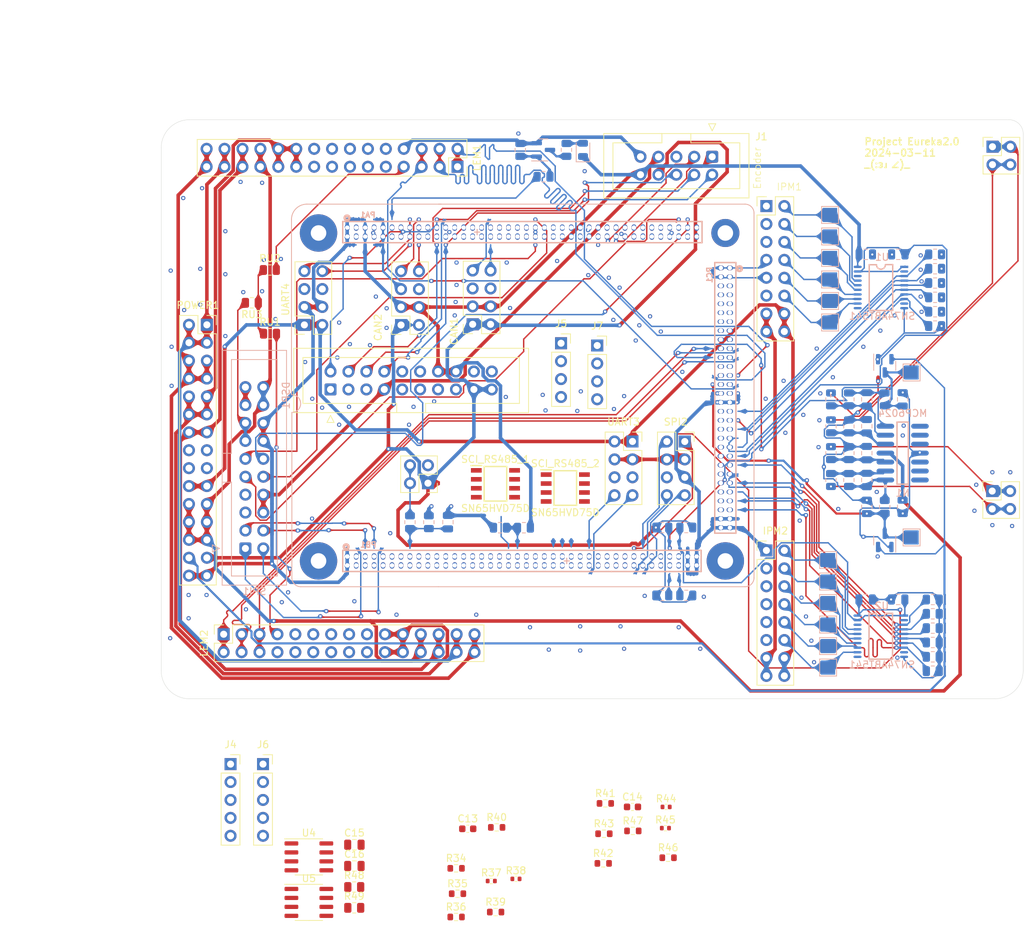
<source format=kicad_pcb>
(kicad_pcb (version 20221018) (generator pcbnew)
  (layers (0 "F.Cu" signal) (1 "In1.Cu" signal) (2 "In2.Cu" signal) (31 "B.Cu" signal) (34 "B.Paste" user) (35 "F.Paste" user) (36 "B.SilkS" user "B.Silkscreen") (37 "F.SilkS" user "F.Silkscreen") (38 "B.Mask" user) (39 "F.Mask" user) (44 "Edge.Cuts" user))
  (net 0 "")
  (net 1 "AGND")
  (net 2 "Net-(C5-Pad2)")
  (net 3 "Net-(C6-Pad2)")
  (net 4 "VDD")
  (net 5 "/DSP_PWM1~{_ENABL}E")
  (net 6 "/DSP_PWM2~{_ENABL}E")
  (net 7 "/DSP_PWM3~{_ENABL}E")
  (net 8 "/DSP_PWM4~{_ENABL}E")
  (net 9 "Net-(C7-Pad1)")
  (net 10 "Net-(C7-Pad2)")
  (net 11 "Net-(C8-Pad1)")
  (net 12 "Net-(C8-Pad2)")
  (net 13 "Net-(D3-K)")
  (net 15 "A+5V")
  (net 16 "/IPM_Temperature1")
  (net 17 "/IPM_Temperature2")
  (net 18 "D+5V")
  (net 25 "/IPM_VDC_BUS1")
  (net 26 "/IPM_VDC_BUS2")
  (net 27 "/DSP_B_CAN_TX")
  (net 28 "/DSP_B_CAN_RX")
  (net 29 "/DSP_A_CAN_TX")
  (net 30 "/DSP_A_CAN_RX")
  (net 32 "/IPM_IU1")
  (net 33 "/IPM_IV1")
  (net 34 "/IPM_IW1")
  (net 35 "/IPM_IU2")
  (net 36 "/IPM_IV2")
  (net 37 "/IPM_IW2")
  (net 38 "/IPM_IU3")
  (net 39 "/IPM_IW3")
  (net 40 "/IPM_IU4")
  (net 41 "/IPM_IW4")
  (net 42 "/QEP1_HALL_U")
  (net 43 "/MQEP1A")
  (net 44 "/QEP1_HALL_V")
  (net 45 "/MQEP1B")
  (net 46 "/QEP1_HALL_W")
  (net 47 "/MQEP1Z")
  (net 48 "PE_GND")
  (net 49 "/MQEP1S")
  (net 50 "/QEP2_HALL_U")
  (net 51 "/MQEP2A")
  (net 52 "/QEP2_HALL_V")
  (net 53 "/MQEP2B")
  (net 54 "/QEP2_HALL_W")
  (net 55 "/MQEP2Z")
  (net 56 "/MQEP2S")
  (net 57 "/QEP3_HALL_U")
  (net 58 "/MQEP3A")
  (net 59 "/QEP3_HALL_V")
  (net 60 "/MQEP3B")
  (net 61 "/QEP3_HALL_W")
  (net 62 "/MQEP3Z")
  (net 63 "/MQEP3S")
  (net 64 "/MUSB_EN")
  (net 65 "/MUSB_DM")
  (net 66 "/MUSB_FLT")
  (net 67 "/MUSB_ID")
  (net 68 "/MUSB_INT")
  (net 69 "/MUSB_VB")
  (net 70 "/MUSB_DP")
  (net 71 "/MUSB_BZ")
  (net 72 "Net-(LEM1-Pad7)")
  (net 73 "12VGND")
  (net 74 "A-5V")
  (net 75 "+12")
  (net 76 "-12")
  (net 78 "/LED1")
  (net 79 "/LED3")
  (net 80 "/UART_SCI_RXDD")
  (net 81 "/UART_SCI_TXDD")
  (net 92 "/~{SPI_A_STE_HS}")
  (net 93 "/SPI_A_CK_HS")
  (net 98 "AVDD")
  (net 99 "/LED2")
  (net 100 "/LED4")
  (net 103 "/ECAP1_IPM_TerminalDutyU1")
  (net 104 "/ECAP2_IPM_TerminalDutyV1")
  (net 105 "/ECAP3_IPM_TerminalDutyW1")
  (net 106 "/ECAP4_IPM_TerminalDutyU2")
  (net 107 "/SPI_A_MO_HS")
  (net 108 "/ECAP5_IPM_TerminalDutyV2")
  (net 109 "/SPI_A_MI_HS")
  (net 110 "/ECAP6_IPM_TerminalDutyW2")
  (net 113 "/SPI_C_MO_HS")
  (net 114 "/SPI_C_MI_HS")
  (net 115 "/SPI_C_CK_HS")
  (net 116 "/~{SPI_C_STE_HS}")
  (net 119 "/DI-1-DSP-3.3V")
  (net 121 "/DI-2-DSP-3.3V")
  (net 129 "/DSP_PWM4_~{FAULT}")
  (net 131 "/DSP_PWM3_~{FAULT}")
  (net 133 "/DSP_PWM2_~{FAULT}")
  (net 135 "/DSP_PWM1_~{FAULT}")
  (net 141 "/UART_SCI_TXDB")
  (net 143 "/BootFromFlash")
  (net 151 "/UART_SCI_RXDB")
  (net 153 "/UART_SCI_RXDA")
  (net 154 "/IPM_IV3")
  (net 155 "/UART_SCI_TXDA")
  (net 156 "/IPM_VDC_BUS3")
  (net 159 "/UART_SCI_RXDC")
  (net 160 "/UART_SCI_TXDC")
  (net 167 "/SPI B MO HS")
  (net 168 "/SPI_B_CK_HS")
  (net 169 "/SPI B MI HS")
  (net 170 "/~{SPI_B_STE_HS}")
  (net 175 "/AD_14")
  (net 176 "/AD_15")
  (net 177 "/ADD4")
  (net 178 "/ADD5")
  (net 179 "/DSP-PWM1A")
  (net 180 "/DSP-PWM1B")
  (net 181 "/DSP-PWM2A")
  (net 182 "/DSP-PWM2B")
  (net 183 "/DSP-PWM3A")
  (net 184 "/DSP-PWM3B")
  (net 185 "/DSP-PWM4A")
  (net 186 "/DSP-PWM4B")
  (net 187 "/DSP-PWM5A")
  (net 188 "/DSP-PWM5B")
  (net 189 "/DSP-PWM6A")
  (net 190 "/DSP-PWM6B")
  (net 191 "/PWM1A_5V")
  (net 192 "/PWM2A_5V")
  (net 193 "/PWM3A_5V")
  (net 194 "/PWM1B_5V")
  (net 195 "/PWM2B_5V")
  (net 196 "/PWM3B_5V")
  (net 197 "/PWM4A_5V")
  (net 198 "/PWM5A_5V")
  (net 199 "/PWM6A_5V")
  (net 200 "/PWM4B_5V")
  (net 201 "/PWM5B_5V")
  (net 202 "/PWM6B_5V")
  (net 203 "/GND_2M1")
  (net 204 "/DC_BUS_2M1")
  (net 205 "/GND_2M2")
  (net 206 "/DC_BUS_2M2")
  (net 207 "D12V1")
  (net 210 "REF_3V")
  (net 211 "Net-(LEM2-Pad7)")
  (net 225 "Net-(Q1-B)")
  (net 226 "Net-(Q1-C)")
  (net 231 "Net-(DI1-Pin_3)")
  (net 232 "/IPM_IV4")
  (net 233 "/IPM_VDC_BUS4")
  (net 234 "/IPM_Temperature4")
  (net 235 "/IPM_Temperature3")
  (net 236 "/DSP-PWM7A")
  (net 237 "/DSP-PWM7B")
  (net 238 "/DSP-PWM8A")
  (net 239 "/DSP-PWM8B")
  (net 240 "/DSP-PWM9A")
  (net 241 "/DSP-PWM9B")
  (net 242 "/DSP-PWM10A")
  (net 243 "/DSP-PWM10B")
  (net 244 "/DSP-PWM11A")
  (net 245 "/DSP-PWM11B")
  (net 246 "/DSP-PWM12A")
  (net 247 "/DSP-PWM12B")
  (net 248 "D12VGND")
  (net 249 "Net-(RU3-Pad2)")
  (net 250 "-5V_ADC")
  (net 251 "/UART_WRB")
  (net 252 "/UART_WRA")
  (net 253 "/RS485_1_A")
  (net 254 "/RS485_1_B")
  (net 255 "/RS485_2_A")
  (net 256 "/RS485_2_B")
  (net 257 "Net-(SCI_RS485_1-A)")
  (net 258 "Net-(SCI_RS485_1-B)")
  (net 259 "Net-(SCI_RS485_2-A)")
  (net 260 "Net-(SCI_RS485_2-B)")
  (net 261 "unconnected-(C1-Pad1)")
  (net 263 "/ZR_1")
  (net 264 "/CAN_1H")
  (net 265 "/CAN_1L")
  (net 266 "/ZR_2")
  (net 267 "/CAN_2H")
  (net 268 "/CAN_2L")
  (net 269 "Net-(U4-Rs)")
  (net 270 "Net-(U5-Rs)")
  (footprint "Package_SO:SOIC-8_3.9x4.9mm_P1.27mm" (layer "F.Cu") (at 212.7575 178.48)
    (fp_text reference "U4")
    (fp_text value "SN65HVD230")
  )
  (footprint "Package_SO:SOIC-8_3.9x4.9mm_P1.27mm" (layer "F.Cu") (at 212.7575 184.93)
    (fp_text reference "U5")
    (fp_text value "SN65HVD230")
  )
  (footprint "Connector_PinSocket_2.54mm:PinSocket_1x05_P2.54mm_Vertical" (layer "F.Cu") (at 201.6575 165.33)
    (fp_text reference "J4")
    (fp_text value "CAN_1_CONNECT")
  )
  (footprint "Resistor_SMD:R_0805_2012Metric" (layer "F.Cu") (at 207.2237 95.2998)
    (fp_text reference "RU2")
    (fp_text value "DNP" hide)
  )
  (footprint "Resistor_SMD:R_0603_1608Metric" (layer "F.Cu") (at 233.825 183.7)
    (fp_text reference "R35")
    (fp_text value "10K")
  )
  (footprint "Connector_IDC:IDC-Header_2x10_P2.54mm_Vertical" (layer "F.Cu") (at 215.8262 112.2248 90)
    (fp_text reference "INC1" hide)
    (fp_text value "HIF3FC-20PA-2.54DSA" hide)
  )
  (footprint "Resistor_SMD:R_0603_1608Metric" (layer "F.Cu") (at 254.775 170.9)
    (fp_text reference "R41")
    (fp_text value "10K")
  )
  (footprint "Resistor_SMD:R_0805_2012Metric" (layer "F.Cu") (at 204.6737 99.9498 180)
    (fp_text reference "RU3")
    (fp_text value "0R")
  )
  (footprint "Capacitor_SMD:C_0805_2012Metric" (layer "F.Cu") (at 219.2075 179.77)
    (fp_text reference "C16")
    (fp_text value "104")
  )
  (footprint "Capacitor_SMD:C_0603_1608Metric" (layer "F.Cu") (at 235.275 174.5)
    (fp_text reference "C13")
    (fp_text value "0.1uF")
  )
  (footprint "Resistor_SMD:R_0603_1608Metric" (layer "F.Cu") (at 254.575 175.2)
    (fp_text reference "R43")
    (fp_text value "120R")
  )
  (footprint "Connector_PinSocket_2.54mm:PinSocket_1x05_P2.54mm_Vertical" (layer "F.Cu") (at 206.2575 165.33)
    (fp_text reference "J6")
    (fp_text value "CAN_2_CONNECT")
  )
  (footprint "Oshinoko:SOIC127P600X175-8N" (layer "F.Cu") (at 239.2 125.6)
    (fp_text reference "SCI_RS485_1")
    (fp_text value "SN65HVD75D")
  )
  (footprint "Resistor_SMD:R_0603_1608Metric" (layer "F.Cu") (at 239.225 186.3)
    (fp_text reference "R39")
    (fp_text value "10K")
  )
  (footprint "Connector_PinSocket_2.54mm:PinSocket_2x02_P2.54mm_Vertical" (layer "F.Cu") (at 309.608715 126.63098 90)
    (fp_text reference "J2" hide)
    (fp_text value "Conn_01x02_Pin" hide)
  )
  (footprint "Resistor_SMD:R_0805_2012Metric" (layer "F.Cu") (at 219.1875 182.75)
    (fp_text reference "R48")
    (fp_text value "4.7k")
  )
  (footprint "Capacitor_SMD:C_0805_2012Metric" (layer "F.Cu") (at 219.2075 176.76)
    (fp_text reference "C15")
    (fp_text value "104")
  )
  (footprint "Resistor_SMD:R_0603_1608Metric" (layer "F.Cu") (at 263.675 178.6)
    (fp_text reference "R46")
    (fp_text value "10K")
  )
  (footprint "Resistor_SMD:R_0603_1608Metric" (layer "F.Cu") (at 258.675 174.8)
    (fp_text reference "R47")
    (fp_text value "10K")
  )
  (footprint "Connector_PinSocket_2.54mm:PinSocket_2x04_P2.54mm_Vertical" (layer "F.Cu") (at 258.6262 119.5998)
    (fp_text reference "UART3")
    (fp_text value "Conn_02x04_Counter_Clockwise" hide)
  )
  (footprint "Resistor_SMD:R_0603_1608Metric" (layer "F.Cu") (at 254.475 179.4)
    (fp_text reference "R42")
    (fp_text value "10K")
  )
  (footprint "Connector_IDC:IDC-Header_2x05_P2.54mm_Vertical" (layer "F.Cu") (at 269.9212 79.2498 -90)
    (fp_text reference "J1")
    (fp_text value "Conn_02x05_Odd_Even" hide)
  )
  (footprint "Connector_PinSocket_2.54mm:PinSocket_2x04_P2.54mm_Vertical" (layer "F.Cu") (at 235.9712 102.9948 180)
    (fp_text reference "CAN1")
    (fp_text value "Conn_02x04_Counter_Clockwise" hide)
  )
  (footprint "Resistor_SMD:R_0402_1005Metric" (layer "F.Cu") (at 263.39 171.4)
    (fp_text reference "R44")
    (fp_text value "10R")
  )
  (footprint "Resistor_SMD:R_0805_2012Metric" (layer "F.Cu") (at 207.2487 104.3248)
    (fp_text reference "RU1")
    (fp_text value "DNP" hide)
  )
  (footprint "Connector_PinSocket_2.54mm:PinSocket_2x15_P2.54mm_Vertical" (layer "F.Cu") (at 233.8262 80.6648 -90)
    (fp_text reference "LEM1")
    (fp_text value "HIF3FC-30PA-2.54DSA" hide)
  )
  (footprint "Connector_PinSocket_2.54mm:PinSocket_2x08_P2.54mm_Vertical" (layer "F.Cu") (at 277.604715 101.4788 180)
    (fp_text reference "IPM1" hide)
    (fp_text value "Conn_02x08_Top_Bottom" hide)
  )
  (footprint "Oshinoko:SOIC127P600X175-8N" (layer "F.Cu") (at 249.1 126.2)
    (fp_text reference "SCI_RS485_2")
    (fp_text value "SN65HVD75D")
  )
  (footprint "Connector_PinSocket_2.54mm:PinSocket_2x15_P2.54mm_Vertical" (layer "F.Cu") (at 198.3012 103.0648)
    (fp_text reference "POWER1")
    (fp_text value "HIF3FC-30PA-2.54DSA" hide)
  )
  (footprint "Connector_PinSocket_2.54mm:PinSocket_1x04_P2.54mm_Vertical" (layer "F.Cu") (at 253.625 106)
    (fp_text reference "J7")
    (fp_text value "RS485_2_CONNECT")
  )
  (footprint "Connector_PinSocket_2.54mm:PinSocket_2x04_P2.54mm_Vertical" (layer "F.Cu") (at 266.0362 119.6048)
    (fp_text reference "SPI2")
    (fp_text value "Conn_02x04_Counter_Clockwise")
  )
  (footprint "Connector_PinSocket_2.54mm:PinSocket_2x04_P2.54mm_Vertical" (layer "F.Cu") (at 225.8212 103.0948 180)
    (fp_text reference "CAN2")
    (fp_text value "Conn_02x04_Counter_Clockwise" hide)
  )
  (footprint "Capacitor_SMD:C_0603_1608Metric" (layer "F.Cu") (at 258.625 171.4)
    (fp_text reference "C14")
    (fp_text value "0.1uF")
  )
  (footprint "Connector_PinSocket_2.54mm:PinSocket_2x02_P2.54mm_Vertical" (layer "F.Cu") (at 309.644715 77.8238 90)
    (fp_text reference "J3" hide)
    (fp_text value "Conn_01x02_Pin" hide)
  )
  (footprint "Connector_PinSocket_2.54mm:PinSocket_2x15_P2.54mm_Vertical" (layer "F.Cu") (at 200.6812 146.9248 90)
    (fp_text reference "LEM2")
    (fp_text value "HIF3FC-30PA-2.54DSA" hide)
  )
  (footprint "Resistor_SMD:R_0603_1608Metric" (layer "F.Cu") (at 239.375 174.3)
    (fp_text reference "R40")
    (fp_text value "10K")
  )
  (footprint "Resistor_SMD:R_0805_2012Metric" (layer "F.Cu") (at 219.1875 185.7)
    (fp_text reference "R49")
    (fp_text value "4.7k")
  )
  (footprint "Resistor_SMD:R_0402_1005Metric" (layer "F.Cu") (at 238.61 181.9)
    (fp_text reference "R37")
    (fp_text value "10R")
  )
  (footprint "Resistor_SMD:R_0402_1005Metric" (layer "F.Cu") (at 263.29 174.4)
    (fp_text reference "R45")
    (fp_text value "10R")
  )
  (footprint "Connector_PinSocket_2.54mm:PinSocket_2x04_P2.54mm_Vertical" (layer "F.Cu") (at 212.1212 103.0798 180)
    (fp_text reference "UART4")
    (fp_text value "Conn_02x04_Counter_Clockwise" hide)
  )
  (footprint "Connector_PinSocket_2.54mm:PinSocket_1x04_P2.54mm_Vertical" (layer "F.Cu") (at 248.5 105.68)
    (fp_text reference "J5")
    (fp_text value "RS485_1_CONNECT")
  )
  (footprint "Resistor_SMD:R_0603_1608Metric" (layer "F.Cu") (at 233.625 187)
    (fp_text reference "R36")
    (fp_text value "120R")
  )
  (footprint "Connector_PinSocket_2.54mm:PinSocket_2x08_P2.54mm_Vertical" (layer "F.Cu") (at 280.144715 135.04598)
    (fp_text reference "IPM2")
    (fp_text value "Conn_02x08_Top_Bottom" hide)
  )
  (footprint "Connector_PinSocket_2.54mm:PinSocket_2x02_P2.54mm_Vertical" (layer "F.Cu") (at 229.6362 125.5148 -90)
    (fp_text reference "DI1" hide)
    (fp_text value "Conn_02x02_Counter_Clockwise" hide)
  )
  (footprint "Resistor_SMD:R_0603_1608Metric" (layer "F.Cu") (at 233.625 180.1)
    (fp_text reference "R34")
    (fp_text value "10K")
  )
  (footprint "Resistor_SMD:R_0402_1005Metric" (layer "F.Cu") (at 242.11 181.6)
    (fp_text reference "R38")
    (fp_text value "10R")
  )
  (footprint "TestPoint:TestPoint_Pad_2.0x2.0mm" (layer "B.Cu") (at 298.1862 133.1998)
    (fp_text reference "VDC_BUS1" hide)
    (fp_text value "TP-黄色测试点" hide)
  )
  (footprint "Capacitor_SMD:C_0805_2012Metric" (layer "B.Cu") (at 291.8362 128.8723 -90)
    (fp_text reference "C10" hide)
    (fp_text value "103" hide)
  )
  (footprint "Resistor_SMD:R_0805_2012Metric" (layer "B.Cu") (at 262.8487 141.4248)
    (fp_text reference "R32" hide)
    (fp_text value "10K" hide)
  )
  (footprint "TestPoint:TestPoint_Pad_2.0x2.0mm" (layer "B.Cu") (at 286.6312 102.7338 180)
    (fp_text reference "TP1" hide)
    (fp_text value "TP-黄色测试点" hide)
  )
  (footprint "Package_TO_SOT_SMD:SOT-23" (layer "B.Cu") (at 294.3762 108.8773 -90)
    (fp_text reference "D2" hide)
    (fp_text value "BAR43S" hide)
  )
  (footprint "Capacitor_SMD:C_0805_2012Metric" (layer "B.Cu") (at 291.693945 93.0818)
    (fp_text reference "C3" hide)
    (fp_text value "104" hide)
  )
  (footprint "TestPoint:TestPoint_Pad_2.0x2.0mm" (layer "B.Cu") (at 286.353292 148.5998 180)
    (fp_text reference "TP4" hide)
    (fp_text value "TP-黄色测试点" hide)
  )
  (footprint "TestPoint:TestPoint_Pad_2.0x2.0mm" (layer "B.Cu") (at 286.6312 90.5418 180)
    (fp_text reference "TP9" hide)
    (fp_text value "TP-黄色测试点" hide)
  )
  (footprint "Resistor_SMD:R_0805_2012Metric" (layer "B.Cu") (at 301.5137 95.1138 180)
    (fp_text reference "R3" hide)
    (fp_text value "4.7k" hide)
  )
  (footprint "Capacitor_SMD:C_0805_2012Metric" (layer "B.Cu") (at 296.9162 113.6323 -90)
    (fp_text reference "C11" hide)
    (fp_text value "103" hide)
  )
  (footprint "Resistor_SMD:R_0805_2012Metric" (layer "B.Cu") (at 301.188792 141.99839 180)
    (fp_text reference "R2" hide)
    (fp_text value "4.7k" hide)
  )
  (footprint "Resistor_SMD:R_0805_2012Metric" (layer "B.Cu") (at 301.5137 93.0818 180)
    (fp_text reference "R1" hide)
    (fp_text value "4.7k" hide)
  )
  (footprint "Capacitor_SMD:C_0805_2012Metric" (layer "B.Cu") (at 296.276547 141.9958)
    (fp_text reference "C2" hide)
    (fp_text value "104" hide)
  )
  (footprint "Resistor_SMD:R_0805_2012Metric" (layer "B.Cu") (at 286.7562 121.2523 90)
    (fp_text reference "R14" hide)
    (fp_text value "0R" hide)
  )
  (footprint "Resistor_SMD:R_0805_2012Metric" (layer "B.Cu") (at 286.7562 113.6323 90)
    (fp_text reference "R15" hide)
    (fp_text value "0R" hide)
  )
  (footprint "TestPoint:TestPoint_Pad_2.0x2.0mm" (layer "B.Cu") (at 286.353292 139.4558 180)
    (fp_text reference "TP10" hide)
    (fp_text value "TP-黄色测试点" hide)
  )
  (footprint "Resistor_SMD:R_0805_2012Metric" (layer "B.Cu") (at 294.3762 128.8723 -90)
    (fp_text reference "R21" hide)
    (fp_text value "1K" hide)
  )
  (footprint "TestPoint:TestPoint_Pad_2.0x2.0mm" (layer "B.Cu") (at 286.6312 93.5898 180)
    (fp_text reference "TP7" hide)
    (fp_text value "TP-黄色测试点" hide)
  )
  (footprint "Resistor_SMD:R_0805_2012Metric" (layer "B.Cu") (at 301.5137 99.1778 180)
    (fp_text reference "R7" hide)
    (fp_text value "4.7k" hide)
  )
  (footprint "TestPoint:TestPoint_Pad_2.0x2.0mm" (layer "B.Cu") (at 286.6312 87.4938 180)
    (fp_text reference "TP11" hide)
    (fp_text value "TP-黄色测试点" hide)
  )
  (footprint "Oshinoko:TSSOP-20" (layer "B.Cu") (at 297.775455 94.42539 180)
    (fp_text reference "U1")
    (fp_text value "SN74ABT541")
  )
  (footprint "Package_TO_SOT_SMD:SOT-23" (layer "B.Cu") (at 245.992868 78.2748)
    (fp_text reference "Q1" hide)
    (fp_text value "FMMT618TA" hide)
  )
  (footprint "Capacitor_SMD:C_0805_2012Metric" (layer "B.Cu") (at 291.8362 117.4423 -90)
    (fp_text reference "C6" hide)
    (fp_text value "102" hide)
  )
  (footprint "Resistor_SMD:R_0805_2012Metric" (layer "B.Cu") (at 286.7562 117.4623 90)
    (fp_text reference "R16" hide)
    (fp_text value "0R" hide)
  )
  (footprint "TestPoint:TestPoint_Pad_2.0x2.0mm" (layer "B.Cu") (at 286.353292 151.6478 180)
    (fp_text reference "TP2" hide)
    (fp_text value "TP-黄色测试点" hide)
  )
  (footprint "Resistor_SMD:R_0805_2012Metric" (layer "B.Cu") (at 301.188792 148.0918 180)
    (fp_text reference "R8" hide)
    (fp_text value "4.7k" hide)
  )
  (footprint "LED_SMD:LED_0805_2012Metric" (layer "B.Cu") (at 251.6112 78.2748 90)
    (fp_text reference "D3" hide)
    (fp_text value "LEDRED" hide)
  )
  (footprint "Capacitor_SMD:C_0805_2012Metric" (layer "B.Cu") (at 291.8362 113.6323 90)
    (fp_text reference "C8" hide)
    (fp_text value "102" hide)
  )
  (footprint "TestPoint:TestPoint_Pad_2.0x2.0mm" (layer "B.Cu") (at 286.353292 136.4078 180)
    (fp_text reference "TP12" hide)
    (fp_text value "TP-黄色测试点" hide)
  )
  (footprint "Resistor_SMD:R_0805_2012Metric" (layer "B.Cu") (at 239.8362 131.8248)
    (fp_text reference "R26" hide)
    (fp_text value "3.3K/1%" hide)
  )
  (footprint "Resistor_SMD:R_0805_2012Metric" (layer "B.Cu") (at 294.3762 113.6323 -90)
    (fp_text reference "R22" hide)
    (fp_text value "1K" hide)
  )
  (footprint "Resistor_SMD:R_0805_2012Metric" (layer "B.Cu") (at 289.2962 125.0623 -90)
    (fp_text reference "R19" hide)
    (fp_text value "10K" hide)
  )
  (footprint "Resistor_SMD:R_0805_2012Metric" (layer "B.Cu") (at 301.5137 103.2418 180)
    (fp_text reference "R11" hide)
    (fp_text value "4.7k" hide)
  )
  (footprint "Resistor_SMD:R_0805_2012Metric" (layer "B.Cu") (at 301.5137 97.1458 180)
    (fp_text reference "R5" hide)
    (fp_text value "4.7K" hide)
  )
  (footprint "Capacitor_SMD:C_0805_2012Metric" (layer "B.Cu") (at 291.670037 141.9958)
    (fp_text reference "C4" hide)
    (fp_text value "104" hide)
  )
  (footprint "Resistor_SMD:R_0805_2012Metric" (layer "B.Cu") (at 246.0197 82.0848 180)
    (fp_text reference "R29" hide)
    (fp_text value "10K" hide)
  )
  (footprint "Resistor_SMD:R_0805_2012Metric" (layer "B.Cu") (at 227.0862 131.0373 90)
    (fp_text reference "R23" hide)
    (fp_text value "100R" hide)
  )
  (footprint "Resistor_SMD:R_0805_2012Metric" (layer "B.Cu") (at 243.2362 131.8248)
    (fp_text reference "R25" hide)
    (fp_text value "1.69K/1%" hide)
  )
  (footprint "Resistor_SMD:R_0805_2012Metric" (layer "B.Cu") (at 289.2962 113.6323 90)
    (fp_text reference "R20" hide)
    (fp_text value "10K" hide)
  )
  (footprint "Resistor_SMD:R_0805_2012Metric" (layer "B.Cu") (at 301.188792 146.0598 180)
    (fp_text reference "R6" hide)
    (fp_text value "4.7K" hide)
  )
  (footprint "Resistor_SMD:R_0805_2012Metric" (layer "B.Cu") (at 242.7212 78.2748 90)
    (fp_text reference "R30" hide)
    (fp_text value "2K" hide)
  )
  (footprint "TestPoint:TestPoint_Pad_2.0x2.0mm" (layer "B.Cu") (at 286.353292 145.5518 180)
    (fp_text reference "TP6" hide)
    (fp_text value "TP-黄色测试点" hide)
  )
  (footprint "Oshinoko:DSP_240_0p6mm" (layer "B.Cu") (at 285.7552 95.1328 -90)
    (fp_text reference "DSP1")
    (fp_text value "~")
  )
  (footprint "Oshinoko:SOIC14_M" (layer "B.Cu") (at 296.9162 121.2523)
    (fp_text reference "N1")
    (fp_text value "MCP6024")
  )
  (footprint "Resistor_SMD:R_0805_2012Metric" (layer "B.Cu") (at 229.762866 131.0373 90)
    (fp_text reference "R24" hide)
    (fp_text value "1K" hide)
  )
  (footprint "Resistor_SMD:R_0805_2012Metric" (layer "B.Cu") (at 301.188792 144.0278 180)
    (fp_text reference "R4" hide)
    (fp_text value "4.7k" hide)
  )
  (footprint "TestPoint:TestPoint_Pad_2.0x2.0mm" (layer "B.Cu") (at 286.6312 96.6378 180)
    (fp_text reference "TP5" hide)
    (fp_text value "TP-黄色测试点" hide)
  )
  (footprint "Capacitor_SMD:C_0805_2012Metric" (layer "B.Cu") (at 296.9162 128.8723 90)
    (fp_text reference "C9" hide)
    (fp_text value "104" hide)
  )
  (footprint "Resistor_SMD:R_0805_2012Metric" (layer "B.Cu") (at 301.5137 101.2098 180)
    (fp_text reference "R9" hide)
    (fp_text value "4.7k" hide)
  )
  (footprint "Capacitor_SMD:C_0805_2012Metric" (layer "B.Cu") (at 291.8362 125.0623 -90)
    (fp_text reference "C7" hide)
    (fp_text value "102" hide)
  )
  (footprint "Resistor_SMD:R_0805_2012Metric" (layer "B.Cu") (at 249.264534 78.2748 90)
    (fp_text reference "R31" hide)
    (fp_text value "1K" hide)
  )
  (footprint "Oshinoko:TSSOP-20" (layer "B.Cu") (at 297.751547 143.84739 180)
    (fp_text reference "U2")
    (fp_text value "SN74ABT541")
  )
  (footprint "TestPoint:TestPoint_Pad_2.0x2.0mm" (layer "B.Cu") (at 286.6312 99.6858 180)
    (fp_text reference "TP3" hide)
    (fp_text value "TP-黄色测试点" hide)
  )
  (footprint "Resistor_SMD:R_0805_2012Metric" (layer "B.Cu") (at 266.2487 141.4248 180)
    (fp_text reference "R33" hide)
    (fp_text value "10K" hide)
  )
  (footprint "Resistor_SMD:R_0805_2012Metric" (layer "B.Cu") (at 266.2487 131.7998)
    (fp_text reference "R28" hide)
    (fp_text value "10K" hide)
  )
  (footprint "TestPoint:TestPoint_Pad_2.0x2.0mm" (layer "B.Cu") (at 298.1862 109.8223)
    (fp_text reference "VDC_BUS2" hide)
    (fp_text value "TP-黄色测试点" hide)
  )
  (footprint "Resistor_SMD:R_0805_2012Metric" (layer "B.Cu") (at 289.2962 121.2523 -90)
    (fp_text reference "R17" hide)
    (fp_text value "10K" hide)
  )
  (footprint "Capacitor_SMD:C_0805_2012Metric" (layer "B.Cu") (at 232.469534 131.0373 -90)
    (fp_text reference "C12" hide)
    (fp_text value "103" hide)
  )
  (footprint "Capacitor_SMD:C_0805_2012Metric" (layer "B.Cu") (at 291.8362 121.2523 -90)
    (fp_text reference "C5" hide)
    (fp_text value "102" hide)
  )
  (footprint "TestPoint:TestPoint_Pad_2.0x2.0mm" (layer "B.Cu") (at 286.353292 142.5038 180)
    (fp_text reference "TP8" hide)
    (fp_text value "TP-黄色测试点" hide)
  )
  (footprint "Package_TO_SOT_SMD:SOT-23" (layer "B.Cu") (at 294.3762 133.6198 90)
    (fp_text reference "D1" hide)
    (fp_text value "BAR43S" hide)
  )
  (footprint "Resistor_SMD:R_0805_2012Metric" (layer "B.Cu") (at 286.7562 125.0623 -90)
    (fp_text reference "R13" hide)
    (fp_text value "0R" hide)
  )
  (footprint "Resistor_SMD:R_0805_2012Metric" (layer "B.Cu") (at 301.188792 152.1558 180)
    (fp_text reference "R12" hide)
    (fp_text value "4.7k" hide)
  )
  (footprint "Resistor_SMD:R_0805_2012Metric" (layer "B.Cu") (at 289.2962 117.4623 -90)
    (fp_text reference "R18" hide)
    (fp_text value "10K" hide)
  )
  (footprint "Resistor_SMD:R_0805_2012Metric" (layer "B.Cu") (at 262.8487 131.7998 180)
    (fp_text reference "R27" hide)
    (fp_text value "10K" hide)
  )
  (footprint "Capacitor_SMD:C_0805_2012Metric" (layer "B.Cu") (at 296.300455 93.0818)
    (fp_text reference "C1" hide)
    (fp_text value "104" hide)
  )
  (footprint "Connector_IDC:IDC-Header_2x10_P2.54mm_Vertical" (layer "B.Cu") (at 203.7612 134.7598)
    (fp_text reference "SPI1")
    (fp_text value "HIF3FC-20PA-2.54DSA")
  )
  (footprint "Resistor_SMD:R_0805_2012Metric" (layer "B.Cu") (at 301.188792 150.1238 180)
    (fp_text reference "R10" hide)
    (fp_text value "4.7k" hide)
  )
  (gr_arc (start 195.826 156.0674) (mid 192.997573 154.895827) (end 191.826 152.0674) (stroke (width 0.05)) (layer "Edge.Cuts"))
  (gr_line (start 314 152.0674) (end 314 76) (stroke (width 0.05)) (layer "Edge.Cuts"))
  (gr_arc (start 314 152.0674) (mid 312.828427 154.895827) (end 310 156.0674) (stroke (width 0.05)) (layer "Edge.Cuts"))
  (gr_line (start 191.826 78) (end 191.826 152.0674) (stroke (width 0.05)) (layer "Edge.Cuts"))
  (gr_line (start 312 74) (end 195.826 74) (stroke (width 0.05)) (layer "Edge.Cuts"))
  (gr_arc (start 312 74) (mid 313.414214 74.585786) (end 314 76) (stroke (width 0.05)) (layer "Edge.Cuts"))
  (gr_arc (start 191.826 78) (mid 192.997573 75.171573) (end 195.826 74) (stroke (width 0.05)) (layer "Edge.Cuts"))
  (gr_line (start 195.826 156.0674) (end 310 156.0674) (stroke (width 0.05)) (layer "Edge.Cuts"))
  (gr_text "Encoder" (at 276.9 83.9 90) (layer "F.SilkS") (effects (font (size 1 1) (thickness 0.1)) (justify left bottom)))
  (gr_text "IPM1" (at 279 84.1) (layer "F.SilkS") (effects (font (size 1 1) (thickness 0.1)) (justify left bottom)))
  (gr_text "Project Eureka2.0\n2024-03-11 \n_(:з」∠)_ " (at 291.4 80.9) (layer "F.SilkS") (effects (font (size 1 1) (thickness 0.2) bold) (justify left bottom)))
  (segment (start 293.4362 112.6248) (end 290.5612 115.4998) (width 0.2) (layer "F.Cu") (net 1))
  (segment (start 293.4362 111.0498) (end 293.4362 112.6248) (width 0.2) (layer "F.Cu") (net 1))
  (segment (start 293.4362 110.495044) (end 293.4362 111.0498) (width 0.5) (layer "F.Cu") (net 1))
  (segment (start 265.9912 124.7298) (end 266.0362 124.6848) (width 0.5) (layer "F.Cu") (net 1))
  (via (at 293.4362 111.0498) (size 0.6) (drill 0.3) (layers "F.Cu" "B.Cu") (net 1))
  (via (at 216.7942 107.7058) (size 0.6) (drill 0.3) (layers "F.Cu" "B.Cu") (net 1))
  (via (at 233.5582 99.8318) (size 0.6) (drill 0.3) (layers "F.Cu" "B.Cu") (net 1))
  (via (at 247.938488 94.019088) (size 0.6) (drill 0.3) (layers "F.Cu" "B.Cu") (net 1))
  (via (at 295.7882 101.7368) (size 0.6) (drill 0.3) (layers "F.Cu" "B.Cu") (net 1))
  (via (at 261.1172 101.8638) (size 0.6) (drill 0.3) (layers "F.Cu" "B.Cu") (net 1))
  (via (at 206.3802 93.8628) (size 0.6) (drill 0.3) (layers "F.Cu" "B.Cu") (net 1))
  (via (at 193.096 147.4822) (size 0.6) (drill 0.3) (layers "F.Cu" "B.Cu") (net 1))
  (via (at 293.2482 126.7558) (size 0.6) (drill 0.3) (layers "F.Cu" "B.Cu") (net 1))
  (via (at 312.1712 123.9618) (size 0.6) (drill 0.3) (layers "F.Cu" "B.Cu") (net 1))
  (via (at 252.319988 89.637588) (size 0.6) (drill 0.3) (layers "F.Cu" "B.Cu") (net 1))
  (via (at 242.4482 75.9558) (size 0.6) (drill 0.3) (layers "F.Cu" "B.Cu") (net 1))
  (via (at 195.7122 144.6628) (size 0.6) (drill 0.3) (layers "F.Cu" "B.Cu") (net 1))
  (via (at 197.6172 83.7028) (size 0.6) (drill 0.3) (layers "F.Cu" "B.Cu") (net 1))
  (via (at 296.1692 150.2508) (size 0.6) (drill 0.3) (layers "F.Cu" "B.Cu") (net 1))
  (via (at 282.5802 141.7418) (size 0.6) (drill 0.3) (layers "F.Cu" "B.Cu") (net 1))
  (via (at 233.4312 101.7368) (size 0.6) (drill 0.3) (layers "F.Cu" "B.Cu") (net 1))
  (via (at 287.0252 110.4998) (size 0.6) (drill 0.3) (layers "F.Cu" "B.Cu") (net 1))
  (via (at 244.0992 145.9328) (size 0.6) (drill 0.3) (layers "F.Cu" "B.Cu") (net 1))
  (via (at 284.9932 120.4058) (size 0.6) (drill 0.3) (layers "F.Cu" "B.Cu") (net 1))
  (via (at 283.2152 144.4088) (size 0.6) (drill 0.3) (layers "F.Cu" "B.Cu") (net 1))
  (via (at 265.6892 109.7378) (size 0.6) (drill 0.3) (layers "F.Cu" "B.Cu") (net 1))
  (via (at 246.7662 149.1078) (size 0.6) (drill 0.3) (layers "F.Cu" "B.Cu") (net 1))
  (via (at 283.9772 147.8378) (size 0.6) (drill 0.3) (layers "F.Cu" "B.Cu") (net 1))
  (via (at 312.4252 131.5818) (size 0.6) (drill 0.3) (layers "F.Cu" "B.Cu") (net 1))
  (via (at 256 115) (size 0.6) (drill 0.3) (layers "F.Cu" "B.Cu") (net 1))
  (via (at 299.4712 95.2598) (size 0.6) (drill 0.3) (layers "F.Cu" "B.Cu") (net 1))
  (via (at 193.1722 95.3868) (size 0.6) (drill 0.3) (layers "F.Cu" "B.Cu") (net 1))
  (via (at 213.2382 113.5478) (size 0.6) (drill 0.3) (layers "F.Cu" "B.Cu") (net 1))
  (via (at 273.5632 112.7858) (size 0.6) (drill 0.3) (layers "F.Cu" "B.Cu") (net 1))
  (via (at 227.5892 114.6908) (size 0.6) (drill 0.3) (layers "F.Cu" "B.Cu") (net 1))
  (via (at 280.0402 111.0078) (size 0.6) (drill 0.3) (layers "F.Cu" "B.Cu") (net 1))
  (via (at 217.0482 117.2308) (size 0.6) (drill 0.3) (layers "F.Cu" "B.Cu") (net 1))
  (via (at 246.3 115.2) (size 0.6) (drill 0.3) (layers "F.Cu" "B.Cu") (net 1))
  (via (at 245.9 113) (size 0.6) (drill 0.3) (layers "F.Cu" "B.Cu") (net 1))
  (via (at 200.9192 104.6578) (size 0.6) (drill 0.3) (layers "F.Cu" "B.Cu") (net 1))
  (via (at 236.4792 144.1548) (size 0.6) (drill 0.3) (layers "F.Cu" "B.Cu") (net 1))
  (via (at 257.0532 90.1798) (size 0.6) (drill 0.3) (layers "F.Cu" "B.Cu") (net 1))
  (via (at 193.2992 106.1818) (size 0.6) (drill 0.3) (layers "F.Cu" "B.Cu") (net 1))
  (via (at 296.9312 118.7548) (size 0.6) (drill 0.3) (layers "F.Cu" "B.Cu") (net 1))
  (via (at 214.6352 114.8178) (size 0.6) (drill 0.3) (layers "F.Cu" "B.Cu") (net 1))
  (via (at 259.5932 103.1338) (size 0.6) (drill 0.3) (layers "F.Cu" "B.Cu") (net 1))
  (via (at 268.2292 148.9808) (size 0.6) (drill 0.3) (layers "F.Cu" "B.Cu") (net 1))
  (via (at 282.3262 130.8198) (size 0.6) (drill 0.3) (layers "F.Cu" "B.Cu") (net 1))
  (via (at 291.3432 133.1058) (size 0.6) (drill 0.3) (layers "F.Cu" "B.Cu") (net 1))
  (via (at 262.6412 104.0228) (size 0.6) (drill 0.3) (layers "F.Cu" "B.Cu") (net 1))
  (via (at 293.7562 103.8958) (size 0.6) (drill 0.3) (layers "F.Cu" "B.Cu") (net 1))
  (via (at 222.2552 99.0698) (size 0.6) (drill 0.3) (layers "F.Cu" "B.Cu") (net 1))
  (via (at 302.4262 95.1138) (size 0.6) (drill 0.3) (layers "F.Cu" "B.Cu") (net 1))
  (via (at 219.2072 142.2498) (size 0.6) (drill 0.3) (layers "F.Cu" "B.Cu") (net 1))
  (via (at 255.9102 102.3718) (size 0.6) (drill 0.3) (layers "F.Cu" "B.Cu") (net 1))
  (via (at 223.768791 103.504392) (size 0.6) (drill 0.3) (layers "F.Cu" "B.Cu") (net 1))
  (via (at 230.5102 113.9288) (size 0.6) (drill 0.3) (layers "F.Cu" "B.Cu") (net 1))
  (via (at 299.5982 96.9108) (size 0.6) (drill 0.3) (layers "F.Cu" "B.Cu") (net 1))
  (via (at 264.1652 90.0528) (size 0.6) (drill 0.3) (layers "F.Cu" "B.Cu") (net 1))
  (via (at 268.7372 141.6148) (size 0.6) (drill 0.3) (layers "F.Cu" "B.Cu") (net 1))
  (via (at 256.7992 97.7998) (size 0.6) (drill 0.3) (layers "F.Cu" "B.Cu") (net 1))
  (via (at 293.3752 107.9598) (size 0.6) (drill 0.3) (layers "F.Cu" "B.Cu") (net 1))
  (via (at 270.6422 112.7858) (size 0.6) (drill 0.3) (layers "F.Cu" "B.Cu") (net 1))
  (via (at 295.2802 141.9958) (size 0.6) (drill 0.3) (layers "F.Cu" "B.Cu") (net 1))
  (via (at 270.6422 114.0558) (size 0.6) (drill 0.3) (layers "F.Cu" "B.Cu") (net 1))
  (via (at 221.419291 105.9468) (size 0.6) (drill 0.3) (layers "F.Cu" "B.Cu") (net 1))
  (via (at 299.5982 101.2288) (size 0.6) (drill 0.3) (layers "F.Cu" "B.Cu") (net 1))
  (via (at 224.2872 132.5978) (size 0.6) (drill 0.3) (layers "F.Cu" "B.Cu") (net 1))
  (via (at 280.2942 118.3738) (size 0.6) (drill 0.3) (layers "F.Cu" "B.Cu") (net 1))
  (via (at 302.4262 97.1458) (size 0.6) (drill 0.3) (layers "F.Cu" "B.Cu") (net 1))
  (via (at 302.4262 93.0818) (size 0.6) (drill 0.3) (layers "F.Cu" "B.Cu") (net 1))
  (via (at 232.6692 89.9258) (size 0.6) (drill 0.3) (layers "F.Cu" "B.Cu") (net 1))
  (via (at 265.1812 145.9328) (size 0.6) (drill 0.3) (layers "F.Cu" "B.Cu") (net 1))
  (via (at 209.8092 140.9798) (size 0.6) (drill 0.3) (layers "F.Cu" "B.Cu") (net 1))
  (via (at 244.8612 89.9258) (size 0.6) (drill 0.3) (layers "F.Cu" "B.Cu") (net 1))
  (via (at 287.7872 129.1688) (size 0.6) (drill 0.3) (layers "F.Cu" "B.Cu") (net 1))
  (via (at 309.6312 131.4548) (size 0.6) (drill 0.3) (layers "F.Cu" "B.Cu") (net 1))
  (via (at 257.4342 113.1668) (size 0.6) (drill 0.3) (layers "F.Cu" "B.Cu") (net 1))
  (via (at 309.6312 123.9618) (size 0.6) (drill 0.3) (layers "F.Cu" "B.Cu") (net 1))
  (via (at 307.0912 129.4228) (size 0.6) (drill 0.3) (layers "F.Cu" "B.Cu") (net 1))
  (via (at 223.7792 100.7208) (size 0.6) (drill 0.3) (layers "F.Cu" "B.Cu") (net 1))
  (via (at 251.3 112.5) (size 0.6) (drill 0.3) (layers "F.Cu" "B.Cu") (net 1))
  (via (at 302.4262 101.2098) (size 0.6) (drill 0.3) (layers "F.Cu" "B.Cu") (net 1))
  (via (at 296.9312 129.8038) (size 0.6) (drill 0.3) (layers "F.Cu" "B.Cu") (net 1))
  (via (at 203.4592 98.4348) (size 0.6) (drill 0.3) (layers "F.Cu" "B.Cu") (net 1))
  (via (at 277.5002 113.5478) (size 0.6) (drill 0.3) (layers "F.Cu" "B.Cu") (net 1))
  (via (at 225.1762 144.1548) (size 0.6) (drill 0.3) (layers "F.Cu" "B.Cu") (net 1))
  (via (at 260.3552 141.4878) (size 0.6) (drill 0.3) (layers "F.Cu" "B.Cu") (net 1))
  (via (at 256.9262 145.8058) (size 0.6) (drill 0.3) (layers "F.Cu" "B.Cu") (net 1))
  (via (at 218.4452 114.6908) (size 0.6) (drill 0.3) (layers "F.Cu" "B.Cu") (net 1))
  (via (at 299.4712 99.0698) (size 0.6) (drill 0.3) (layers "F.Cu" "B.Cu") (net 1))
  (via (at 302.4262 103.2418) (size 0.6) (drill 0.3) (layers "F.Cu" "B.Cu") (net 1))
  (via (at 241.270988 100.686588) (size 0.6) (drill 0.3) (layers "F.Cu" "B.Cu") (net 1))
  (via (at 307.3452 125.7398) (size 0.6) (drill 0.3) (layers "F.Cu" "B.Cu") (net 1))
  (via (at 285.2472 112.7858) (size 0.6) (drill 0.3) (layers "F.Cu" "B.Cu") (net 1))
  (via (at 296.9312 112.6588) (size 0.6) (drill 0.3) (layers "F.Cu" "B.Cu") (net 1))
  (via (at 252.3542 96.0218) (size 0.6) (drill 0.3) (layers "F.Cu" "B.Cu") (net 1))
  (via (at 250.8 115.2735) (size 0.6) (drill 0.3) (layers "F.Cu" "B.Cu") (net 1))
  (via (at 273.4362 114.0558) (size 0.6) (drill 0.3) (layers "F.Cu" "B.Cu") (net 1))
  (via (at 200.9192 89.7988) (size 0.6) (drill 0.3) (layers "F.Cu" "B.Cu") (net 1))
  (via (at 255.2752 96.4028) (size 0.6) (drill 0.3) (layers "F.Cu" "B.Cu") (net 1))
  (via (at 195.7122 141.3608) (size 0.6) (drill 0.3) (layers "F.Cu" "B.Cu") (net 1))
  (via (at 251.8462 81.2898) (size 0.6) (drill 0.3) (layers "F.Cu" "B.Cu") (net 1))
  (via (at 208.0312 102.2448) (size 0.6) (drill 0.3) (layers "F.Cu" "B.Cu") (net 1))
  (via (at 226.9542 117.2308) (size 0.6) (drill 0.3) (layers "F.Cu" "B.Cu") (net 1))
  (via (at 203.0782 82.8138) (size 0.6) (drill 0.3) (layers "F.Cu" "B.Cu") (net 1))
  (via (at 299.4712 93.2278) (size 0.6) (drill 0.3) (layers "F.Cu" "B.Cu") (net 1))
  (via (at 198.2522 141.3608) (size 0.6) (drill 0.3) (layers "F.Cu" "B.Cu") (net 1))
  (via (at 221.8742 90.0528) (size 0.6) (drill 0.3) (layers "F.Cu" "B.Cu") (net 1))
  (via (at 293.3752 135.8998) (size 0.6) (drill 0.3) (layers "F.Cu" "B.Cu") (net 1))
  (via (at 290.5612 115.4998) (size 0.6) (drill 0.3) (layers "F.Cu" "B.Cu") (net 1))
  (via (at 291.8362 127.9223) (size 0.6) (drill 0.3) (layers "F.Cu" "B.Cu") (net 1))
  (via (at 282.8342 115.8338) (size 0.6) (drill 0.3) (layers "F.Cu" "B.Cu") (net 1))
  (via (at 233.6852 94.2438) (size 0.6) (drill 0.3) (layers "F.Cu" "B.Cu") (net 1))
  (via (at 259.0852 105.2928) (size 0.6) (drill 0.3) (layers "F.Cu" "B.Cu") (net 1))
  (via (at 251.2112 149.2348) (size 0.6) (drill 0.3) (layers "F.Cu" "B.Cu") (net 1))
  (via (at 194.9502 85.0998) (size 0.6) (drill 0.3) (layers "F.Cu" "B.Cu") (net 1))
  (via (at 218.5722 105.8008) (size 0.6) (drill 0.3) (layers "F.Cu" "B.Cu") (net 1))
  (via (at 240.6702 113.2938) (size 0.6) (drill 0.3) (layers "F.Cu" "B.Cu") (net 1))
  (via (at 206.1262 82.9408) (size 0.6) (drill 0.3) (layers "F.Cu" "B.Cu") (net 1))
  (via (at 291.3432 106.1818) (size 0.6) (drill 0.3) (layers "F.Cu" "B.Cu") (net 1))
  (via (at 232.9232 128.7878) (size 0.6) (drill 0.3) (layers "F.Cu" "B.Cu") (net 1))
  (via (at 208.7932 93.7358) (size 0.6) (drill 0.3) (layers "F.Cu" "B.Cu") (net 1))
  (via (at 203.8402 143.3928) (size 0.6) (drill 0.3) (layers "F.Cu" "B.Cu") (net 1))
  (via (at 257.4342 148.9808) (size 0.6) (drill 0.3) (layers "F.Cu" "B.Cu") (net 1))
  (via (at 195.0772 100.9748) (size 0.6) (drill 0.3) (layers "F.Cu" "B.Cu") (net 1))
  (via (at 200.9192 95.8948) (size 0.6) (drill 0.3) (layers "F.Cu" "B.Cu") (net 1))
  (via (at 284.7392 106.4358) (size 0.6) (drill 0.3) (layers "F.Cu" "B.Cu") (net 1))
  (via (at 240.7972 94.2438) (size 0.6) (drill 0.3) (layers "F.Cu" "B.Cu") (net 1))
  (via (at 197.3632 100.2128) (size 0.6) (drill 0.3) (layers "F.Cu" "B.Cu") (net 1))
  (via (at 284.3582 150.8858) (size 0.6) (drill 0.3) (layers "F.Cu" "B.Cu") (net 1))
  (via (at 197.3632 95.1328) (size 0.6) (drill 0.3) (layers "F.Cu" "B.Cu") (net 1))
  (via (at 217.0482 102.7528) (size 0.6) (drill 0.3) (layers "F.Cu" "B.Cu") (net 1))
  (via (at 208.9202 142.3768) (size 0.6) (drill 0.3) (layers "F.Cu" "B.Cu") (net 1))
  (via (at 292.6132 93.1008) (size 0.6) (drill 0.3) (layers "F.Cu" "B.Cu") (net 1))
  (via (at 233.6852 97.4188) (size 0.6) (drill 0.3) (layers "F.Cu" "B.Cu") (net 1))
  (via (at 285.7552 123.1998) (size 0.6) (drill 0.3) (layers "F.Cu" "B.Cu") (net 1))
  (via (at 297.0582 117.3578) (size 0.6) (drill 0.3) (layers "F.Cu" "B.Cu") (net 1))
  (via (at 193.2992 111.719) (size 0.6) (drill 0.3) (layers "F.Cu" "B.Cu") (net 1))
  (via (at 251.2112 145.8058) (size 0.6) (drill 0.3) (layers "F.Cu" "B.Cu") (net 1))
  (via (at 213.208701 130.536301) (size 0.6) (drill 0.3) (layers "F.Cu" "B.Cu") (net 1))
  (via (at 299.3442 121.1678) (size 0.6) (drill 0.3) (layers "F.Cu" "B.Cu") (net 1))
  (via (at 302.4262 99.1778) (size 0.6) (drill 0.3) (layers "F.Cu" "B.Cu") (net 1))
  (via (at 206.1262 98.3078) (size 0.6) (drill 0.3) (layers "F.Cu" "B.Cu") (net 1))
  (via (at 230.1292 128.7878) (size 0.6) (drill 0.3) (layers "F.Cu" "B.Cu") (net 1))
  (via (at 285.1202 116.5958) (size 0.6) (drill 0.3) (layers "F.Cu" "B.Cu") (net 1))
  (via (at 212.2222 108.3408) (size 0.6) (drill 0.3) (layers "F.Cu" "B.Cu") (net 1))
  (segment (start 288.0707 119.1143) (end 286.101694 119.1143) (width 0.2) (layer "B.Cu") (net 1))
  (segment (start 232.469534 130.0873) (end 237.1862 130.0873) (width 0.5) (layer "B.Cu") (net 1))
  (segment (start 296.9312 112.6973) (end 296.9312 112.6588) (width 0.2) (layer "B.Cu") (net 1))
  (segment (start 277.604715 96.3988) (end 270.1048 96.3988) (width 0.2) (layer "B.Cu") (net 1))
  (segment (start 268.0612 134.3914) (end 268.0612 126.7098) (width 0.5) (layer "B.Cu") (net 1))
  (segment (start 267.7212 138.3314) (end 266.4512 138.3314) (width 0.5) (layer "B.Cu") (net 1))
  (segment (start 223.268 91.7385) (end 223.268 88.1385) (width 0.3) (layer "B.Cu") (net 1))
  (segment (start 286.101694 121.4253) (end 288.2107 121.4253) (width 0.2) (layer "B.Cu") (net 1))
  (segment (start 269.9818 96.2758) (end 269.9818 95.0058) (width 0.2) (layer "B.Cu") (net 1))
  (segment (start 276.457715 95.0058) (end 277.604715 93.8588) (width 0.2) (layer "B.Cu") (net 1))
  (segment (start 296.8927 112.6588) (end 297.8682 113.6343) (width 0.2) (layer "B.Cu") (net 1))
  (segment (start 296.9347 129.8038) (end 296.9312 129.8038) (width 0.2) (layer "B.Cu") (net 1))
  (segment (start 277.46698 135.04598) (end 277.604715 135.04598) (width 0.5) (layer "B.Cu") (net 1))
  (segment (start 296.1392 129.0453) (end 291.206694 129.0453) (width 0.2) (layer "B.Cu") (net 1))
  (segment (start 287.0862 124.8893) (end 285.7937 124.8893) (width 0.2) (layer "B.Cu") (net 1))
  (segment (start 268.0612 126.7098) (end 266.0362 124.6848) (width 0.5) (layer "B.Cu") (net 1))
  (segment (start 302.101292 152.1558) (end 302.101292 150.1238) (width 0.2) (layer "B.Cu") (net 1))
  (segment (start 229.762866 129.154134) (end 230.1292 128.7878) (width 0.5) (layer "B.Cu") (net 1))
  (segment (start 229.762866 130.1248) (end 229.762866 129.154134) (width 0.5) (layer "B.Cu") (net 1))
  (segment (start 270.1048 96.3988) (end 269.9818 96.2758) (width 0.2) (layer "B.Cu") (net 1))
  (segment (start 286.101694 119.1143) (end 285.8292 118.841806) (width 0.2) (layer "B.Cu") (net 1))
  (segment (start 273.5818 114.0558) (end 273.5632 112.7858) (width 0.5) (layer "B.Cu") (net 1))
  (segment (start 297.116547 150.12919) (end 297.116547 150.49419) (width 0.2) (layer "B.Cu") (net 1))
  (segment (start 293.4262 107.9398) (end 293.3752 107.9598) (width 0.2) (layer "B.Cu") (net 1))
  (segment (start 287.6832 125.4863) (end 287.0862 124.8893) (width 0.2) (layer "B.Cu") (net 1))
  (segment (start 237.1862 130.0873) (end 238.9237 131.8248) (width 0.5) (layer "B.Cu") (net 1))
  (segment (start 269.9818 130.5658) (end 273.5818 130.5658) (width 0.5) (layer "B.Cu") (net 1))
  (segment (start 227.4332 76.8978) (end 242.2567 76.8978) (width 0.5) (layer "B.Cu") (net 1))
  (segment (start 266.4512 138.3314) (end 266.4512 134.7314) (width 0.5) (layer "B.Cu") (net 1))
  (segment (start 301.174292 153.0828) (end 302.101292 152.1558) (width 0.2) (layer "B.Cu") (net 1))
  (segment (start 237.1862 130.0873) (end 237.6287 130.0873) (width 0.5) (layer "B.Cu") (net 1))
  (segment (start 301.146702 141.0438) (end 302.101292 141.99839) (width 0.2) (layer "B.Cu") (net 1))
  (segment (start 295.2802 141.9958) (end 295.326547 141.9958) (width 0.2) (layer "B.Cu") (net 1))
  (segment (start 285.7937 124.8893) (end 285.7552 124.8508) (width 0.2) (layer "B.Cu") (net 1))
  (segment (start 288.2107 121.4253) (end 289.2962 120.3398) (width 0.2) (layer "B.Cu") (net 1))
  (segment (start 290.8842 129.367794) (end 290.8842 132.7738) (width 0.2) (layer "B.Cu") (net 1))
  (segment (start 290.8842 132.7738) (end 291.2162 133.1058) (width 0.2) (layer "B.Cu") (net 1))
  (segment (start 289.849694 127.9223) (end 287.6832 125.755806) (width 0.2) (layer "B.Cu") (net 1))
  (segment (start 273.5818 131.8358) (end 274.2568 131.8358) (width 0.5) (layer "B.Cu") (net 1))
  (segment (start 285.8292 117.8963) (end 286.4362 117.2893) (width 0.2) (layer "B.Cu") (net 1))
  (segment (start 267.7212 134.7314) (end 267.7212 134.0964) (width 0.5) (layer "B.Cu") (net 1))
  (segment (start 296.9312 112.6588) (end 296.8927 112.6588) (width 0.2) (layer "B.Cu") (net 1))
  (segment (start 285.7552 123.1998) (end 285.7552 121.771794) (width 0.2) (layer "B.Cu") (net 1))
  (segment (start 292.624945 93.0818) (end 292.6132 93.1008) (width 0.2) (layer "B.Cu") (net 1))
  (segment (start 264.8092 118.3194) (end 264.8092 123.4578) (width 0.5) (layer "B.Cu") (net 1))
  (segment (start 296.278547 141.0438) (end 301.146702 141.0438) (width 0.2) (layer "B.Cu") (net 1))
  (segment (start 291.7787 116.5498) (end 291.8362 116.4923) (width 0.2) (layer "B.Cu") (net 1))
  (segment (start 296.9312 129.8038) (end 296.9312 129.8073) (width 0.2) (layer "B.Cu") (net 1))
  (segment (start 297.8862 121.9823) (end 297.8862 128.8523) (width 0.2) (layer "B.Cu") (net 1))
  (segment (start 295.326547 141.9958) (end 296.278547 141.0438) (width 0.2) (layer "B.Cu") (net 1))
  (segment (start 299.705157 153.0828) (end 301.174292 153.0828) (width 0.2) (layer "B.Cu") (net 1))
  (segment (start 287.6832 125.755806) (end 287.6832 125.4863) (width 0.2) (layer "B.Cu") (net 1))
  (segment (start 289.2962 116.5498) (end 291.7787 116.5498) (width 0.2) (layer "B.Cu") (net 1))
  (segment (start 294.8267 134.5573) (end 295.3262 134.5573) (width 0.2) (layer "B.Cu") (net 1))
  (segment (start 245.055368 77.3248) (end 245.907368 76.4728) (width 0.5) (layer "B.Cu") (net 1))
  (segment (start 302.101292 148.0918) (end 302.101292 141.99839) (width 0.2) (layer "B.Cu") (net 1))
  (segment (start 292.620037 141.9958) (end 295.2802 141.9958) (width 0.2) (layer "B.Cu") (net 1))
  (segment (start 273.5632 112.7858) (end 273.5818 112.7858) (width 0.5) (layer "B.Cu") (net 1))
  (segment (start 297.140455 104.225545) (end 297.140455 100.70719) (width 0.2) (layer "B.Cu") (net 1))
  (segment (start 296.9162 112.6823) (end 296.9312 112.6973) (width 0.2) (layer "B.Cu") (net 1))
  (segment (start 299.3662 121.2523) (end 299.3442 121.1678) (width 0.2) (layer "B.Cu") (net 1))
  (segment (start 232.469534 130.0873) (end 232.469534 129.241466) (width 0.5) (layer "B.Cu") (net 1))
  (segment (start 245.907368 76.4728) (end 256.9842 76.4728) (width 0.5) (layer "B.Cu") (net 1))
  (segment (start 232.432034 130.1248) (end 232.469534 130.0873) (width 0.5) (layer "B.Cu") (net 1))
  (segment (start 269.0728 114.0558) (end 264.8092 118.3194) (width 0.5) (layer "B.Cu") (net 1))
  (segment (start 297.8862 128.8523) (end 296.9347 129.8038) (width 0.2) (layer "B.Cu") (net 1))
  (segment (start 269.9818 95.0058) (end 276.457715 95.0058) (width 0.2) (layer "B.Cu") (net 1))
  (segment (start 286.4362 117.2893) (end 288.5567 117.2893) (width 0.2) (layer "B.Cu") (net 1))
  (segment (start 288.5567 117.2893) (end 289.2962 116.5498) (width 0.2) (layer "B.Cu") (net 1))
  (segment (start 302.4262 103.2418) (end 301.442455 104.225545) (width 0.2) (layer "B.Cu") (net 1))
  (segment (start 299.3442 121.1678) (end 298.6162 121.2523) (width 0.2) (layer "B.Cu") (net 1))
  (segment (start 295.326547 134.557647) (end 295.3262 134.5573) (width 0.2) (layer "B.Cu") (net 1))
  (segment (start 269.9818 114.0558) (end 269.0728 114.0558) (width 0.5) (layer "B.Cu") (net 1))
  (segment (start 292.9592 129.0453) (end 291.8362 127.9223) (width 0.2) (layer "B.Cu") (net 1))
  (segment (start 285.7552 121.771794) (end 286.101694 121.4253) (width 0.2) (layer "B.Cu") (net 1))
  (segment (start 292.643945 93.0818) (end 292.624945 93.0818) (width 0.2) (layer "B.Cu") (net 1))
  (segment (start 267.7212 134.0964) (end 269.9818 131.8358) (width 0.5) (layer "B.Cu") (net 1))
  (segment (start 301.442455 104.225545) (end 297.140455 104.225545) (width 0.2) (layer "B.Cu") (net 1))
  (segment (start 269.9818 114.0558) (end 270.6422 114.0558) (width 0.5) (layer "B.Cu") (net 1))
  (segment (start 297.8682 120.5043) (end 298.6162 121.2523) (width 0.2) (layer "B.Cu") (net 1))
  (segment (start 223.268 95.4616) (end 223.268 91.7385) (width 0.3) (layer "B.Cu") (net 1))
  (segment (start 270.6422 114.0558) (end 273.4362 114.0558) (width 0.5) (layer "B.Cu") (net 1))
  (segment (start 291.2162 133.1058) (end 291.3432 133.1058) (width 0.2) (layer "B.Cu") (net 1))
  (segment (start 291.7987 120.3398) (end 291.8362 120.3023) (width 0.2) (layer "B.Cu") (net 1))
  (segment (start 302.101292 150.1238) (end 302.101292 148.0918) (width 0.2) (layer "B.Cu") (net 1))
  (segment (start 291.206694 129.0453) (end 290.8842 129.367794) (width 0.2) (layer "B.Cu") (net 1))
  (segment (start 289.2962 120.3398) (end 291.7987 120.3398) (width 0.2) (layer "B.Cu") (net 1))
  (segment (start 296.9162 129.8223) (end 296.1392 129.0453) (width 0.2) (layer "B.Cu") (net 1))
  (segment (start 225.8212 98.0148) (end 223.268 95.4616) (width 0.3) (layer "B.Cu") (net 1))
  (segment (start 269.9818 131.8358) (end 269.9818 130.5658) (width 0.5) (layer "B.Cu") (net 1))
  (segment (start 267.7212 138.3314) (end 267.7212 134.7314) (width 0.5) (layer "B.Cu") (net 1))
  (segment (start 221.998 88.1385) (end 223.268 88.1385) (width 0.3) (layer "B.Cu") (net 1))
  (segment (start 223.268 91.7385) (end 221.998 91.7385) (width 0.3) (layer "B.Cu") (net 1))
  (segment (start 269.9818 112.7858) (end 269.9818 114.0558) (width 0.5) (layer "B.Cu") (net 1))
  (segment (start 289.2962 120.3398) (end 288.0707 119.1143) (width 0.2) (layer "B.Cu") (net 1))
  (segment (start 232.469534 129.241466) (end 232.9232 128.7878) (width 0.5) (layer "B.Cu") (net 1))
  (segment (start 285.7552 124.8508) (end 285.7552 123.1998) (width 0.2) (layer "B.Cu") (net 1))
  (segment (start 293.3752 133.1058) (end 294.8267 134.5573) (width 0.2) (layer "B.Cu") (net 1))
  (segment (start 245.017868 77.3623) (end 245.055368 77.3248) (width 0.5) (layer "B.Cu") (net 1))
  (segment (start 291.3432 133.1058) (end 293.3752 133.1058) (width 0.2) (layer "B.Cu") (net 1))
  (segment (start 274.2568 131.8358) (end 277.46698 135.04598) (width 0.5) (layer "B.Cu") (net 1))
  (segment (start 273.4362 114.0558) (end 273.5818 114.0558) (width 0.5) (layer "B.Cu") (net 1))
  (segment (start 297.8682 113.6343) (end 297.8682 120.5043) (width 0.2) (layer "B.Cu") (net 1))
  (segment (start 256.9842 76.4728) (end 259.7612 79.2498) (width 0.5) (layer "B.Cu") (net 1))
  (segment (start 273.5818 131.8358) (end 269.9818 131.8358) (width 0.5) (layer "B.Cu") (net 1))
  (segment (start 293.4262 107.9398) (end 297.140455 104.225545) (width 0.2) (layer "B.Cu") (net 1))
  (segment (start 242.2567 76.8978) (end 242.7212 77.3623) (width 0.5) (layer "B.Cu") (net 1))
  (segment (start 297.116547 150.49419) (end 299.705157 153.0828) (width 0.2) (layer "B.Cu") (net 1))
  (segment (start 291.8362 127.9223) (end 289.849694 127.9223) (width 0.2) (layer "B.Cu") (net 1))
  (segment (start 285.8292 118.841806) (end 285.8292 117.8963) (width 0.2) (layer "B.Cu") (net 1))
  (segment (start 298.6162 121.2523) (end 297.8862 121.9823) (width 0.2) (layer "B.Cu") (net 1))
  (segment (start 292.6132 93.1008) (end 292.662945 93.0818) (width 0.2) (layer "B.Cu") (net 1))
  (segment (start 296.1392 129.0453) (end 292.9592 129.0453) (width 0.2) (layer "B.Cu") (net 1))
  (segment (start 296.9312 129.8073) (end 296.9162 129.8223) (width 0.2) (layer "B.Cu") (net 1))
  (segment (start 267.7212 134.7314) (end 268.0612 134.3914) (width 0.5) (layer "B.Cu") (net 1))
  (segment (start 290.5612 115.4998) (end 290.3462 115.4998) (width 0.2) (layer "B.Cu") (net 1))
  (segment (start 290.3462 115.4998) (end 289.2962 116.5498) (width 0.2) (layer "B.Cu") (net 1))
  (segment (start 242.7212 77.3623) (end 245.017868 77.3623) (width 0.5) (layer "B.Cu") (net 1))
  (segment (start 264.8092 123.4578) (end 266.0362 124.6848) (width 0.5) (layer "B.Cu") (net 1))
  (segment (start 226.2062 78.1248) (end 227.4332 76.8978) (width 0.5) (layer "B.Cu") (net 1))
  (segment (start 289.2962 122.1648) (end 286.7562 122.1648) (width 0.3) (layer "B.Cu") (net 2))
  (segment (start 291.7987 122.1648) (end 291.8362 122.2023) (width 0.3) (layer "B.Cu") (net 2))
  (segment (start 291.8362 122.2023) (end 294.1462 122.2023) (width 0.3) (layer "B.Cu") (net 2))
  (segment (start 289.2962 122.1648) (end 291.7987 122.1648) (width 0.3) (layer "B.Cu") (net 2))
  (segment (start 294.1462 122.2023) (end 294.4662 122.5223) (width 0.3) (layer "B.Cu") (net 2))
  (segment (start 293.4262 119.9823) (end 294.4662 119.9823) (width 0.3) (layer "B.Cu") (net 3))
  (segment (start 286.7562 118.3748) (end 289.2962 118.3748) (width 0.3) (layer "B.Cu") (net 3))
  (segment (start 289.2962 118.3748) (end 291.8187 118.3748) (width 0.3) (layer "B.Cu") (net 3))
  (segment (start 291.8187 118.3748) (end 291.8362 118.3923) (width 0.3) (layer "B.Cu") (net 3))
  (segment (start 291.8362 118.3923) (end 293.4262 119.9823) (width 0.3) (layer "B.Cu") (net 3))
  (segment (start 224.0332 120.669225) (end 224.0332 120.659798) (width 0.5) (layer "F.Cu") (net 4))
  (segment (start 198.3012 136.0848) (end 208.617625 136.0848) (width 0.5) (layer "F.Cu") (net 4))
  (segment (start 229.6362 127.0638) (end 228.4 128.3) (width 0.5) (layer "F.Cu") (net 4))
  (segment (start 224.0332 120.6598) (end 224.0332 120.659798) (width 0.5) (layer "F.Cu") (net 4))
  (segment (start 262.3012 81.3758) (end 262.3012 81.7898) (width 0.5) (layer "F.Cu") (net 4))
  (segment (start 267.5512 85.895041) (end 272.0392 81.407041) (width 0.5) (layer "F.Cu") (net 4))
  (segment (start 258.550777 134.0544) (end 259.111623 134.0544) (width 0.5) (layer "F.Cu") (net 4))
  (segment (start 263.5282 78.827559) (end 263.5282 80.1488) (width 0.5) (layer "F.Cu") (net 4))
  (segment (start 229.6362 125.5148) (end 229.6362 127.0638) (width 0.5) (layer "F.Cu") (net 4))
  (segment (start 271.0232 77.2258) (end 265.129959 77.2258) (width 0.5) (layer "F.Cu") (net 4))
  (segment (start 224.0332 120.659798) (end 224.0332 115.0718) (width 0.5) (layer "F.Cu") (net 4))
  (segment (start 225.4 133) (end 226.7 134.3) (width 0.5) (layer "F.Cu") (net 4))
  (segment (start 256.7992 103.1338) (end 267.5512 92.3818) (width 0.5) (layer "F.Cu") (net 4))
  (segment (start 228.4 128.3) (end 226.4255 128.3) (width 0.5) (layer "F.Cu") (net 4))
  (segment (start 259.111623 134.0544) (end 259.311623 134.2544) (width 0.5) (layer "F.Cu") (net 4))
  (segment (start 258.305177 134.3) (end 258.550777 134.0544) (width 0.5) (layer "F.Cu") (net 4))
  (segment (start 259.311623 134.2544) (end 259.4816 134.2544) (width 0.5) (layer "F.Cu") (net 4))
  (segment (start 272.0392 81.407041) (end 272.0392 78.2418) (width 0.5) (layer "F.Cu") (net 4))
  (segment (start 272.0392 78.2418) (end 271.0232 77.2258) (width 0.5) (layer "F.Cu") (net 4))
  (segment (start 263.5282 80.1488) (end 262.3012 81.3758) (width 0.5) (layer "F.Cu") (net 4))
  (segment (start 224.0332 115.0718) (end 224.7952 114.3098) (width 0.5) (layer "F.Cu") (net 4))
  (segment (start 226.4255 128.3) (end 225.4 129.3255) (width 0.5) (layer "F.Cu") (net 4))
  (segment (start 226.7 134.3) (end 258.305177 134.3) (width 0.5) (layer "F.Cu") (net 4))
  (segment (start 267.5512 92.3818) (end 267.5512 85.895041) (width 0.5) (layer "F.Cu") (net 4))
  (segment (start 265.129959 77.2258) (end 263.5282 78.827559) (width 0.5) (layer "F.Cu") (net 4))
  (segment (start 208.617625 136.0848) (end 224.0332 120.669225) (width 0.5) (layer "F.Cu") (net 4))
  (segment (start 259.4816 134.2544) (end 261.9362 131.7998) (width 0.5) (layer "F.Cu") (net 4))
  (segment (start 225.4 129.3255) (end 225.4 133) (width 0.5) (layer "F.Cu") (net 4))
  (via (at 261.9362 131.7998) (size 0.6) (drill 0.3) (layers "F.Cu" "B.Cu") (net 4))
  (via (at 256.7992 103.1338) (size 0.6) (drill 0.3) (layers "F.Cu" "B.Cu") (net 4))
  (via (at 224.7952 114.3098) (size 0.6) (drill 0.3) (layers "F.Cu" "B.Cu") (net 4))
  (via (at 224.0332 120.659798) (size 0.6) (drill 0.3) (layers "F.Cu" "B.Cu") (net 4))
  (segment (start 232.3792 106.5868) (end 235.9712 102.9948) (width 0.5) (layer "B.Cu") (net 4))
  (segment (start 266.2342 130.8728) (end 262.8632 130.8728) (width 0.2) (layer "B.Cu") (net 4))
  (segment (start 236.1462 112.2248) (end 234.8332 110.9118) (width 0.5) (layer "B.Cu") (net 4))
  (segment (start 224.7592 114.2738) (end 224.7592 108.373223) (width 0.5) (layer "B.Cu") (net 4))
  (segment (start 267.1612 131.7998) (end 266.2342 130.8728) (width 0.2) (layer "B.Cu") (net 4))
  (segment (start 262.8632 142.3518) (end 261.9362 141.4248) (width 0.2) (layer "B.Cu") (net 4))
  (segment (start 262.8632 130.8728) (end 261.9362 131.7998) (width 0.2) (layer "B.Cu") (net 4))
  (segment (start 229.6362 125.5148) (end 236.1462 119.0048) (width 0.5) (layer "B.Cu") (net 4))
  (segment (start 234.8332 110.9118) (end 233.097959 110.9118) (width 0.5) (layer "B.Cu") (net 4))
  (segment (start 238.6502 103.1338) (end 256.7992 103.1338) (width 0.5) (layer "B.Cu") (net 4))
  (segment (start 228.4092 122.4958) (end 228.4092 124.2878) (width 0.5) (layer "B.Cu") (net 4))
  (segment (start 226.573198 120.659798) (end 228.4092 122.4958) (width 0.5) (layer "B.Cu") (net 4))
  (segment (start 266.2342 142.3518) (end 262.8632 142.3518) (width 0.2) (layer "B.Cu") (net 4))
  (segment (start 224.0332 120.659798) (end 226.573198 120.659798) (width 0.5) (layer "B.Cu") (net 4))
  (segment (start 263.2432 140.1178) (end 263.2432 133.1068) (width 0.2) (layer "B.Cu") (net 4))
  (segment (start 236.1462 112.2248) (end 238.6862 112.2248) (width 0.5) (layer "B.Cu") (net 4))
  (segment (start 224.7592 108.373223) (end 224.6262 108.240223) (width 0.5) (layer "B.Cu") (net 4))
  (segment (start 238.5112 102.9948) (end 238.6502 103.1338) (width 0.5) (layer "B.Cu") (net 4))
  (segment (start 233.097959 110.9118) (end 232.3792 110.193041) (width 0.5) (layer "B.Cu") (net 4))
  (segment (start 238.5112 102.9948) (end 235.9712 102.9948) (width 0.5) (layer "B.Cu") (net 4))
  (segment (start 232.3792 110.193041) (end 232.3792 106.5868) (width 0.5) (layer "B.Cu") (net 4))
  (segment (start 224.6262 104.2898) (end 225.8212 103.0948) (width 0.5) (layer "B.Cu") (net 4))
  (segment (start 236.1462 119.0048) (end 236.1462 112.2248) (width 0.5) (layer "B.Cu") (net 4))
  (segment (start 261.9362 141.4248) (end 263.2432 140.1178) (width 0.2) (layer "B.Cu") (net 4))
  (segment (start 263.2432 133.1068) (end 261.9362 131.7998) (width 0.2) (layer "B.Cu") (net 4))
  (segment (start 267.1612 141.4248) (end 266.2342 142.3518) (width 0.2) (layer "B.Cu") (net 4))
  (segment (start 224.7952 114.3098) (end 224.7592 114.2738) (width 0.5) (layer "B.Cu") (net 4))
  (segment (start 228.3612 103.0948) (end 225.8212 103.0948) (width 0.2) (layer "B.Cu") (net 4))
  (segment (start 224.6262 108.240223) (end 224.6262 104.2898) (width 0.5) (layer "B.Cu") (net 4))
  (segment (start 228.4092 124.2878) (end 229.6362 125.5148) (width 0.5) (layer "B.Cu") (net 4))
  (segment (start 271.7112 125.0498) (end 263.9112 132.8498) (width 0.2) (layer "F.Cu") (net 5))
  (segment (start 263.9112 132.8498) (end 263.9112 134.7314) (width 0.2) (layer "F.Cu") (net 5))
  (via (at 271.7112 125.0498) (size 0.6) (drill 0.3) (layers "F.Cu" "B.Cu") (net 5))
  (via (at 263.9112 134.7314) (size 0.6) (drill 0.3) (layers "F.Cu" "B.Cu") (net 5))
  (segment (start 293.7532 110.621509) (end 293.9632 110.831509) (width 0.2) (layer "B.Cu") (net 5))
  (segment (start 275.5362 121.304509) (end 275.5362 121.9414) (width 0.2) (layer "B.Cu") (net 5))
  (segment (start 296.829593 94.85719) (end 297.140455 94.85719) (width 0.2) (layer "B.Cu") (net 5))
  (segment (start 290.540465 95.5072) (end 296.179583 95.5072) (width 0.2) (layer "B.Cu") (net 5))
  (segment (start 291.470945 92.592055) (end 291.470945 95.005055) (width 0.2) (layer "B.Cu") (net 5))
  (segment (start 293.7532 108.887616) (end 293.7532 110.621509) (width 0.2) (layer "B.Cu") (net 5))
  (segment (start 293.9532 108.687616) (end 293.7532 108.887616) (width 0.2) (layer "B.Cu") (net 5))
  (segment (start 302.509461 104.552545) (end 297.275903 104.552545) (width 0.2) (layer "B.Cu") (net 5))
  (segment (start 302.541206 91.8028) (end 303.1657 92.427294) (width 0.2) (layer "B.Cu") (net 5))
  (segment (start 291.470945 95.005055) (end 290.9688 95.5072) (width 0.2) (layer "B.Cu") (net 5))
  (segment (start 285.263909 111.5768) (end 275.5362 121.304509) (width 0.2) (layer "B.Cu") (net 5))
  (segment (start 275.5362 121.9414) (end 275.1338 122.3438) (width 0.2) (layer "B.Cu") (net 5))
  (segment (start 293.9632 111.268091) (end 293.654491 111.5768) (width 0.2) (layer "B.Cu") (net 5))
  (segment (start 296.179583 95.5072) (end 296.829593 94.85719) (width 0.2) (layer "B.Cu") (net 5))
  (segment (start 297.250455 94.74719) (end 297.140455 94.85719) (width 0.2) (layer "B.Cu") (net 5))
  (segment (start 293.9632 110.831509) (end 293.9632 111.268091) (width 0.2) (layer "B.Cu") (net 5))
  (segment (start 293.9532 107.875248) (end 293.9532 108.687616) (width 0.2) (layer "B.Cu") (net 5))
  (segment (start 275.1338 122.3438) (end 272.4172 122.3438) (width 0.2) (layer "B.Cu") (net 5))
  (segment (start 303.1657 92.427294) (end 303.1657 103.896306) (width 0.2) (layer "B.Cu") (net 5))
  (segment (start 293.654491 111.5768) (end 285.263909 111.5768) (width 0.2) (layer "B.Cu") (net 5))
  (segment (start 291.9332 92.1298) (end 291.470945 92.592055) (width 0.2) (layer "B.Cu") (net 5))
  (segment (start 263.7612 131.7998) (end 263.7612 134.5814) (width 0.2) (layer "B.Cu") (net 5))
  (segment (start 290.9688 95.5072) (end 290.540465 95.5072) (width 0.2) (layer "B.Cu") (net 5))
  (segment (start 297.275903 104.552545) (end 293.9532 107.875248) (width 0.2) (layer "B.Cu") (net 5))
  (segment (start 297.250455 93.0818) (end 296.298455 92.1298) (width 0.2) (layer "B.Cu") (net 5))
  (segment (start 298.529455 91.8028) (end 297.250455 93.0818) (width 0.2) (layer "B.Cu") (net 5))
  (segment (start 271.7112 123.0498) (end 271.7112 125.0498) (width 0.2) (layer "B.Cu") (net 5))
  (segment (start 296.298455 92.1298) (end 291.9332 92.1298) (width 0.2) (layer "B.Cu") (net 5))
  (segment (start 302.541206 91.8028) (end 298.529455 91.8028) (width 0.2) (layer "B.Cu") (net 5))
  (segment (start 272.4172 122.3438) (end 271.7112 123.0498) (width 0.2) (layer "B.Cu") (net 5))
  (segment (start 263.7612 134.5814) (end 263.9112 134.7314) (width 0.2) (layer "B.Cu") (net 5))
  (segment (start 303.1657 103.896306) (end 302.509461 104.552545) (width 0.2) (layer "B.Cu") (net 5))
  (segment (start 297.226547 141.9958) (end 297.226547 144.16919) (width 0.2) (layer "B.Cu") (net 6))
  (segment (start 291.573067 144.27919) (end 297.116547 144.27919) (width 0.2) (layer "B.Cu") (net 6))
  (segment (start 290.516557 144.9292) (end 290.923057 144.9292) (width 0.2) (layer "B.Cu") (net 6))
  (segment (start 279.698606 133.96898) (end 278.681715 134.985871) (width 0.2) (layer "B.Cu") (net 6))
  (segment (start 277.544606 136.12298) (end 278.681715 136.12298) (width 0.2) (layer "B.Cu") (net 6))
  (segment (start 274.059186 139.6084) (end 277.544606 136.12298) (width 0.2) (layer "B.Cu") (net 6))
  (segment (start 297.226547 144.16919) (end 297.116547 144.27919) (width 0.2) (layer "B.Cu") (net 6))
  (segment (start 290.075057 144.9292) (end 289.1132 143.967343) (width 0.2) (layer "B.Cu") (net 6))
  (segment (start 265.8492 135.3994) (end 265.8492 139.6084) (width 0.2) (layer "B.Cu") (net 6))
  (segment (start 265.3362 134.5764) (end 265.1812 134.7314) (width 0.2) (layer "B.Cu") (net 6))
  (segment (start 278.681715 134.985871) (end 278.681715 135.2748) (width 0.2) (layer "B.Cu") (net 6))
  (segment (start 289.1132 136.713708) (end 286.368472 133.96898) (width 0.2) (layer "B.Cu") (net 6))
  (segment (start 290.923057 144.9292) (end 291.573067 144.27919) (width 0.2) (layer "B.Cu") (net 6))
  (segment (start 290.516557 144.9292) (end 290.075057 144.9292) (width 0.2) (layer "B.Cu") (net 6))
  (segment (start 265.1812 134.7314) (end 265.8492 135.3994) (width 0.2) (layer "B.Cu") (net 6))
  (segment (start 278.681715 136.12298) (end 278.681715 135.2748) (width 0.2) (layer "B.Cu") (net 6))
  (segment (start 289.1132 143.967343) (end 289.1132 136.713708) (width 0.2) (layer "B.Cu") (net 6))
  (segment (start 265.8492 139.6084) (end 274.059186 139.6084) (width 0.2) (layer "B.Cu") (net 6))
  (segment (start 265.3362 131.7998) (end 265.3362 134.5764) (width 0.2) (layer "B.Cu") (net 6))
  (segment (start 286.368472 133.96898) (end 279.698606 133.96898) (width 0.2) (layer "B.Cu") (net 6))
  (segment (start 263.7612 141.4248) (end 263.7612 138.4814) (width 0.2) (layer "B.Cu") (net 7))
  (segment (start 263.7612 138.4814) (end 263.9112 138.3314) (width 0.2) (layer "B.Cu") (net 7))
  (segment (start 265.3362 141.4248) (end 265.3362 138.4864) (width 0.2) (layer "B.Cu") (net 8))
  (segment (start 265.3362 138.4864) (end 265.1812 138.3314) (width 0.2) (layer "B.Cu") (net 8))
  (segment (start 289.2962 124.1498) (end 286.7562 124.1498) (width 0.3) (layer "B.Cu") (net 9))
  (segment (start 291.8362 124.1123) (end 294.1462 124.1123) (width 0.3) (layer "B.Cu") (net 9))
  (segment (start 294.1462 124.1123) (end 294.4662 123.7923) (width 0.3) (layer "B.Cu") (net 9))
  (segment (start 291.7987 124.1498) (end 291.8362 124.1123) (width 0.3) (layer "B.Cu") (net 9))
  (segment (start 289.2962 124.1498) (end 291.7987 124.1498) (width 0.3) (layer "B.Cu") (net 9))
  (segment (start 294.4662 125.0623) (end 292.7862 125.0623) (width 0.3) (layer "B.Cu") (net 10))
  (segment (start 292.7862 125.0623) (end 291.8362 126.0123) (width 0.3) (layer "B.Cu") (net 10))
  (segment (start 294.4662 127.8698) (end 294.3762 127.9598) (width 0.3) (layer "B.Cu") (net 10))
  (segment (start 289.2962 125.9748) (end 291.7987 125.9748) (width 0.3) (layer "B.Cu") (net 10))
  (segment (start 291.7987 125.9748) (end 291.8362 126.0123) (width 0.3) (layer "B.Cu") (net 10))
  (segment (start 294.4662 125.0623) (end 294.4662 127.8698) (width 0.3) (layer "B.Cu") (net 10))
  (segment (start 292.9892 118.1353) (end 293.5662 118.7123) (width 0.2) (layer "B.Cu") (net 11))
  (segment (start 291.7987 114.5448) (end 291.8362 114.5823) (width 0.2) (layer "B.Cu") (net 11))
  (segment (start 292.9892 115.7353) (end 292.9892 118.1353) (width 0.2) (layer "B.Cu") (net 11))
  (segment (start 293.5662 118.7123) (end 294.4662 118.7123) (width 0.2) (layer "B.Cu") (net 11))
  (segment (start 286.7562 114.5448) (end 289.2962 114.5448) (width 0.2) (layer "B.Cu") (net 11))
  (segment (start 289.2962 114.5448) (end 291.7987 114.5448) (width 0.2) (layer "B.Cu") (net 11))
  (segment (start 291.8362 114.5823) (end 292.9892 115.7353) (width 0.2) (layer "B.Cu") (net 11))
  (segment (start 289.2962 112.7198) (end 291.7987 112.7198) (width 0.2) (layer "B.Cu") (net 12))
  (segment (start 291.7987 112.7198) (end 291.8362 112.6823) (width 0.2) (layer "B.Cu") (net 12))
  (segment (start 294.3387 112.6823) (end 294.3762 112.7198) (width 0.2) (layer "B.Cu") (net 12))
  (segment (start 293.4492 116.4253) (end 294.4662 117.4423) (width 0.2) (layer "B.Cu") (net 12))
  (segment (start 294.3762 112.7198) (end 294.78545 112.7198) (width 0.2) (layer "B.Cu") (net 12))
  (segment (start 291.8362 112.6823) (end 294.3387 112.6823) (width 0.2) (layer "B.Cu") (net 12))
  (segment (start 294.78545 112.7198) (end 294.93595 112.8703) (width 0.2) (layer "B.Cu") (net 12))
  (segment (start 293.4492 113.6468) (end 293.4492 116.4253) (width 0.2) (layer "B.Cu") (net 12))
  (segment (start 294.3762 112.7198) (end 293.4492 113.6468) (width 0.2) (layer "B.Cu") (net 12))
  (segment (start 249.264534 77.3623) (end 251.5862 77.3623) (width 0.3) (layer "B.Cu") (net 13))
  (segment (start 251.5862 77.3623) (end 251.6112 77.3373) (width 0.3) (layer "B.Cu") (net 13))
  (segment (start 275.3412 154.9498) (end 302.7732 154.9498) (width 0.5) (layer "F.Cu") (net 15))
  (segment (start 207.2467 96.016438) (end 207.2467 94.583162) (width 0.5) (layer "F.Cu") (net 15))
  (segment (start 305.0592 136.0653) (end 296.9162 127.9223) (width 0.5) (layer "F.Cu") (net 15))
  (segment (start 201.4592 120.000559) (end 203.252959 118.2068) (width 0.5) (layer "F.Cu") (net 15))
  (segment (start 207.7772 145.0478) (end 221.4942 145.0478) (width 0.5) (layer "F.Cu") (net 15))
  (segment (start 228.6212 149.4648) (end 228.6212 146.9248) (width 0.5) (layer "F.Cu") (net 15))
  (segment (start 221.4942 145.0478) (end 265.4392 145.0478) (width 0.5) (layer "F.Cu") (net 15))
  (segment (start 198.3012 128.4648) (end 198.3012 131.0048) (width 0.5) (layer "F.Cu") (net 15))
  (segment (start 201.4592 125.3068) (end 201.4592 120.000559) (width 0.5) (layer "F.Cu") (net 15))
  (segment (start 207.2692 96.038938) (end 207.2467 96.016438) (width 0.5) (layer "F.Cu") (net 15))
  (segment (start 207.2692 94.560662) (end 207.2692 82.0478) (width 0.5) (layer "F.Cu") (net 15))
  (segment (start 305.0592 152.6638) (end 305.0592 136.0653) (width 0.5) (layer "F.Cu") (net 15))
  (segment (start 195.7612 131.0048) (end 195.7612 133.5448) (width 0.5) (layer "F.Cu") (net 15))
  (segment (start 222.3142 145.8678) (end 222.3142 149.973041) (width 0.5) (layer "F.Cu") (net 15))
  (segment (start 222.3142 149.973041) (end 223.032959 150.6918) (width 0.5) (layer "F.Cu") (net 15))
  (segment (start 223.032959 150.6918) (end 227.3942 150.6918) (width 0.5) (layer "F.Cu") (net 15))
  (segment (start 198.3012 133.5448) (end 198.3012 131.0048) (width 0.5) (layer "F.Cu") (net 15))
  (segment (start 195.7612 133.5448) (end 198.3012 133.5448) (width 0.5) (layer "F.Cu") (net 15))
  (segment (start 207.2467 94.583162) (end 207.2692 94.560662) (width 0.5) (layer "F.Cu") (net 15))
  (segment (start 205.0742 117.402041) (end 205.0742 115.6668) (width 0.5) (layer "F.Cu") (net 15))
  (segment (start 207.2692 110.9318) (end 207.2692 96.038938) (width 0.5) (layer "F.Cu") (net 15))
  (segment (start 204.269441 118.2068) (end 205.0742 117.402041) (width 0.5) (layer "F.Cu") (net 15))
  (segment (start 198.3012 128.4648) (end 201.4592 125.3068) (width 0.5) (layer "F.Cu") (net 15))
  (segment (start 207.2692 82.0478) (end 205.8862 80.6648) (width 0.5) (layer "F.Cu") (net 15))
  (segment (start 302.7732 154.9498) (end 305.0592 152.6638) (width 0.5) (layer "F.Cu") (net 15))
  (segment (start 206.3012 111.8998) (end 207.2692 110.9318) (width 0.5) (layer "F.Cu") (net 15))
  (segment (start 205.8862 80.6648) (end 205.8862 78.1248) (width 0.5) (layer "F.Cu") (net 15))
  (segment (start 221.4942 145.0478) (end 222.3142 145.8678) (width 0.5) (layer "F.Cu") (net 15))
  (segment (start 195.7612 128.4648) (end 195.7612 131.0048) (width 0.5) (layer "F.Cu") (net 15))
  (segment (start 203.252959 118.2068) (end 204.269441 118.2068) (width 0.5) (layer "F.Cu") (net 15))
  (segment (start 265.4392 145.0478) (end 275.3412 154.9498) (width 0.5) (layer "F.Cu") (net 15))
  (segment (start 227.3942 150.6918) (end 228.6212 149.4648) (width 0.5) (layer "F.Cu") (net 15))
  (segment (start 205.0742 115.6668) (end 206.3012 114.4398) (width 0.5) (layer "F.Cu") (net 15))
  (via (at 207.7772 145.0478) (size 0.6) (drill 0.3) (layers "F.Cu" "B.Cu") (net 15))
  (via (at 296.9162 127.9223) (size 0.6) (drill 0.3) (layers "F.Cu" "B.Cu") (net 15))
  (segment (start 295.124333 121.2523) (end 294.4662 121.2523) (width 0.5) (layer "B.Cu") (net 15))
  (segment (start 296.9162 127.9223) (end 296.9162 123.044167) (width 0.5) (layer "B.Cu") (net 15))
  (segment (start 199.5282 134.7718) (end 198.3012 133.5448) (width 0.5) (layer "B.Cu") (net 15))
  (segment (start 207.0092 145.0478) (end 199.5282 137.5668) (width 0.5) (layer "B.Cu") (net 15))
  (segment (start 207.7772 145.0478) (end 207.0092 145.0478) (width 0.5) (layer "B.Cu") (net 15))
  (segment (start 296.9162 123.044167) (end 295.124333 121.2523) (width 0.5) (layer "B.Cu") (net 15))
  (segment (start 206.3012 111.8998) (end 206.3012 114.4398) (width 0.5) (layer "B.Cu") (net 15))
  (segment (start 199.5282 137.5668) (end 199.5282 134.7718) (width 0.5) (layer "B.Cu") (net 15))
  (segment (start 296.5612 145.358899) (end 296.5632 145.360899) (width 0.2) (layer "F.Cu") (net 18))
  (segment (start 265.149488 122.1448) (end 265.592844 122.588156) (width 0.5) (layer "F.Cu") (net 18))
  (segment (start 198.3012 138.6248) (end 200.0102 136.9158) (width 0.5) (layer "F.Cu") (net 18))
  (segment (start 264.9592 118.5278) (end 264.9592 121.0678) (width 0.2) (layer "F.Cu") (net 18))
  (segment (start 277.495426 151.6998) (end 275.0862 149.290574) (width 0.2) (layer "F.Cu") (net 18))
  (segment (start 228.3612 100.5548) (end 231.0662 103.2598) (width 0.5) (layer "F.Cu") (net 18))
  (segment (start 228.3612 100.5548) (end 238.4112 100.5548) (width 0.5) (layer "F.Cu") (net 18))
  (segment (start 238.4112 100.5548) (end 238.5112 100.4548) (width 0.5) (layer "F.Cu") (net 18))
  (segment (start 296.5632 145.360899) (end 296.5632 149.047481) (width 0.2) (layer "F.Cu") (net 18))
  (segment (start 225.8212 100.5548) (end 228.3612 100.5548) (width 0.5) (layer "F.Cu") (net 18))
  (segment (start 264.9592 121.0678) (end 266.0362 122.1448) (width 0.2) (layer "F.Cu") (net 18))
  (segment (start 231.0662 109.6848) (end 233.6062 109.6848) (width 0.5) (layer "F.Cu") (net 18))
  (segment (start 195.7612 138.6248) (end 198.3012 138.6248) (width 0.5) (layer "F.Cu") (net 18))
  (segment (start 275.0862 126.5008) (end 267.1132 118.5278) (width 0.2) (layer "F.Cu") (net 18))
  (segment (start 263.4912 122.1398) (end 263.4962 122.1448) (width 0.5) (layer "F.Cu") (net 18))
  (segment (start 263.4962 122.1448) (end 265.149488 122.1448) (width 0.5) (layer "F.Cu") (net 18))
  (segment (start 239.713281 100.4548) (end 258.378281 81.7898) (width 0.5) (layer "F.Cu") (net 18))
  (segment (start 275.0862 149.290574) (end 275.0862 126.5008) (width 0.2) (layer "F.Cu") (net 18))
  (segment (start 266.0312 122.1398) (end 266.0362 122.1448) (width 0.5) (layer "F.Cu") (net 18))
  (segment (start 212.1212 100.5398) (end 214.6612 100.5398) (width 0.5) (layer "F.Cu") (net 18))
  (segment (start 258.378281 81.7898) (end 259.7612 81.7898) (width 0.5) (layer "F.Cu") (net 18))
  (segment (start 258.6262 122.1398) (end 263.4912 122.1398) (width 0.5) (layer "F.Cu") (net 18))
  (segment (start 296.5612 143.4498) (end 296.5612 145.358899) (width 0.2) (layer "F.Cu") (net 18))
  (segment (start 238.5112 100.4548) (end 239.713281 100.4548) (width 0.5) (layer "F.Cu") (net 18))
  (segment (start 296.5632 149.047481) (end 293.910881 151.6998) (width 0.2) (layer "F.Cu") (net 18))
  (segment (start 267.1132 118.5278) (end 264.9592 118.5278) (width 0.2) (layer "F.Cu") (net 18))
  (segment (start 293.910881 151.6998) (end 277.495426 151.6998) (width 0.2) (layer "F.Cu") (net 18))
  (segment (start 231.0662 103.2598) (end 231.0662 109.6848) (width 0.5) (layer "F.Cu") (net 18))
  (segment (start 206.3012 119.5198) (end 206.3012 116.9798) (width 0.5) (layer "F.Cu") (net 18))
  (segment (start 200.0102 136.9158) (end 207.5232 136.9158) (width 0.5) (layer "F.Cu") (net 18))
  (via (at 207.5232 136.9158) (size 0.6) (drill 0.3) (layers "F.Cu" "B.Cu") (net 18))
  (via (at 296.5612 143.4498) (size 0.6) (drill 0.3) (layers "F.Cu" "B.Cu") (net 18))
  (segment (start 220.7312 88.1417) (end 220.728 88.1385) (width 0.2) (layer "B.Cu") (net 18))
  (segment (start 218.1912 138.3314) (end 216.9608 139.5618) (width 0.5) (layer "B.Cu") (net 18))
  (segment (start 213.4342 99.3128) (end 213.4342 94.951559) (width 0.5) (layer "B.Cu") (net 18))
  (segment (start 244.2132 123.4168) (end 244.2132 131.7603) (width 0.5) (layer "B.Cu") (net 18))
  (segment (start 259.7612 81.7898) (end 254.1887 81.7898) (width 0.5) (layer "B.Cu") (net 18))
  (segment (start 244.2132 131.7603) (end 244.1487 131.8248) (width 0.5) (layer "B.Cu") (net 18))
  (segment (start 216.9608 139.5618) (end 210.1692 139.5618) (width 0.5) (layer "B.Cu") (net 18))
  (segment (start 225.8212 100.5548) (end 226.0812 100.5548) (width 0.5) (layer "B.Cu") (net 18))
  (segment (start 220.7312 89.9258) (end 220.7312 91.7353) (width 0.2) (layer "B.Cu") (net 18))
  (segment (start 218.188 88.1385) (end 219.458 88.1385) (width 0.5) (layer "B.Cu") (net 18))
  (segment (start 236.654441 108.4578) (end 237.4592 109.262559) (width 0.5) (layer "B.Cu") (net 18))
  (segment (start 218.1912 138.3314) (end 218.1912 134.7314) (width 0.5) (layer "B.Cu") (net 18))
  (segment (start 206.3012 116.9798) (end 213.3482 109.9328) (width 0.5) (layer "B.Cu") (net 18))
  (segment (start 207.5282 132.814041) (end 207.5282 128.4498) (width 0.5) (layer "B.Cu") (net 18))
  (segment (start 213.3482 101.7668) (end 212.1212 100.5398) (width 0.5) (layer "B.Cu") (net 18))
  (segment (start 290.720037 144.07569) (end 290.516537 144.27919) (width 0.2) (layer "B.Cu") (net 18))
  (segment (start 233.6062 109.6848) (end 234.8332 108.4578) (width 0.5) (layer "B.Cu") (net 18))
  (segment (start 239.194441 110.9978) (end 239.9132 111.716559) (width 0.5) (layer "B.Cu") (net 18))
  (segment (start 290.720037 141.9958) (end 290.720037 144.07569) (width 0.2) (layer "B.Cu") (net 18))
  (segment (start 234.8332 108.4578) (end 236.654441 108.4578) (width 0.5) (layer "B.Cu") (net 18))
  (segment (start 214.6612 100.5398) (end 213.4342 99.3128) (width 0.5) (layer "B.Cu") (net 18))
  (segment (start 237.4592 110.279041) (end 238.177959 110.9978) (width 0.5) (layer "B.Cu") (net 18))
  (segment (start 282.4542 80.5628) (end 290.743943 88.852543) (width 0.5) (layer "B.Cu") (net 18))
  (segment (start 213.4342 94.951559) (end 214.152959 94.2328) (width 0.5) (layer "B.Cu") (net 18))
  (segment (start 214.152959 94.2328) (end 215.6937 94.2328) (width 0.5) (layer "B.Cu") (net 18))
  (segment (start 290.540445 93.285298) (end 290.743943 93.0818) (width 0.2) (layer "B.Cu") (net 18))
  (segment (start 210.1692 139.5618) (end 207.5232 136.9158) (width 0.5) (layer "B.Cu") (net 18))
  (segment (start 218.188 88.1385) (end 218.188 91.7385) (width 0.5) (layer "B.Cu") (net 18))
  (segment (start 220.7312 91.7353) (end 220.728 91.7385) (width 0.2) (layer "B.Cu") (net 18))
  (segment (start 238.177959 110.9978) (end 239.194441 110.9978) (width 0.5) (layer "B.Cu") (net 18))
  (segment (start 207.5282 128.4498) (end 207.5282 120.7468) (width 0.5) (layer "B.Cu") (net 18))
  (segment (start 213.3482 109.9328) (end 213.3482 101.7668) (width 0.5) (layer "B.Cu") (net 18))
  (segment (start 219.458 91.7385) (end 218.188 91.7385) (width 0.2) (layer "B.Cu") (net 18))
  (segment (start 296.5612 143.4498) (end 291.345927 143.4498) (width 0.2) (layer "B.Cu") (net 18))
  (segment (start 207.5282 120.7468) (end 207.5282 136.9108) (width 0.5) (layer "B.Cu") (net 18))
  (segment (start 290.540445 94.85719) (end 290.540445 93.285298) (width 0.2) (layer "B.Cu") (net 18))
  (segment (start 220.7312 89.9258) (end 220.7312 88.1417) (width 0.2) (layer "B.Cu") (net 18))
  (segment (start 207.5282 136.9108) (end 207.5232 136.9158) (width 0.5) (layer "B.Cu") (net 18))
  (segment (start 215.6937 94.2328) (end 218.188 91.7385) (width 0.5) (layer "B.Cu") (net 18))
  (segment (start 239.9132 119.1168) (end 242.9862 122.1898) (width 0.5) (layer "B.Cu") (net 18))
  (segment (start 219.458 88.1385) (end 220.728 88.1385) (width 0.2) (layer "B.Cu") (net 18))
  (segment (start 226.0812 100.5548) (end 226.0862 100.5498) (width 0.5) (layer "B.Cu") (net 18))
  (segment (start 254.1887 81.7898) (end 251.6112 79.2123) (width 0.5) (layer "B.Cu") (net 18))
  (segment (start 220.728 95.4616) (end 225.8212 100.5548) (width 0.5) (layer "B.Cu") (net 18))
  (segment (start 207.5282 120.7468) (end 206.3012 119.5198) (width 0.5) (layer "B.Cu") (net 18))
  (segment (start 260.9882 80.5628) (end 282.4542 80.5628) (width 0.5) (layer "B.Cu") (net 18))
  (segment (start 290.743943 88.852543) (end 290.743943 93.0818) (width 0.5) (layer "B.Cu") (net 18))
  (segment (start 259.7612 81.7898) (end 260.9882 80.5628) (width 0.5) (layer "B.Cu") (net 18))
  (segment (start 220.728 91.7385) (end 220.728 95.4616) (width 0.5) (layer "B.Cu") (net 18))
  (segment (start 218.1612 138.3614) (end 218.1912 138.3314) (width 0.5) (layer "B.Cu") (net 18))
  (segment (start 242.9862 122.1898) (end 244.2132 123.4168) (width 0.5) (layer "B.Cu") (net 18))
  (segment (start 237.4592 109.262559) (end 237.4592 110.279041) (width 0.5) (layer "B.Cu") (net 18))
  (segment (start 239.9132 111.716559) (end 239.9132 119.1168) (width 0.5) (layer "B.Cu") (net 18))
  (segment (start 291.345927 143.4498) (end 290.516537 144.27919) (width 0.2) (layer "B.Cu") (net 18))
  (segment (start 270.0612 120.2748) (end 270.0612 111.5952) (width 0.3) (layer "F.Cu") (net 25))
  (segment (start 283.3422 125.1048) (end 283.3422 125.6308) (width 0.3) (layer "F.Cu") (net 25))
  (segment (start 270.0612 111.5952) (end 269.9818 111.5158) (width 0.3) (layer "F.Cu") (net 25))
  (segment (start 283.3422 125.6308) (end 287.5337 129.8223) (width 0.3) (layer "F.Cu") (net 25))
  (segment (start 272.1112 122.3248) (end 270.0612 120.2748) (width 0.3) (layer "F.Cu") (net 25))
  (segment (start 287.5337 129.8223) (end 291.8362 129.8223) (width 0.3) (layer "F.Cu") (net 25))
  (segment (start 277.9362 122.3248) (end 272.1112 122.3248) (width 0.3) (layer "F.Cu") (net 25))
  (via (at 269.9818 111.5158) (size 0.6) (drill 0.3) (layers "F.Cu" "B.Cu") (net 25))
  (via (at 291.8362 129.8223) (size 0.6) (drill 0.3) (layers "F.Cu" "B.Cu") (net 25))
  (via (at 277.9362 122.3248) (size 0.6) (drill 0.3) (layers "F.Cu" "B.Cu") (net 25))
  (via (at 283.3422 125.1048) (size 0.6) (drill 0.3) (layers "F.Cu" "B.Cu") (net 25))
  (segment (start 294.8937 133.1998) (end 294.3762 132.6823) (width 0.3) (layer "B.Cu") (net 25))
  (segment (start 291.8362 129.8223) (end 291.9862 129.8223) (width 0.3) (layer "B.Cu") (net 25))
  (segment (start 298.1862 133.1998) (end 294.8937 133.1998) (width 0.3) (layer "B.Cu") (net 25))
  (segment (start 291.8362 129.8223) (end 294.3387 129.8223) (width 0.3) (layer "B.Cu") (net 25))
  (segment (start 294.3387 129.8223) (end 294.3762 129.7848) (width 0.3) (layer "B.Cu") (net 25))
  (segment (start 280.0362 122.3248) (end 277.9362 122.3248) (width 0.3) (layer "B.Cu") (net 25))
  (segment (start 282.8162 125.1048) (end 280.0362 122.3248) (width 0.3) (layer "B.Cu") (net 25))
  (segment (start 294.3762 132.6823) (end 294.3762 129.7848) (width 0.3) (layer "B.Cu") (net 25))
  (segment (start 283.3422 125.1048) (end 282.8162 125.1048) (width 0.3) (layer "B.Cu") (net 25))
  (segment (start 276.8862 120.6998) (end 276.8862 108.8248) (width 0.2) (layer "F.Cu") (net 26))
  (segment (start 276.8862 108.8248) (end 276.8612 108.7998) (width 0.2) (layer "F.Cu") (net 26))
  (via (at 276.8862 120.6998) (size 0.6) (drill 0.3) (layers "F.Cu" "B.Cu") (net 26))
  (via (at 276.8612 108.7998) (size 0.6) (drill 0.3) (layers "F.Cu" "B.Cu") (net 26))
  (segment (start 283.7807 113.8053) (end 288.987694 113.8053) (width 0.2) (layer "B.Cu") (net 26))
  (segment (start 294.3762 109.8148) (end 298.1787 109.8148) (width 0.3) (layer "B.Cu") (net 26))
  (segment (start 298.1787 109.8148) (end 298.1862 109.8223) (width 0.3) (layer "B.Cu") (net 26))
  (segment (start 295.3032 112.252794) (end 295.3032 113.6178) (width 0.2) (layer "B.Cu") (net 26))
  (segment (start 295.3032 113.6178) (end 294.3762 114.5448) (width 0.2) (layer "B.Cu") (net 26))
  (segment (start 295.3532 110.7918) (end 295.3532 113.5678) (width 0.3) (layer "B.Cu") (net 26))
  (segment (start 294.3762 114.5448) (end 296.8787 114.5448) (width 0.2) (layer "B.Cu") (net 26))
  (segment (start 288.666694 111.9553) (end 295.005706 111.9553) (width 0.2) (layer "B.Cu") (net 26))
  (segment (start 265.544409 105.8338) (end 274.8588 105.8338) (width 0.2) (layer "B.Cu") (net 26))
  (segment (start 288.3692 112.252794) (end 288.666694 111.9553) (width 0.2) (layer "B.Cu") (net 26))
  (segment (start 274.8588 105.8338) (end 276.8612 107.8362) (width 0.2) (layer "B.Cu") (net 26))
  (segment (start 295.005706 111.9553) (end 295.3032 112.252794) (width 0.2) (layer "B.Cu") (net 26))
  (segment (start 264.5467 107.268091) (end 264.5467 106.831509) (width 0.2) (layer "B.Cu") (net 26))
  (segment (start 288.987694 113.8053) (end 288.3692 113.186806) (width 0.2) (layer "B.Cu") (net 26))
  (segment (start 294.3762 109.8148) (end 295.3532 110.7918) (width 0.3) (layer "B.Cu") (net 26))
  (segment (start 264.984409 107.7058) (end 264.5467 107.268091) (width 0.2) (layer "B.Cu") (net 26))
  (segment (start 276.8612 107.8362) (end 276.8612 108.7998) (width 0.2) (layer "B.Cu") (net 26))
  (segment (start 295.3532 113.5678) (end 294.3762 114.5448) (width 0.3) (layer "B.Cu") (net 26))
  (segment (start 288.3692 113.186806) (end 288.3692 112.252794) (width 0.2) (layer "B.Cu") (net 26))
  (segment (start 264.5467 106.831509) (end 265.544409 105.8338) (width 0.2) (layer "B.Cu") (net 26))
  (segment (start 276.8862 120.6998) (end 283.7807 113.8053) (width 0.2) (layer "B.Cu") (net 26))
  (segment (start 269.9818 107.7058) (end 264.984409 107.7058) (width 0.2) (layer "B.Cu") (net 26))
  (segment (start 296.8787 114.5448) (end 296.9162 114.5823) (width 0.2) (layer "B.Cu") (net 26))
  (segment (start 237.8862 88.7603) (end 238.508 88.1385) (width 0.2) (layer "B.Cu") (net 27))
  (segment (start 237.8862 93.4598) (end 237.8862 88.7603) (width 0.2) (layer "B.Cu") (net 27))
  (segment (start 235.9712 95.3748) (end 237.8862 93.4598) (width 0.2) (layer "B.Cu") (net 27))
  (segment (start 238.5112 95.3748) (end 238.5112 91.7417) (width 0.2) (layer "B.Cu") (net 28))
  (segment (start 238.5112 91.7417) (end 238.508 91.7385) (width 0.2) (layer "B.Cu") (net 28))
  (segment (start 227.605 93.691) (end 227.605 88.8815) (width 0.2) (layer "F.Cu") (net 29))
  (segment (start 227.605 88.8815) (end 228.348 88.1385) (width 0.2) (layer "F.Cu") (net 29))
  (segment (start 225.8212 95.4748) (end 227.605 93.691) (width 0.2) (layer "F.Cu") (net 29))
  (via (at 228.348 88.1385) (size 0.6) (drill 0.3) (layers "F.Cu" "B.Cu") (net 29))
  (segment (start 228.3612 91.7517) (end 228.348 91.7385) (width 0.2) (layer "F.Cu") (net 30))
  (segment (start 228.3612 95.4748) (end 228.3612 91.7517) (width 0.2) (layer "F.Cu") (net 30))
  (via (at 228.348 91.7385) (size 0.6) (drill 0.3) (layers "F.Cu" "B.Cu") (net 30))
  (segment (start 228.3612 91.7517) (end 228.348 91.7385) (width 0.2) (layer "B.Cu") (net 30))
  (segment (start 228.7462 78.1248) (end 228.7462 80.6648) (width 0.2) (layer "F.Cu") (net 32))
  (segment (start 230.1232 96.8378) (end 234.6992 96.8378) (width 0.2) (layer "F.Cu") (net 32))
  (segment (start 234.6992 96.8378) (end 234.7112 96.8498) (width 0.2) (layer "F.Cu") (net 32))
  (segment (start 230.1112 96.8498) (end 230.1232 96.8378) (width 0.2) (layer "F.Cu") (net 32))
  (via (at 230.1112 96.8498) (size 0.6) (drill 0.3) (layers "F.Cu" "B.Cu") (net 32))
  (via (at 234.7112 96.8498) (size 0.6) (drill 0.3) (layers "F.Cu" "B.Cu") (net 32))
  (segment (start 225.797462 83.613536) (end 225.797461 83.613536) (width 0.2) (layer "B.Cu") (net 32))
  (segment (start 234.7232 96.8378) (end 251.6462 96.8378) (width 0.2) (layer "B.Cu") (net 32))
  (segment (start 225.921752 82.889299) (end 225.797461 83.013589) (width 0.2) (layer "B.Cu") (net 32))
  (segment (start 251.6462 96.8378) (end 266.9582 112.1498) (width 0.2) (layer "B.Cu") (net 32))
  (segment (start 225.921752 82.889298) (end 225.921752 82.889299) (width 0.2) (layer "B.Cu") (net 32))
  (segment (start 223.936 85.475) (end 223.936 95.112709) (width 0.2) (layer "B.Cu") (net 32))
  (segment (start 234.7112 96.8498) (end 234.7232 96.8378) (width 0.2) (layer "B.Cu") (net 32))
  (segment (start 223.936 95.112709) (end 225.661091 96.8378) (width 0.2) (layer "B.Cu") (net 32))
  (segment (start 266.9582 112.1498) (end 272.9478 112.1498) (width 0.2) (layer "B.Cu") (net 32))
  (segment (start 225.79746 83.313562) (end 225.797461 83.313563) (width 0.2) (layer "B.Cu") (net 32))
  (segment (start 226.221726 82.8893) (end 226.221725 82.889299) (width 0.2) (layer "B.Cu") (net 32))
  (segment (start 272.9478 112.1498) (end 273.5818 111.5158) (width 0.2) (layer "B.Cu") (net 32))
  (segment (start 225.797461 83.613536) (end 223.936 85.475) (width 0.2) (layer "B.Cu") (net 32))
  (segment (start 230.0992 96.8378) (end 230.1112 96.8498) (width 0.2) (layer "B.Cu") (net 32))
  (segment (start 228.7462 80.6648) (end 226.5217 82.8893) (width 0.2) (layer "B.Cu") (net 32))
  (segment (start 225.661091 96.8378) (end 230.0992 96.8378) (width 0.2) (layer "B.Cu") (net 32))
  (arc (start 225.797461 83.313563) (mid 225.859588 83.463549) (end 225.797462 83.613536) (width 0.2) (layer "B.Cu") (net 32))
  (arc (start 226.5217 82.8893) (mid 226.371713 82.951427) (end 226.221726 82.8893) (width 0.2) (layer "B.Cu") (net 32))
  (arc (start 226.221725 82.889299) (mid 226.071739 82.827172) (end 225.921752 82.889298) (width 0.2) (layer "B.Cu") (net 32))
  (arc (start 225.797461 83.013589) (mid 225.735334 83.163575) (end 225.79746 83.313562) (width 0.2) (layer "B.Cu") (net 32))
  (segment (start 231.2862 78.1248) (end 231.2862 80.6648) (width 0.2) (layer "F.Cu") (net 33))
  (segment (start 248.286217 84.259584) (end 247.119489 85.426308) (width 0.2) (layer "B.Cu") (net 33))
  (segment (start 262.1543 104.5638) (end 274.8588 104.5638) (width 0.2) (layer "B.Cu") (net 33))
  (segment (start 242.0522 82.7578) (end 242.0522 81.7578) (width 0.2) (layer "B.Cu") (net 33))
  (segment (start 237.2522 82.7578) (end 237.2522 82.0578) (width 0.2) (layer "B.Cu") (net 33))
  (segment (start 240.8522 82.7578) (end 240.8522 81.7578) (width 0.2) (layer "B.Cu") (net 33))
  (segment (start 244.640194 81.1578) (end 245.574206 81.1578) (width 0.2) (layer "B.Cu") (net 33))
  (segment (start 239.0522 80.7578) (end 239.0522 81.7578) (width 0.2) (layer "B.Cu") (net 33))
  (segment (start 246.765937 84.082809) (end 246.765938 84.082808) (width 0.2) (layer "B.Cu") (net 33))
  (segment (start 250.606 93.0155) (end 262.1543 104.5638) (width 0.2) (layer "B.Cu") (net 33))
  (segment (start 245.574206 81.1578) (end 245.8467 81.430294) (width 0.2) (layer "B.Cu") (net 33))
  (segment (start 242.6522 80.7578) (end 242.6522 81.7578) (width 0.2) (layer "B.Cu") (net 33))
  (segment (start 250.606 86.8615) (end 250.606 90.4563) (width 0.2) (layer "B.Cu") (net 33))
  (segment (start 247.543753 85.850572) (end 248.710477 84.683844) (width 0.2) (layer "B.Cu") (net 33))
  (segment (start 236.6522 82.0578) (end 236.6522 82.7578) (width 0.2) (layer "B.Cu") (net 33))
  (segment (start 236.3042 81.7578) (end 236.3522 81.7578) (width 0.2) (layer "B.Cu") (net 33))
  (segment (start 245.8467 82.739306) (end 246.765938 83.658544) (width 0.2) (layer "B.Cu") (net 33))
  (segment (start 248.286216 84.259585) (end 248.286217 84.259584) (width 0.2) (layer "B.Cu") (net 33))
  (segment (start 246.765938 84.082808) (end 246.270963 84.577782) (width 0.2) (layer "B.Cu") (net 33))
  (segment (start 246.695228 85.002045) (end 246.695227 85.002046) (width 0.2) (layer "B.Cu") (net 33))
  (segment (start 277.3882 107.0932) (end 277.3882 109.018091) (width 0.2) (layer "B.Cu") (net 33))
  (segment (start 248.39228 86.699097) (end 248.392279 86.699098) (width 0.2) (layer "B.Cu") (net 33))
  (segment (start 235.4042 82.0578) (end 235.4042 80.7578) (width 0.2) (layer "B.Cu") (net 33))
  (segment (start 246.695227 85.002046) (end 247.861951 83.835318) (width 0.2) (layer "B.Cu") (net 33))
  (segment (start 249.968894 86.8615) (end 250.606 86.8615) (width 0.2) (layer "B.Cu") (net 33))
  (segment (start 240.2522 81.7578) (end 240.2522 82.7578) (width 0.2) (layer "B.Cu") (net 33))
  (segment (start 240.8522 81.7578) (end 240.8522 80.7578) (width 0.2) (layer "B.Cu") (net 33))
  (segment (start 233.6042 82.0578) (end 233.6042 82.7578) (width 0.2) (layer "B.Cu") (net 33))
  (segment (start 234.8042 82.0578) (end 234.8042 82.7578) (width 0.2) (layer "B.Cu") (net 33))
  (segment (start 249.134743 85.10811) (end 247.968015 86.274834) (width 0.2) (layer "B.Cu") (net 33))
  (segment (start 239.6522 82.7578) (end 239.6522 81.7578) (width 0.2) (layer "B.Cu") (net 33))
  (segment (start 239.6522 81.7578) (end 239.6522 80.7578) (width 0.2) (layer "B.Cu") (net 33))
  (segment (start 234.2042 82.7578) (end 234.2042 82.0578) (width 0.2) (layer "B.Cu") (net 33))
  (segment (start 242.0522 81.7578) (end 242.0522 80.7578) (width 0.2) (layer "B.Cu") (net 33))
  (segment (start 246.1467 81.730294) (end 246.1467 82.030294) (width 0.2) (layer "B.Cu") (net 33))
  (segment (start 249.134742 85.108111) (end 249.134743 85.10811) (width 0.2) (layer "B.Cu") (net 33))
  (segment (start 247.543754 85.850571) (end 247.543753 85.850572) (width 0.2) (layer "B.Cu") (net 33))
  (segment (start 249.983269 85.956636) (end 249.73578 86.204122) (width 0.2) (layer "B.Cu") (net 33))
  (segment (start 237.8522 81.7578) (end 237.8522 82.7578) (width 0.2) (layer "B.Cu") (net 33))
  (segment (start 236.0042 80.7578) (end 236.0042 81.4578) (width 0.2) (layer "B.Cu") (net 33))
  (segment (start 244.040194 81.7578) (end 244.640194 81.1578) (width 0.2) (layer "B.Cu") (net 33))
  (segment (start 243.5522 81.7578) (end 244.040194 81.7578) (width 0.2) (layer "B.Cu") (net 33))
  (segment (start 240.2522 80.7578) (end 240.2522 81.7578) (width 0.2) (layer "B.Cu") (net 33))
  (segment (start 239.0522 81.7578) (end 239.0522 82.7578) (width 0.2) (layer "B.Cu") (net 33))
  (segment (start 270.6108 110.8748) (end 269.9818 110.2458) (width 0.2) (layer "B.Cu") (net 33))
  (segment (start 245.8467 82.330294) (end 245.8467 82.630294) (width 0.2) (layer "B.Cu") (net 33))
  (segment (start 235.4042 82.7578) (end 235.4042 82.0578) (width 0.2) (layer "B.Cu") (net 33))
  (segment (start 250.606 90.4667) (end 250.606 93.0155) (width 0.2) (layer "B.Cu") (net 33))
  (segment (start 237.8522 80.7578) (end 237.8522 81.7578) (width 0.2) (layer "B.Cu") (net 33))
  (segment (start 248.392279 86.699098) (end 249.559003 85.53237) (width 0.2) (layer "B.Cu") (net 33))
  (segment (start 241.4522 80.7578) (end 241.4522 81.7578) (width 0.2) (layer "B.Cu") (net 33))
  (segment (start 275.531491 110.8748) (end 270.6108 110.8748) (width 0.2) (layer "B.Cu") (net 33))
  (segment (start 242.6522 81.7578) (end 242.6522 82.7578) (width 0.2) (layer "B.Cu") (net 33))
  (segment (start 277.3882 109.018091) (end 275.531491 110.8748) (width 0.2) (layer "B.Cu") (net 33))
  (segment (start 241.4522 81.7578) (end 241.4522 82.7578) (width 0.2) (layer "B.Cu") (net 33))
  (segment (start 238.4522 81.7578) (end 238.4522 80.7578) (width 0.2) (layer "B.Cu") (net 33))
  (segment (start 232.3792 81.7578) (end 233.3042 81.7578) (width 0.2) (layer "B.Cu") (net 33))
  (segment (start 238.4522 82.7578) (end 238.4522 81.7578) (width 0.2) (layer "B.Cu") (net 33))
  (segment (start 243.2522 82.7578) (end 243.2522 82.0578) (width 0.2) (layer "B.Cu") (net 33))
  (segment (start 245.8467 82.630294) (end 245.8467 82.739306) (width 0.2) (layer "B.Cu") (net 33))
  (segment (start 249.735781 86.628387) (end 249.968894 86.8615) (width 0.2) (layer "B.Cu") (net 33))
  (segment (start 237.2522 82.0578) (end 237.2522 80.7578) (width 0.2) (layer "B.Cu") (net 33))
  (segment (start 249.983268 85.956637) (end 249.983269 85.956636) (width 0.2) (layer "B.Cu") (net 33))
  (segment (start 249.73578 86.628386) (end 249.735781 86.628387) (width 0.2) (layer "B.Cu") (net 33))
  (segment (start 274.8588 104.5638) (end 277.3882 107.0932) (width 0.2) (layer "B.Cu") (net 33))
  (segment (start 231.2862 80.6648) (end 232.3792 81.7578) (width 0.2) (layer "B.Cu") (net 33))
  (arc (start 234.8042 82.7578) (mid 234.892068 82.969932) (end 235.1042 83.0578) (width 0.2) (layer "B.Cu") (net 33))
  (arc (start 249.983269 85.532372) (mid 250.071136 85.744504) (end 249.983268 85.956637) (width 0.2) (layer "B.Cu") (net 33))
  (arc (start 247.119489 85.426308) (mid 247.031621 85.63844) (end 247.119489 85.850572) (width 0.2) (layer "B.Cu") (net 33))
  (arc (start 245.9967 81.580294) (mid 246.102766 81.624228) (end 246.1467 81.730294) (width 0.2) (layer "B.Cu") (net 33))
  (arc (start 247.861951 83.835318) (mid 248.074085 83.747452) (end 248.286217 83.83532) (width 0.2) (layer "B.Cu") (net 33))
  (arc (start 243.2522 82.0578) (mid 243.340068 81.845668) (end 243.5522 81.7578) (width 0.2) (layer "B.Cu") (net 33))
  (arc (start 245.9967 82.180294) (mid 245.890634 82.224228) (end 245.8467 82.330294) (width 0.2) (layer "B.Cu") (net 33))
  (arc (start 233.6042 82.7578) (mid 233.692068 82.969932) (end 233.9042 83.0578) (width 0.2) (layer "B.Cu") (net 33))
  (arc (start 247.968015 86.699098) (mid 248.180148 86.786966) (end 248.39228 86.699097) (width 0.2) (layer "B.Cu") (net 33))
  (arc (start 246.765938 83.658544) (mid 246.853806 83.870677) (end 246.765937 84.082809) (width 0.2) (layer "B.Cu") (net 33))
  (arc (start 235.4042 80.7578) (mid 235.492068 80.545668) (end 235.7042 80.4578) (width 0.2) (layer "B.Cu") (net 33))
  (arc (start 241.1522 80.4578) (mid 241.364332 80.545668) (end 241.4522 80.7578) (width 0.2) (layer "B.Cu") (net 33))
  (arc (start 239.0522 82.7578) (mid 239.140068 82.969932) (end 239.3522 83.0578) (width 0.2) (layer "B.Cu") (net 33))
  (arc (start 246.1467 82.030294) (mid 246.102766 82.13636) (end 245.9967 82.180294) (width 0.2) (layer "B.Cu") (net 33))
  (arc (start 237.2522 80.7578) (mid 237.340068 80.545668) (end 237.5522 80.4578) (width 0.2) (layer "B.Cu") (net 33))
  (arc (start 238.4522 80.7578) (mid 238.540068 80.545668) (end 238.7522 80.4578) (width 0.2) (layer "B.Cu") (net 33))
  (arc (start 245.8467 81.430294) (mid 245.890634 81.53636) (end 245.9967 81.580294) (width 0.2) (layer "B.Cu") (net 33))
  (arc (start 236.9522 83.0578) (mid 237.164332 82.969932) (end 237.2522 82.7578) (width 0.2) (layer "B.Cu") (net 33))
  (arc (start 236.0042 81.4578) (mid 236.092068 81.669932) (end 236.3042 81.7578) (width 0.2) (layer "B.Cu") (net 33))
  (arc (start 233.9042 83.0578) (mid 234.116332 82.969932) (end 234.2042 82.7578) (width 0.2) (layer "B.Cu") (net 33))
  (arc (start 249.73578 86.204122) (mid 249.647912 86.416254) (end 249.73578 86.628386) (width 0.2) (layer "B.Cu") (net 33))
  (arc (start 242.3522 80.4578) (mid 242.564332 80.545668) (end 242.6522 80.7578) (width 0.2) (layer "B.Cu") (net 33))
  (arc (start 235.7042 80.4578) (mid 235.916332 80.545668) (end 236.0042 80.7578) (width 0.2) (layer "B.Cu") (net 33))
  (arc (start 247.968015 86.274834) (mid 247.880147 86.486966) (end 247.968015 86.699098) (width 0.2) (layer "B.Cu") (net 33))
  (arc (start 240.8522 80.7578) (mid 240.940068 80.545668) (end 241.1522 80.4578) (width 0.2) (layer "B.Cu") (net 33))
  (arc (start 239.9522 80.4578) (mid 240.164332 80.545668) (end 240.2522 80.7578) (width 0.2) (layer "B.Cu") (net 33))
  (arc (start 241.7522 83.0578) (mid 241.964332 82.969932) (end 242.0522 82.7578) (width 0.2) (layer "B.Cu") (net 33))
  (arc (start 242.6522 82.7578) (mid 242.740068 82.969932) (end 242.9522 83.0578) (width 0.2) (layer "B.Cu") (net 33))
  (arc (start 234.2042 82.0578) (mid 234.292068 81.845668) (end 234.5042 81.7578) (width 0.2) (layer "B.Cu") (net 33))
  (arc (start 246.270963 85.002046) (mid 246.483096 85.089914) (end 246.695228 85.002045) (width 0.2) (layer "B.Cu") (net 33))
  (arc (start 233.3042 81.7578) (mid 233.516332 81.845668) (end 233.6042 82.0578) (width 0.2) (layer "B.Cu") (net 33))
  (arc (start 249.559003 85.53237) (mid 249.771137 85.444504) (end 249.983269 85.532372) (width 0.2) (layer "B.Cu") (net 33))
  (arc (start 246.270963 84.577782) (mid 246.183095 84.789914) (end 246.270963 85.002046) (width 0.2) (layer "B.Cu") (net 33))
  (arc (start 234.5042 81.7578) (mid 234.716332 81.845668) (end 234.8042 82.0578) (width 0.2) (layer "B.Cu") (net 33))
  (arc (start 248.710477 84.683844) (mid 248.922611 84.595978) (end 249.134743 84.683846) (width 0.2) (layer "B.Cu") (net 33))
  (arc (start 242.9522 83.0578) (mid 243.164332 82.969932) (end 243.2522 82.7578) (width 0.2) (layer "B.Cu") (net 33))
  (arc (start 248.286217 83.83532) (mid 248.374084 84.047452) (end 248.286216 84.259585) (width 0.2) (layer "B.Cu") (net 33))
  (arc (start 235.1042 83.0578) (mid 235.316332 82.969932) (end 235.4042 82.7578) (width 0.2) (layer "B.Cu") (net 33))
  (arc (start 238.1522 83.0578) (mid 238.364332 82.969932) (end 238.4522 82.7578) (width 0.2) (layer "B.Cu") (net 33))
  (arc (start 240.5522 83.0578) (mid 240.764332 82.969932) (end 240.8522 82.7578) (width 0.2) (layer "B.Cu") (net 33))
  (arc (start 237.5522 80.4578) (mid 237.764332 80.545668) (end 237.8522 80.7578) (width 0.2) (layer "B.Cu") (net 33))
  (arc (start 240.2522 82.7578) (mid 240.340068 82.969932) (end 240.5522 83.0578) (width 0.2) (layer "B.Cu") (net 33))
  (arc (start 236.3522 81.7578) (mid 236.564332 81.845668) (end 236.6522 82.0578) (width 0.2) (layer "B.Cu") (net 33))
  (arc (start 239.6522 80.7578) (mid 239.740068 80.545668) (end 239.9522 80.4578) (width 0.2) (layer "B.Cu") (net 33))
  (arc (start 249.134743 84.683846) (mid 249.22261 84.895978) (end 249.134742 85.108111) (width 0.2) (layer "B.Cu") (net 33))
  (arc (start 236.6522 82.7578) (mid 236.740068 82.969932) (end 236.9522 83.0578) (width 0.2) (layer "B.Cu") (net 33))
  (arc (start 237.8522 82.7578) (mid 237.940068 82.969932) (end 238.1522 83.0578) (width 0.2) (layer "B.Cu") (net 33))
  (arc (start 242.0522 80.7578) (mid 242.140068 80.545668) (end 242.3522 80.4578) (width 0.2) (layer "B.Cu") (net 33))
  (arc (start 239.3522 83.0578) (mid 239.564332 82.969932) (end 239.6522 82.7578) (width 0.2) (layer "B.Cu") (net 33))
  (arc (start 241.4522 82.7578) (mid 241.540068 82.969932) (end 241.7522 83.0578) (width 0.2) (layer "B.Cu") (net 33))
  (arc (start 247.119489 85.850572) (mid 247.331622 85.93844) (end 247.543754 85.850571) (width 0.2) (layer "B.Cu") (net 33))
  (arc (start 238.7522 80.4578) (mid 238.964332 80.545668) (end 239.0522 80.7578) (width 0.2) (layer "B.Cu") (net 33))
  (segment (start 277.7612 105.9498) (end 273.5818 110.1292) (width 0.2) (layer "F.Cu") (net 34))
  (segment (start 233.8262 80.6648) (end 233.8262 78.1248) (width 0.2) (layer "F.Cu") (net 34))
  (segment (start 273.5818 110.1292) (end 273.5818 110.2458) (width 0.2) (layer "F.Cu") (net 34))
  (via (at 277.7612 105.9498) (size 0.6) (drill 0.3) (layers "F.Cu" "B.Cu") (net 34))
  (via (at 273.5818 110.2458) (size 0.6) (drill 0.3) (layers "F.Cu" "B.Cu") (net 34))
  (segment (start 238.966112 77.601353) (end 238.966112 78.061712) (width 0.2) (layer "B.Cu") (net 34))
  (segment (start 251.8112 89.874091) (end 251.8112 93.758252) (width 0.2) (layer "B.Cu") (net 34))
  (segment (start 251.792988 89.419297) (end 251.792988 89.855879) (width 0.2) (layer "B.Cu") (net 34))
  (segment (start 238.19956 79.629388) (end 238.289643 79.600115) (width 0.2) (layer "B.Cu") (net 34))
  (segment (start 237.766271 79.196099) (end 238.19956 79.629388) (width 0.2) (layer "B.Cu") (net 34))
  (segment (start 236.140968 78.9748) (end 237.59956 77.516208) (width 0.2) (layer "B.Cu") (net 34))
  (segment (start 237.59956 77.516208) (end 237.689644 77.545481) (width 0.2) (layer "B.Cu") (net 34))
  (segment (start 233.8262 78.1248) (end 234.6762 78.9748) (width 0.2) (layer "B.Cu") (net 34))
  (segment (start 245.553184 78.4478) (end 247.6717 80.566316) (width 0.2) (layer "B.Cu") (net 34))
  (segment (start 261.346748 103.2938) (end 275.1052 103.2938) (width 0.2) (layer "B.Cu") (net 34))
  (segment (start 251.8112 93.758252) (end 261.346748 103.2938) (width 0.2) (layer "B.Cu") (net 34))
  (segment (start 237.689644 77.545481) (end 237.766271 77.601161) (width 0.2) (layer "B.Cu") (net 34))
  (segment (start 238.966112 78.061712) (end 239.3522 78.4478) (width 0.2) (layer "B.Cu") (net 34))
  (segment (start 247.6717 82.722) (end 251.8112 86.8615) (width 0.2) (layer "B.Cu") (net 34))
  (segment (start 251.8112 89.401085) (end 251.792988 89.419297) (width 0.2) (layer "B.Cu") (net 34))
  (segment (start 238.36627 79.544435) (end 238.36627 77.949735) (width 0.2) (layer "B.Cu") (net 34))
  (segment (start 247.6717 80.566316) (end 247.6717 82.722) (width 0.2) (layer "B.Cu") (net 34))
  (segment (start 234.6762 78.9748) (end 236.140968 78.9748) (width 0.2) (layer "B.Cu") (net 34))
  (segment (start 251.8112 86.8615) (end 251.8112 89.401085) (width 0.2) (layer "B.Cu") (net 34))
  (segment (start 251.792988 89.855879) (end 251.8112 89.874091) (width 0.2) (layer "B.Cu") (net 34))
  (segment (start 238.889538 77.545726) (end 238.966112 77.601353) (width 0.2) (layer "B.Cu") (net 34))
  (segment (start 239.3522 78.4478) (end 245.553184 78.4478) (width 0.2) (layer "B.Cu") (net 34))
  (segment (start 238.289643 79.600115) (end 238.36627 79.544435) (width 0.2) (layer "B.Cu") (net 34))
  (segment (start 238.36627 77.949735) (end 238.799523 77.516482) (width 0.2) (layer "B.Cu") (net 34))
  (segment (start 275.1052 103.2938) (end 277.7612 105.9498) (width 0.2) (layer "B.Cu") (net 34))
  (segment (start 237.766271 77.601161) (end 237.766271 79.196099) (width 0.2) (layer "B.Cu") (net 34))
  (segment (start 238.799523 77.516482) (end 238.889538 77.545726) (width 0.2) (layer "B.Cu") (net 34))
  (segment (start 205.7612 140.7498) (end 205.7612 146.9248) (width 0.2) (layer "F.Cu") (net 35))
  (segment (start 265.996346 108.384946) (end 257.681292 116.7) (width 0.2) (layer "F.Cu") (net 35))
  (segment (start 205.7612 149.4648) (end 205.7612 146.9248) (width 0.2) (layer "F.Cu") (net 35))
  (segment (start 257.681292 116.7) (end 229.811 116.7) (width 0.2) (layer "F.Cu") (net 35))
  (segment (start 229.811 116.7) (end 205.7612 140.7498) (width 0.2) (layer "F.Cu") (net 35))
  (via (at 265.996346 108.384946) (size 0.6) (drill 0.3) (layers "F.Cu" "B.Cu") (net 35))
  (segment (start 272.9798 108.3078) (end 273.5818 107.7058) (width 0.2) (layer "B.Cu") (net 35))
  (segment (start 266.073492 108.3078) (end 272.9798 108.3078) (width 0.2) (layer "B.Cu") (net 35))
  (segment (start 265.996346 108.384946) (end 266.073492 108.3078) (width 0.2) (layer "B.Cu") (net 35))
  (segment (start 203.2212 142.827352) (end 203.2212 144.6628) (width 0.2) (layer "F.Cu") (net 36))
  (segment (start 267.1612 106.4748) (end 257.336 116.3) (width 0.2) (layer "F.Cu") (net 36))
  (segment (start 202.9212 144.9628) (end 202.2212 144.9628) (width 0.2) (layer "F.Cu") (net 36))
  (segment (start 267.3112 106.4748) (end 267.1612 106.4748) (width 0.2) (layer "F.Cu") (net 36))
  (segment (start 257.336 116.3) (end 229.748552 116.3) (width 0.2) (layer "F.Cu") (net 36))
  (segment (start 202.2212 145.5628) (end 204.2212 145.5628) (width 0.2) (layer "F.Cu") (net 36))
  (segment (start 203.2212 149.4648) (end 203.2212 146.9248) (width 0.2) (layer "F.Cu") (net 36))
  (segment (start 204.2212 146.1628) (end 203.5212 146.1628) (width 0.2) (layer "F.Cu") (net 36))
  (segment (start 203.2212 146.4628) (end 203.2212 146.9248) (width 0.2) (layer "F.Cu") (net 36))
  (segment (start 229.748552 116.3) (end 203.2212 142.827352) (width 0.2) (layer "F.Cu") (net 36))
  (via (at 267.3112 106.4748) (size 0.6) (drill 0.3) (layers "F.Cu" "B.Cu") (net 36))
  (arc (start 202.2212 144.9628) (mid 202.009068 145.050668) (end 201.9212 145.2628) (width 0.2) (layer "F.Cu") (net 36))
  (arc (start 203.5212 146.1628) (mid 203.309068 146.250668) (end 203.2212 146.4628) (width 0.2) (layer "F.Cu") (net 36))
  (arc (start 201.9212 145.2628) (mid 202.009068 145.474932) (end 202.2212 145.5628) (width 0.2) (layer "F.Cu") (net 36))
  (arc (start 203.2212 144.6628) (mid 203.133332 144.874932) (end 202.9212 144.9628) (width 0.2) (layer "F.Cu") (net 36))
  (arc (start 204.2212 145.5628) (mid 204.433332 145.650668) (end 204.5212 145.8628) (width 0.2) (layer "F.Cu") (net 36))
  (arc (start 204.5212 145.8628) (mid 204.433332 146.074932) (end 204.2212 146.1628) (width 0.2) (layer "F.Cu") (net 36))
  (segment (start 269.9818 106.4358) (end 267.3502 106.4358) (width 0.2) (layer "B.Cu") (net 36))
  (segment (start 267.3502 106.4358) (end 267.3112 106.4748) (width 0.2) (layer "B.Cu") (net 36))
  (segment (start 202.102333 143.483771) (end 229.786104 115.8) (width 0.2) (layer "F.Cu") (net 37))
  (segment (start 201.971185 143.614923) (end 201.971186 143.614921) (width 0.2) (layer "F.Cu") (net 37))
  (segment (start 200.6812 146.9248) (end 200.6812 144.904904) (width 0.2) (layer "F.Cu") (net 37))
  (segment (start 201.175253 143.667518) (end 201.227851 143.614921) (width 0.2) (layer "F.Cu") (net 37))
  (segment (start 200.6812 144.904904) (end 201.175252 144.410852) (width 0.2) (layer "F.Cu") (net 37))
  (segment (start 201.971186 143.614921) (end 202.102333 143.483771) (width 0.2) (layer "F.Cu") (net 37))
  (segment (start 256.3235 115.8) (end 265.0737 107.0498) (width 0.2) (layer "F.Cu") (net 37))
  (segment (start 201.175251 143.667519) (end 201.175253 143.667518) (width 0.2) (layer "F.Cu") (net 37))
  (segment (start 200.6812 149.4648) (end 200.6812 146.9248) (width 0.2) (layer "F.Cu") (net 37))
  (segment (start 229.786104 115.8) (end 256.3235 115.8) (width 0.2) (layer "F.Cu") (net 37))
  (via (at 265.0737 107.0498) (size 0.6) (drill 0.3) (layers "F.Cu" "B.Cu") (net 37))
  (arc (start 201.599518 143.614922) (mid 201.785351 143.691897) (end 201.971185 143.614923) (width 0.2) (layer "F.Cu") (net 37))
  (arc (start 201.227851 143.614921) (mid 201.413685 143.537947) (end 201.599518 143.614922) (width 0.2) (layer "F.Cu") (net 37))
  (arc (start 201.175252 144.039186) (mid 201.098277 143.853353) (end 201.175251 143.667519) (width 0.2) (layer "F.Cu") (net 37))
  (arc (start 201.175252 144.410852) (mid 201.252227 144.225019) (end 201.175252 144.039186) (width 0.2) (layer "F.Cu") (net 37))
  (segment (start 265.0737 107.0498) (end 265.0857 107.0378) (width 0.2) (layer "B.Cu") (net 37))
  (segment (start 265.0857 107.0378) (end 272.9798 107.0378) (width 0.2) (layer "B.Cu") (net 37))
  (segment (start 272.9798 107.0378) (end 273.5818 106.4358) (width 0.2) (layer "B.Cu") (net 37))
  (segment (start 266.3042 82.2973) (end 257.389988 91.211512) (width 0.2) (layer "F.Cu") (net 42))
  (segment (start 266.935091 80.7128) (end 266.3042 81.343691) (width 0.2) (layer "F.Cu") (net 42))
  (segment (start 266.3042 81.343691) (end 266.3042 82.2973) (width 0.2) (layer "F.Cu") (net 42))
  (segment (start 257.389988 91.211512) (end 256.288 91.211512) (width 0.2) (layer "F.Cu") (net 42))
  (segment (start 268.4582 80.7128) (end 266.935091 80.7128) (width 0.2) (layer "F.Cu") (net 42))
  (segment (start 269.9212 79.2498) (end 268.4582 80.7128) (width 0.2) (layer "F.Cu") (net 42))
  (via (at 256.288 91.211512) (size 0.6) (drill 0.3) (layers "F.Cu" "B.Cu") (net 42))
  (segment (start 224.2862 89.8748) (end 220.5862 93.5748) (width 0.2) (layer "F.Cu") (net 43))
  (segment (start 226.0862 89.8748) (end 224.2862 89.8748) (width 0.2) (layer "F.Cu") (net 43))
  (segment (start 235.295552 88.1385) (end 230.888 88.1385) (width 0.2) (layer "F.Cu") (net 43))
  (segment (start 236.534778 86.899274) (end 235.295552 88.1385) (width 0.2) (layer "F.Cu") (net 43))
  (segment (start 250.286726 86.899274) (end 236.534778 86.899274) (width 0.2) (layer "F.Cu") (net 43))
  (segment (start 220.5862 93.5748) (end 218.5362 93.5748) (width 0.2) (layer "F.Cu") (net 43))
  (segment (start 251.8612 85.3248) (end 250.286726 86.899274) (width 0.2) (layer "F.Cu") (net 43))
  (via (at 230.888 88.1385) (size 0.6) (drill 0.3) (layers "F.Cu" "B.Cu") (net 43))
  (via (at 251.8612 85.3248) (size 0.6) (drill 0.3) (layers "F.Cu" "B.Cu") (net 43))
  (via (at 226.0862 89.8748) (size 0.6) (drill 0.3) (layers "F.Cu" "B.Cu") (net 43))
  (via (at 218.5362 93.5748) (size 0.6) (drill 0.3) (layers "F.Cu" "B.Cu") (net 43))
  (segment (start 229.8267 89.8748) (end 230.888 88.8135) (width 0.2) (layer "B.Cu") (net 43))
  (segment (start 226.0862 89.8748) (end 229.8267 89.8748) (width 0.2) (layer "B.Cu") (net 43))
  (segment (start 269.9212 81.7898) (end 266.3862 85.3248) (width 0.2) (layer "B.Cu") (net 43))
  (segment (start 218.5362 93.5748) (end 217.609519 94.501481) (width 0.2) (layer "B.Cu") (net 43))
  (segment (start 217.609519 100.826481) (end 215.8262 102.6098) (width 0.2) (layer "B.Cu") (net 43))
  (segment (start 266.3862 85.3248) (end 251.8612 85.3248) (width 0.2) (layer "B.Cu") (net 43))
  (segment (start 230.888 88.8135) (end 230.888 88.1385) (width 0.2) (layer "B.Cu") (net 43))
  (segment (start 217.609519 94.501481) (end 217.609519 100.826481) (width 0.2) (layer "B.Cu") (net 43))
  (segment (start 215.8262 102.6098) (end 215.8262 109.6848) (width 0.2) (layer "B.Cu") (net 43))
  (segment (start 263.3782 82.973156) (end 263.3782 81.6218) (width 0.2) (layer "F.Cu") (net 44))
  (segment (start 255.139844 91.211512) (end 263.3782 82.973156) (width 0.2) (layer "F.Cu") (net 44))
  (segment (start 264.6732 80.3268) (end 266.3042 80.3268) (width 0.2) (layer "F.Cu") (net 44))
  (segment (start 266.3042 80.3268) (end 267.3812 79.2498) (width 0.2) (layer "F.Cu") (net 44))
  (segment (start 263.3782 81.6218) (end 264.6732 80.3268) (width 0.2) (layer "F.Cu") (net 44))
  (via (at 255.139844 91.211512) (size 0.6) (drill 0.3) (layers "F.Cu" "B.Cu") (net 44))
  (segment (start 251.8612 84.4998) (end 249.788726 86.572274) (width 0.2) (layer "F.Cu") (net 45))
  (segment (start 221.637582 106.4738) (end 221.5772 106.4738) (width 0.2) (layer "F.Cu") (net 45))
  (segment (start 230.361 91.2115) (end 230.888 91.7385) (width 0.2) (layer "F.Cu") (net 45))
  (segment (start 251.8612 84.109946) (end 251.8612 84.4998) (width 0.2) (layer "F.Cu") (net 45))
  (segment (start 228.3987 104.5623) (end 226.795909 106.165091) (width 0.2) (layer "F.Cu") (net 45))
  (segment (start 221.946291 106.165091) (end 221.637582 106.4738) (width 0.2) (layer "F.Cu") (net 45))
  (segment (start 226.795909 106.165091) (end 221.946291 106.165091) (width 0.2) (layer "F.Cu") (net 45))
  (segment (start 230.361 87.920209) (end 230.361 91.2115) (width 0.2) (layer "F.Cu") (net 45))
  (segment (start 249.788726 86.572274) (end 231.708935 86.572274) (width 0.2) (layer "F.Cu") (net 45))
  (segment (start 231.708935 86.572274) (end 230.361 87.920209) (width 0.2) (layer "F.Cu") (net 45))
  (segment (start 221.5772 106.4738) (end 218.3662 109.6848) (width 0.2) (layer "F.Cu") (net 45))
  (via (at 228.3987 104.5623) (size 0.6) (drill 0.3) (layers "F.Cu" "B.Cu") (net 45))
  (via (at 230.888 91.7385) (size 0.6) (drill 0.3) (layers "F.Cu" "B.Cu") (net 45))
  (via (at 251.8612 84.109946) (size 0.6) (drill 0.3) (layers "F.Cu" "B.Cu") (net 45))
  (segment (start 267.3812 81.7898) (end 267.060174 81.7898) (width 0.2) (layer "B.Cu") (net 45))
  (segment (start 228.807309 104.1718) (end 230.888 102.091109) (width 0.2) (layer "B.Cu") (net 45))
  (segment (start 228.7892 104.1718) (end 228.807309 104.1718) (width 0.2) (layer "B.Cu") (net 45))
  (segment (start 228.3987 104.5623) (end 228.7892 104.1718) (width 0.2) (layer "B.Cu") (net 45))
  (segment (start 251.8612 84.109946) (end 265.061054 84.109946) (width 0.2) (layer "B.Cu") (net 45))
  (segment (start 230.888 102.091109) (end 230.888 91.7385) (width 0.2) (layer "B.Cu") (net 45))
  (segment (start 265.061054 84.109946) (end 267.3812 81.7898) (width 0.2) (layer "B.Cu") (net 45))
  (segment (start 265.4712 83.6998) (end 266.690357 82.480643) (width 0) (layer "B.Cu") (net 45))
  (via (at 253.748 91.738512) (size 0.6) (drill 0.3) (layers "F.Cu" "B.Cu") (net 46))
  (segment (start 253.748 91.7385) (end 253.748 91.738512) (width 0.2) (layer "B.Cu") (net 46))
  (segment (start 236.670226 87.226274) (end 232.158 91.7385) (width 0.2) (layer "F.Cu") (net 47))
  (segment (start 251.8612 82.909946) (end 252.3882 83.436946) (width 0.2) (layer "F.Cu") (net 47))
  (segment (start 220.9062 109.3248) (end 220.9062 109.6848) (width 0.5) (layer "F.Cu") (net 47))
  (segment (start 223.6472 106.9438) (end 228.0972 106.9438) (width 0.2) (layer "F.Cu") (net 47))
  (segment (start 220.9062 109.6848) (end 223.6472 106.9438) (width 0.2) (layer "F.Cu") (net 47))
  (segment (start 252.3882 83.436946) (end 252.3882 85.543091) (width 0.2) (layer "F.Cu") (net 47))
  (segment (start 252.3882 85.543091) (end 250.705017 87.226274) (width 0.2) (layer "F.Cu") (net 47))
  (segment (start 250.705017 87.226274) (end 236.670226 87.226274) (width 0.2) (layer "F.Cu") (net 47))
  (via (at 251.8612 82.909946) (size 0.6) (drill 0.3) (layers "F.Cu" "B.Cu") (net 47))
  (via (at 228.0972 106.9438) (size 0.6) (drill 0.3) (layers "F.Cu" "B.Cu") (net 47))
  (via (at 232.158 91.7385) (size 0.6) (drill 0.3) (layers "F.Cu" "B.Cu") (net 47))
  (segment (start 232.158 102.883) (end 228.0972 106.9438) (width 0.2) (layer "B.Cu") (net 47))
  (segment (start 262.704163 82.909946) (end 251.8612 82.909946) (width 0.2) (layer "B.Cu") (net 47))
  (segment (start 264.8412 81.7898) (end 263.824309 81.7898) (width 0.2) (layer "B.Cu") (net 47))
  (segment (start 263.824309 81.7898) (end 262.704163 82.909946) (width 0.2) (layer "B.Cu") (net 47))
  (segment (start 232.158 91.7385) (end 232.158 102.883) (width 0.2) (layer "B.Cu") (net 47))
  (segment (start 261.0362 80.5148) (end 262.3012 79.2498) (width 0.5) (layer "F.Cu") (net 48))
  (segment (start 224.6732 110.9978) (end 234.028441 110.9978) (width 0.5) (layer "F.Cu") (net 48))
  (segment (start 260.269441 83.0168) (end 261.0362 82.250041) (width 0.5) (layer "F.Cu") (net 48))
  (segment (start 208.5312 127.1398) (end 223.4462 112.2248) (width 0.5) (layer "F.Cu") (net 48))
  (segment (start 223.4462 112.2248) (end 224.6732 110.9978) (width 0.5) (layer "F.Cu") (net 48))
  (segment (start 261.0362 82.250041) (end 261.0362 80.5148) (width 0.5) (layer "F.Cu") (net 48))
  (segment (start 239.019441 104.2218) (end 239.7382 103.503041) (width 0.5) (layer "F.Cu") (net 48))
  (segment (start 238.9472 104.2218) (end 239.019441 104.2218) (width 0.5) (layer "F.Cu") (net 48))
  (segment (start 239.7382 103.503041) (end 239.7382 103.4308) (width 0.5) (layer "F.Cu") (net 48))
  (segment (start 234.9112 108.2578) (end 238.9472 104.2218) (width 0.5) (layer "F.Cu") (net 48))
  (segment (start 239.7382 103.4308) (end 260.1522 83.0168) (width 0.5) (layer "F.Cu") (net 48))
  (segment (start 260.1522 83.0168) (end 260.269441 83.0168) (width 0.5) (layer "F.Cu") (net 48))
  (segment (start 234.9112 110.115041) (end 234.9112 108.2578) (width 0.5) (layer "F.Cu") (net 48))
  (segment (start 234.028441 110.9978) (end 234.9112 110.115041) (width 0.5) (layer "F.Cu") (net 48))
  (segment (start 206.3012 127.1398) (end 208.5312 127.1398) (width 0.5) (layer "F.Cu") (net 48))
  (segment (start 206.3012 129.6798) (end 206.3012 127.1398) (width 0.5) (layer "F.Cu") (net 48))
  (segment (start 225.4252 107.7058) (end 226.8272 107.7058) (width 0.2) (layer "F.Cu") (net 49))
  (segment (start 223.4462 109.6848) (end 225.4252 107.7058) (width 0.2) (layer "F.Cu") (net 49))
  (via (at 226.8272 107.7058) (size 0.6) (drill 0.3) (layers "F.Cu" "B.Cu") (net 49))
  (segment (start 231.556 88.7405) (end 231.556 102.231709) (width 0.2) (layer "B.Cu") (net 49))
  (segment (start 232.158 88.1385) (end 231.556 88.7405) (width 0.2) (layer "B.Cu") (net 49))
  (segment (start 228.640909 105.1468) (end 228.640909 105.384091) (width 0.2) (layer "B.Cu") (net 49))
  (segment (start 228.640909 105.384091) (end 226.8272 107.1978) (width 0.2) (layer "B.Cu") (net 49))
  (segment (start 226.8272 107.1978) (end 226.8272 107.7058) (width 0.2) (layer "B.Cu") (net 49))
  (segment (start 231.556 102.231709) (end 228.640909 105.1468) (width 0.2) (layer "B.Cu") (net 49))
  (segment (start 208.1362 95.2998) (end 208.1362 91.975107) (width 0.2) (layer "F.Cu") (net 72))
  (segment (start 225.1292 81.7418) (end 226.2062 80.6648) (width 0.2) (layer "F.Cu") (net 72))
  (segment (start 218.369507 81.7418) (end 225.1292 81.7418) (width 0.2) (layer "F.Cu") (net 72))
  (segment (start 208.1362 91.975107) (end 218.369507 81.7418) (width 0.2) (layer "F.Cu") (net 72))
  (segment (start 202.0362 77.699559) (end 202.837959 76.8978) (width 0.5) (layer "F.Cu") (net 73))
  (segment (start 232.3882 146.416559) (end 231.646441 145.6748) (width 0.5) (layer "F.Cu") (net 73))
  (segment (start 193.9072 118.423559) (end 193.9072 145.775201) (width 0.5) (layer "F.Cu") (net 73))
  (segment (start 223.5412 146.9248) (end 226.0812 146.9248) (width 0.5) (layer "F.Cu") (net 73))
  (segment (start 196.565959 115.7648) (end 193.9072 118.423559) (width 0.5) (layer "F.Cu") (net 73))
  (segment (start 199.5282 83.7328) (end 202.0362 81.2248) (width 0.5) (layer "F.Cu") (net 73))
  (segment (start 227.3312 145.6748) (end 226.0812 146.9248) (width 0.5) (layer "F.Cu") (net 73))
  (segment (start 195.7612 113.2248) (end 195.7612 115.7648) (width 0.5) (layer "F.Cu") (net 73))
  (segment (start 195.7612 115.7648) (end 198.3012 115.7648) (width 0.5) (layer "F.Cu") (net 73))
  (segment (start 199.5282 111.9978) (end 199.5282 83.7328) (width 0.5) (layer "F.Cu") (net 73))
  (segment (start 232.3882 149.973041) (end 232.3882 146.416559) (width 0.5) (layer "F.Cu") (net 73))
  (segment (start 202.0362 81.2248) (end 202.0362 77.699559) (width 0.5) (layer "F.Cu") (net 73))
  (segment (start 208.4262 78.1248) (end 208.4262 80.6648) (width 0.5) (layer "F.Cu") (net 73))
  (segment (start 210.9662 80.6648) (end 210.9662 78.1248) (width 0.5) (layer "F.Cu") (net 73))
  (segment (start 207.1992 76.8978) (end 208.4262 78.1248) (width 0.5) (layer "F.Cu") (net 73))
  (segment (start 210.9662 78.1248) (end 208.4262 78.1248) (width 0.5) (layer "F.Cu") (net 73))
  (segment (start 193.9072 145.775201) (end 200.652799 152.5208) (width 0.5) (layer "F.Cu") (net 73))
  (segment (start 202.837959 76.8978) (end 207.1992 76.8978) (width 0.5) (layer "F.Cu") (net 73))
  (segment (start 198.3012 115.7648) (end 196.565959 115.7648) (width 0.5) (layer "F.Cu") (net 73))
  (segment (start 231.646441 145.6748) (end 227.3312 145.6748) (width 0.5) (layer "F.Cu") (net 73))
  (segment (start 229.840441 152.5208) (end 232.3882 149.973041) (width 0.5) (layer "F.Cu") (net 73))
  (segment (start 200.652799 152.5208) (end 229.840441 152.5208) (width 0.5) (layer "F.Cu") (net 73))
  (segment (start 198.3012 115.7648) (end 198.3012 113.2248) (width 0.5) (layer "F.Cu") (net 73))
  (segment (start 226.0812 146.9248) (end 226.0812 149.4648) (width 0.5) (layer "F.Cu") (net 73))
  (segment (start 226.0812 149.4648) (end 223.5412 149.4648) (width 0.5) (layer "F.Cu") (net 73))
  (segment (start 198.3012 113.2248) (end 199.5282 111.9978) (width 0.5) (layer "F.Cu") (net 73))
  (segment (start 203.3462 80.6648) (end 203.3462 78.1248) (width 0.5) (layer "F.Cu") (net 74))
  (segment (start 231.1612 149.4648) (end 231.1612 146.9248) (width 0.5) (layer "F.Cu") (net 74))
  (segment (start 228.7322 151.8938) (end 231.1612 149.4648) (width 0.5) (layer "F.Cu") (net 74))
  (segment (start 200.912511 151.8938) (end 228.7322 151.8938) (width 0.5) (layer "F.Cu") (net 74))
  (segment (start 198.3012 118.3048) (end 200.1552 116.4508) (width 0.5) (layer "F.Cu") (net 74))
  (segment (start 200.1552 83.992512) (end 203.3462 80.801512) (width 0.5) (layer "F.Cu") (net 74))
  (segment (start 200.1552 116.4508) (end 200.1552 83.992512) (width 0.5) (layer "F.Cu") (net 74))
  (segment (start 203.3462 80.801512) (end 203.3462 80.6648) (width 0.5) (layer "F.Cu") (net 74))
  (segment (start 195.7612 118.3048) (end 194.5342 119.5318) (width 0.5) (layer "F.Cu") (net 74))
  (segment (start 194.5342 145.515489) (end 200.912511 151.8938) (width 0.5) (layer "F.Cu") (net 74))
  (segment (start 194.5342 119.5318) (end 194.5342 145.515489) (width 0.5) (layer "F.Cu") (net 74))
  (segment (start 195.7612 118.3048) (end 198.3012 118.3048) (width 0.5) (layer "F.Cu") (net 74))
  (segment (start 198.3012 105.6048) (end 198.3012 103.0648) (width 0.5) (layer "F.Cu") (net 75))
  (segment (start 233.7012 149.4648) (end 233.7012 146.9248) (width 0.5) (layer "F.Cu") (net 75))
  (segment (start 198.3012 105.6048) (end 195.7612 105.6048) (width 0.5) (layer "F.Cu") (net 75))
  (segment (start 198.3012 83.1698) (end 200.8062 80.6648) (width 0.5) (layer "F.Cu") (net 75))
  (segment (start 198.3012 103.0648) (end 198.3012 83.1698) (width 0.5) (layer "F.Cu") (net 75))
  (segment (start 200.8062 78.1248) (end 200.8062 80.6648) (width 0.5) (layer "F.Cu") (net 75))
  (segment (start 195.7612 103.0648) (end 195.7612 105.6048) (width 0.5) (layer "F.Cu") (net 75))
  (segment (start 195.7612 105.6048) (end 194.4422 106.9238) (width 0.5) (layer "B.Cu") (net 75))
  (segment (start 232.4742 150.6918) (end 233.7012 149.4648) (width 0.5) (layer "B.Cu") (net 75))
  (segment (start 194.4422 106.9238) (end 194.4422 144.961041) (width 0.5) (layer "B.Cu") (net 75))
  (segment (start 194.4422 144.961041) (end 200.172959 150.6918) (width 0.5) (layer "B.Cu") (net 75))
  (segment (start 200.172959 150.6918) (end 232.4742 150.6918) (width 0.5) (layer "B.Cu") (net 75))
  (segment (start 193.2802 113.1658) (end 193.2802 146.034913) (width 0.5) (layer "F.Cu") (net 76))
  (segment (start 195.7612 110.6848) (end 198.3012 110.6848) (width 0.5) (layer "F.Cu") (net 76))
  (segment (start 232.5582 153.1478) (end 236.2412 149.4648) (width 0.5) (layer "F.Cu") (net 76))
  (segment (start 194.2362 106.6198) (end 194.2362 84.6948) (width 0.5) (layer "F.Cu") (net 76))
  (segment (start 198.3012 110.6848) (end 198.3012 108.1448) (width 0.5) (layer "F.Cu") (net 76))
  (segment (start 195.7612 110.6848) (end 193.2802 113.1658) (width 0.5) (layer "F.Cu") (net 76))
  (segment (start 200.393087 153.1478) (end 232.5582 153.1478) (width 0.5) (layer "F.Cu") (net 76))
  (segment (start 195.7612 108.1448) (end 194.2362 106.6198) (width 0.5) (layer "F.Cu") (net 76))
  (segment (start 194.2362 84.6948) (end 198.2662 80.6648) (width 0.5) (layer "F.Cu") (net 76))
  (segment (start 195.7612 108.1448) (end 195.7612 110.6848) (width 0.5) (layer "F.Cu") (net 76))
  (segment (start 236.2412 146.9248) (end 236.2412 149.4648) (width 0.5) (layer "F.Cu") (net 76))
  (segment (start 198.2662 80.6648) (end 198.2662 78.1248) (width 0.5) (layer "F.Cu") (net 76))
  (segment (start 193.2802 146.034913) (end 200.393087 153.1478) (width 0.5) (layer "F.Cu") (net 76))
  (segment (start 224.538 88.1385) (end 224.538 85.335448) (width 0.2) (layer "B.Cu") (net 78))
  (segment (start 224.538 85.335448) (end 224.773648 85.0998) (width 0.2) (layer "B.Cu") (net 78))
  (segment (start 224.773648 85.0998) (end 242.0922 85.0998) (width 0.2) (layer "B.Cu") (net 78))
  (segment (start 242.0922 85.0998) (end 245.1072 82.0848) (width 0.2) (layer "B.Cu") (net 78))
  (segment (start 227.078 90.908) (end 227.078 88.1385) (width 0.2) (layer "F.Cu") (net 80))
  (segment (start 212.1212 95.4598) (end 213.1982 94.3828) (width 0.2) (layer "F.Cu") (net 80))
  (segment (start 223.6032 94.3828) (end 227.078 90.908) (width 0.2) (layer "F.Cu") (net 80))
  (segment (start 213.1982 94.3828) (end 223.6032 94.3828) (width 0.2) (layer "F.Cu") (net 80))
  (via (at 227.078 88.1385) (size 0.6) (drill 0.3) (layers "F.Cu" "B.Cu") (net 80))
  (segment (start 214.6612 95.4598) (end 223.3567 95.4598) (width 0.2) (layer "F.Cu") (net 81))
  (segment (start 223.3567 95.4598) (end 227.078 91.7385) (width 0.2) (layer "F.Cu") (net 81))
  (via (at 227.078 91.7385) (size 0.6) (drill 0.3) (layers "F.Cu" "B.Cu") (net 81))
  (segment (start 240.130043 99.212248) (end 246.4612 92.881091) (width 0.2) (layer "F.Cu") (net 92))
  (segment (start 213.8882 109.460248) (end 224.1362 99.212248) (width 0.2) (layer "F.Cu") (net 92))
  (segment (start 210.054309 124.5998) (end 213.8882 120.765909) (width 0.2) (layer "F.Cu") (net 92))
  (segment (start 206.3012 124.5998) (end 210.054309 124.5998) (width 0.2) (layer "F.Cu") (net 92))
  (segment (start 213.8882 120.765909) (end 213.8882 109.460248) (width 0.2) (layer "F.Cu") (net 92))
  (segment (start 246.4612 89.7417) (end 244.858 88.1385) (width 0.2) (layer "F.Cu") (net 92))
  (segment (start 246.4612 92.881091) (end 246.4612 89.7417) (width 0.2) (layer "F.Cu") (net 92))
  (segment (start 224.1362 99.212248) (end 240.130043 99.212248) (width 0.2) (layer "F.Cu") (net 92))
  (via (at 244.858 88.1385) (size 0.6) (drill 0.3) (layers "F.Cu" "B.Cu") (net 92))
  (segment (start 211.0612 120.9828) (end 204.8382 120.9828) (width 0.2) (layer "F.Cu") (net 93))
  (segment (start 228.807309 96.5518) (end 211.4612 96.5518) (width 0.2) (layer "F.Cu") (net 93))
  (segment (start 211.0442 104.1568) (end 211.0612 104.1738) (width 0.2) (layer "F.Cu") (net 93))
  (segment (start 244.858 92.628661) (end 243.811861 93.6748) (width 0.2) (layer "F.Cu") (net 93))
  (segment (start 211.4612 96.5518) (end 211.0442 96.9688) (width 0.2) (layer "F.Cu") (net 93))
  (segment (start 204.8382 120.9828) (end 203.7612 122.0598) (width 0.2) (layer "F.Cu") (net 93))
  (segment (start 244.858 91.7385) (end 244.858 92.628661) (width 0.2) (layer "F.Cu") (net 93))
  (segment (start 211.0612 104.1738) (end 211.0612 120.9828) (width 0.2) (layer "F.Cu") (net 93))
  (segment (start 243.811861 93.6748) (end 231.684309 93.6748) (width 0.2) (layer "F.Cu") (net 93))
  (segment (start 211.0442 96.9688) (end 211.0442 104.1568) (width 0.2) (layer "F.Cu") (net 93))
  (segment (start 231.684309 93.6748) (end 228.807309 96.5518) (width 0.2) (layer "F.Cu") (net 93))
  (via (at 244.858 91.7385) (size 0.6) (drill 0.3) (layers "F.Cu" "B.Cu") (net 93))
  (segment (start 302.840792 142.723608) (end 302.890792 142.673608) (width 0.3) (layer "B.Cu") (net 98))
  (segment (start 300.77201 154.9498) (end 302.890792 152.831018) (width 0.3) (layer "B.Cu") (net 98))
  (segment (start 205.461381 148.2188) (end 268.4832 148.2188) (width 0.3) (layer "B.Cu") (net 98))
  (segment (start 302.840792 151.430582) (end 302.840792 150.849018) (width 0.3) (layer "B.Cu") (net 98))
  (segment (start 268.4832 148.2188) (end 275.2142 154.9498) (width 0.3) (layer "B.Cu") (net 98))
  (segment (start 302.840792 146.785018) (end 302.890792 146.735018) (width 0.3) (layer "B.Cu") (net 98))
  (segment (start 302.890792 147.416582) (end 302.840792 147.366582) (width 0.3) (layer "B.Cu") (net 98))
  (segment (start 302.890792 142.673608) (end 302.890792 141.323172) (width 0.3) (layer "B.Cu") (net 98))
  (segment (start 302.890792 143.352582) (end 302.840792 143.302582) (width 0.3) (layer "B.Cu") (net 98))
  (segment (start 302.840792 150.849018) (end 302.890792 150.799018) (width 0.3) (layer "B.Cu") (net 98))
  (segment (start 302.840792 147.366582) (end 302.840792 146.785018) (width 0.3) (layer "B.Cu") (net 98))
  (segment (start 302.840792 134.2488) (end 302.840792 112.022892) (width 0.2) (layer "B.Cu") (net 98))
  (segment (start 204.6342 146.551619) (end 204.6342 147.391619) (width 0.3) (layer "B.Cu") (net 98))
  (segment (start 302.840792 144.753018) (end 302.890792 144.703018) (width 0.3) (layer "B.Cu") (net 98))
  (segment (start 302.890792 141.323172) (end 302.840792 141.273172) (width 0.3) (layer "B.Cu") (net 98))
  (segment (start 204.6342 147.391619) (end 205.461381 148.2188) (width 0.3) (layer "B.Cu") (net 98))
  (segment (start 294.3907 135.5218) (end 301.567792 135.5218) (width 0.2) (layer "B.Cu") (net 98))
  (segment (start 196.9822 137.3058) (end 196.9822 138.899619) (width 0.3) (layer "B.Cu") (net 98))
  (segment (start 302.890792 144.703018) (end 302.890792 143.352582) (width 0.3) (layer "B.Cu") (net 98))
  (segment (start 195.7612 136.0848) (end 196.9822 137.3058) (width 0.3) (layer "B.Cu") (net 98))
  (segment (start 293.4262 134.5573) (end 294.3907 135.5218) (width 0.2) (layer "B.Cu") (net 98))
  (segment (start 298.7577 107.9398) (end 295.3262 107.9398) (width 0.2) (layer "B.Cu") (net 98))
  (segment (start 302.890792 146.735018) (end 302.890792 145.384582) (width 0.3) (layer "B.Cu") (net 98))
  (segment (start 302.890792 148.767018) (end 302.890792 147.416582) (width 0.3) (layer "B.Cu") (net 98))
  (segment (start 196.9822 138.899619) (end 204.6342 146.551619) (width 0.3) (layer "B.Cu") (net 98))
  (segment (start 302.890792 152.831018) (end 302.890792 151.480582) (width 0.3) (layer "B.Cu") (net 98))
  (segment (start 302.890792 145.384582) (end 302.840792 145.334582) (width 0.3) (layer "B.Cu") (net 98))
  (segment (start 302.840792 148.817018) (end 302.890792 148.767018) (width 0.3) (layer "B.Cu") (net 98))
  (segment (start 302.840792 112.022892) (end 298.7577 107.9398) (width 0.2) (layer "B.Cu") (net 98))
  (segment (start 275.2142 154.9498) (end 300.77201 154.9498) (width 0.3) (layer "B.Cu") (net 98))
  (segment (start 302.840792 145.334582) (end 302.840792 144.753018) (width 0.3) (layer "B.Cu") (net 98))
  (segment (start 301.567792 135.5218) (end 302.840792 134.2488) (width 0.2) (layer "B.Cu") (net 98))
  (segment (start 302.840792 141.273172) (end 302.840792 134.2488) (width 0.3) (layer "B.Cu") (net 98))
  (segment (start 302.840792 143.302582) (end 302.840792 142.723608) (width 0.3) (layer "B.Cu") (net 98))
  (segment (start 302.890792 150.799018) (end 302.890792 149.448582) (width 0.3) (layer "B.Cu") (net 98))
  (segment (start 302.840792 149.398582) (end 302.840792 148.817018) (width 0.3) (layer "B.Cu") (net 98))
  (segment (start 302.890792 151.480582) (end 302.840792 151.430582) (width 0.3) (layer "B.Cu") (net 98))
  (segment (start 302.890792 149.448582) (end 302.840792 149.398582) (width 0.3) (layer "B.Cu") (net 98))
  (segment (start 260.925448 88.1385) (end 265.178 88.1385) (width 0.2) (layer "F.Cu") (net 107))
  (segment (start 260.6457 90.926039) (end 260.6457 88.418248) (width 0.2) (layer "F.Cu") (net 107))
  (segment (start 234.052309 113.3018) (end 234.6832 112.670909) (width 0.2) (layer "F.Cu") (net 107))
  (segment (start 260.6457 88.418248) (end 260.925448 88.1385) (width 0.2) (layer "F.Cu") (net 107))
  (segment (start 252.572491 96.5488) (end 257.876291 91.245) (width 0.2) (layer "F.Cu") (net 107))
  (segment (start 234.6832 112.670909) (end 234.6832 111.778691) (width 0.2) (layer "F.Cu") (net 107))
  (segment (start 239.047054 111) (end 243.2 106.847054) (width 0.2) (layer "F.Cu") (net 107))
  (segment (start 205.2242 126.0628) (end 205.2242 130.125909) (width 0.2) (layer "F.Cu") (net 107))
  (segment (start 206.747309 130.7568) (end 224.202309 113.3018) (width 0.2) (layer "F.Cu") (net 107))
  (segment (start 251.7512 96.5488) (end 252.572491 96.5488) (width 0.2) (layer "F.Cu") (net 107))
  (segment (start 260.326739 91.245) (end 260.6457 90.926039) (width 0.2) (layer "F.Cu") (net 107))
  (segment (start 234.6832 111.778691) (end 235.461891 111) (width 0.2) (layer "F.Cu") (net 107))
  (segment (start 205.2242 130.125909) (end 205.855091 130.7568) (width 0.2) (layer "F.Cu") (net 107))
  (segment (start 224.202309 113.3018) (end 234.052309 113.3018) (width 0.2) (layer "F.Cu") (net 107))
  (segment (start 243.2 105.1) (end 251.7512 96.5488) (width 0.2) (layer "F.Cu") (net 107))
  (segment (start 257.876291 91.245) (end 260.326739 91.245) (width 0.2) (layer "F.Cu") (net 107))
  (segment (start 205.855091 130.7568) (end 206.747309 130.7568) (width 0.2) (layer "F.Cu") (net 107))
  (segment (start 203.7612 124.5998) (end 205.2242 126.0628) (width 0.2) (layer "F.Cu") (net 107))
  (segment (start 235.461891 111) (end 239.047054 111) (width 0.2) (layer "F.Cu") (net 107))
  (segment (start 243.2 106.847054) (end 243.2 105.1) (width 0.2) (layer "F.Cu") (net 107))
  (via (at 265.178 88.1385) (size 0.6) (drill 0.3) (layers "F.Cu" "B.Cu") (net 107))
  (segment (start 266.448 89.488) (end 266.448 88.1385) (width 0.2) (layer "F.Cu") (net 109))
  (segment (start 254.7362 101.1998) (end 266.448 89.488) (width 0.2) (layer "F.Cu") (net 109))
  (via (at 254.7362 101.1998) (size 0.6) (drill 0.3) (layers "F.Cu" "B.Cu") (net 109))
  (via (at 266.448 88.1385) (size 0.6) (drill 0.3) (layers "F.Cu" "B.Cu") (net 109))
  (segment (start 228.1382 120.1518) (end 228.5822 120.1518) (width 0.2) (layer "B.Cu") (net 109))
  (segment (start 205.855091 118.4428) (end 226.4292 118.4428) (width 0.2) (layer "B.Cu") (net 109))
  (segment (start 226.4292 118.4428) (end 228.1382 120.1518) (width 0.2) (layer "B.Cu") (net 109))
  (segment (start 206.3012 122.0598) (end 205.2242 120.9828) (width 0.2) (layer "B.Cu") (net 109))
  (segment (start 205.2242 120.9828) (end 205.2242 119.073691) (width 0.2) (layer "B.Cu") (net 109))
  (segment (start 235.067476 101.618524) (end 254.317476 101.618524) (width 0.2) (layer "B.Cu") (net 109))
  (segment (start 228.8882 114.1268) (end 227.1862 112.4248) (width 0.2) (layer "B.Cu") (net 109))
  (segment (start 227.1862 109.4998) (end 235.067476 101.618524) (width 0.2) (layer "B.Cu") (net 109))
  (segment (start 254.317476 101.618524) (end 254.7362 101.1998) (width 0.2) (layer "B.Cu") (net 109))
  (segment (start 228.8882 119.8458) (end 228.8882 114.1268) (width 0.2) (layer "B.Cu") (net 109))
  (segment (start 227.1862 112.4248) (end 227.1862 109.4998) (width 0.2) (layer "B.Cu") (net 109))
  (segment (start 228.5822 120.1518) (end 228.8882 119.8458) (width 0.2) (layer "B.Cu") (net 109))
  (segment (start 205.2242 119.073691) (end 205.855091 118.4428) (width 0.2) (layer "B.Cu") (net 109))
  (segment (start 220.0322 144.4998) (end 214.5152 144.4998) (width 0.2) (layer "F.Cu") (net 113))
  (segment (start 220.1612 144.3708) (end 220.0322 144.4998) (width 0.2) (layer "F.Cu") (net 113))
  (segment (start 214.5152 144.4998) (end 214.3862 144.3708) (width 0.2) (layer "F.Cu") (net 113))
  (via (at 214.3862 144.3708) (size 0.6) (drill 0.3) (layers "F.Cu" "B.Cu") (net 113))
  (via (at 220.1612 144.3708) (size 0.6) (drill 0.3) (layers "F.Cu" "B.Cu") (net 113))
  (segment (start 214.2072 144.5498) (end 209.16078 144.5498) (width 0.2) (layer "B.Cu") (net 113))
  (segment (start 220.1612 144.3708) (end 220.1112 144.3208) (width 0.2) (layer "B.Cu") (net 113))
  (segment (start 209.16078 144.5498) (end 203.7612 139.15022) (width 0.2) (layer "B.Cu") (net 113))
  (segment (start 214.3862 144.3708) (end 214.2072 144.5498) (width 0.2) (layer "B.Cu") (net 113))
  (segment (start 203.7612 139.15022) (end 203.7612 134.7598) (width 0.2) (layer "B.Cu") (net 113))
  (segment (start 220.1112 135.3814) (end 219.4612 134.7314) (width 0.2) (layer "B.Cu") (net 113))
  (segment (start 220.1112 144.3208) (end 220.1112 135.3814) (width 0.2) (layer "B.Cu") (net 113))
  (segment (start 206.3012 132.2198) (end 211.1812 132.2198) (width 0.2) (layer "F.Cu") (net 114))
  (segment (start 211.1812 132.2198) (end 211.1862 132.2248) (width 0.2) (layer "F.Cu") (net 114))
  (segment (start 215.5612 132.1748) (end 220.7362 132.1748) (width 0.2) (layer "F.Cu") (net 114))
  (via (at 215.5612 132.1748) (size 0.6) (drill 0.3) (layers "F.Cu" "B.Cu") (net 114))
  (via (at 220.7362 132.1748) (size 0.6) (drill 0.3) (layers "F.Cu" "B.Cu") (net 114))
  (via (at 211.1862 132.2248) (size 0.6) (drill 0.3) (layers "F.Cu" "B.Cu") (net 114))
  (segment (start 220.7362 132.1748) (end 220.7312 132.1798) (width 0.2) (layer "B.Cu") (net 114))
  (segment (start 211.1862 132.2248) (end 215.5112 132.2248) (width 0.2) (layer "B.Cu") (net 114))
  (segment (start 215.5112 132.2248) (end 215.5612 132.1748) (width 0.2) (layer "B.Cu") (net 114))
  (segment (start 220.7312 132.1798) (end 220.7312 134.7314) (width 0.2) (layer "B.Cu") (net 114))
  (segment (start 211.1292 131.1428) (end 211.1862 131.1998) (width 0.2) (layer "F.Cu") (net 115))
  (segment (start 221.2862 131.2248) (end 221.9862 131.9248) (width 0.2) (layer "F.Cu") (net 115))
  (segment (start 217.7612 131.2248) (end 221.2862 131.2248) (width 0.2) (layer "F.Cu") (net 115))
  (segment (start 204.8382 131.1428) (end 211.1292 131.1428) (width 0.2) (layer "F.Cu") (net 115))
  (segment (start 203.7612 132.2198) (end 204.8382 131.1428) (width 0.2) (layer "F.Cu") (net 115))
  (via (at 217.7612 131.2248) (size 0.6) (drill 0.3) (layers "F.Cu" "B.Cu") (net 115))
  (via (at 221.9862 131.9248) (size 0.6) (drill 0.3) (layers "F.Cu" "B.Cu") (net 115))
  (via (at 211.1862 131.1998) (size 0.6) (drill 0.3) (layers "F.Cu" "B.Cu") (net 115))
  (segment (start 216.0612 131.1748) (end 217.7112 131.1748) (width 0.2) (layer "B.Cu") (net 115))
  (segment (start 221.9862 131.9248) (end 222.0012 131.9398) (width 0.2) (layer "B.Cu") (net 115))
  (segment (start 216.0362 131.1998) (end 216.0612 131.1748) (width 0.2) (layer "B.Cu") (net 115))
  (segment (start 222.0012 131.9398) (end 222.0012 134.7314) (width 0.2) (layer "B.Cu") (net 115))
  (segment (start 211.1862 131.1998) (end 216.0362 131.1998) (width 0.2) (layer "B.Cu") (net 115))
  (segment (start 217.7112 131.1748) (end 217.7612 131.2248) (width 0.2) (layer "B.Cu") (net 115))
  (segment (start 215.2112 143.6498) (end 222.4862 143.6498) (width 0.2) (layer "F.Cu") (net 116))
  (segment (start 222.4862 143.6498) (end 222.6362 143.7998) (width 0.2) (layer "F.Cu") (net 116))
  (via (at 215.2112 143.6498) (size 0.6) (drill 0.3) (layers "F.Cu" "B.Cu") (net 116))
  (via (at 222.6362 143.7998) (size 0.6) (drill 0.3) (layers "F.Cu" "B.Cu") (net 116))
  (segment (start 222.6032 135.3994) (end 223.2712 134.7314) (width 0.2) (layer "B.Cu") (net 116))
  (segment (start 222.6032 143.7668) (end 222.6032 135.3994) (width 0.2) (layer "B.Cu") (net 116))
  (segment (start 222.6362 143.7998) (end 222.6032 143.7668) (width 0.2) (layer "B.Cu") (net 116))
  (segment (start 206.3012 138.302352) (end 211.654924 143.656076) (width 0.2) (layer "B.Cu") (net 116))
  (segment (start 206.3012 134.7598) (end 206.3012 138.302352) (width 0.2) (layer "B.Cu") (net 116))
  (segment (start 215.1842 143.6228) (end 215.2112 143.6498) (width 0.2) (layer "B.Cu") (net 116))
  (segment (start 211.6882 143.6228) (end 215.1842 143.6228) (width 0.2) (layer "B.Cu") (net 116))
  (segment (start 211.654924 143.656076) (end 211.6882 143.6228) (width 0.2) (layer "B.Cu") (net 116))
  (segment (start 227.0862 131.9498) (end 232.432034 131.9498) (width 0.2) (layer "B.Cu") (net 119))
  (segment (start 227.0862 131.9498) (end 227.0862 134.7264) (width 0.2) (layer "B.Cu") (net 119))
  (segment (start 232.432034 131.9498) (end 232.469534 131.9873) (width 0.2) (layer "B.Cu") (net 119))
  (segment (start 227.0862 134.7264) (end 227.0812 134.7314) (width 0.2) (layer "B.Cu") (net 119))
  (segment (start 241.0512 134.1224) (end 241.0512 134.7314) (width 0.2) (layer "B.Cu") (net 141))
  (segment (start 240.0092 133.0804) (end 241.0512 134.1224) (width 0.2) (layer "B.Cu") (net 141))
  (segment (start 240.0092 130.2468) (end 240.0092 133.0804) (width 0.2) (layer "B.Cu") (net 141))
  (segment (start 240.7487 131.8248) (end 242.3237 131.8248) (width 0.2) (layer "B.Cu") (net 143))
  (segment (start 242.3237 131.8248) (end 242.3237 134.7289) (width 0.2) (layer "B.Cu") (net 143))
  (segment (start 242.3237 134.7289) (end 242.3212 134.7314) (width 0.2) (layer "B.Cu") (net 143))
  (segment (start 252.4812 130.8248) (end 256.0862 127.2198) (width 0.2) (layer "B.Cu") (net 159))
  (segment (start 252.4812 134.7314) (end 252.4812 130.8248) (width 0.2) (layer "B.Cu") (net 159))
  (segment (start 252.4812 138.3314) (end 253.1492 137.6634) (width 0.2) (layer "B.Cu") (net 160))
  (segment (start 253.1492 137.6634) (end 253.1492 132.6968) (width 0.2) (layer "B.Cu") (net 160))
  (segment (start 253.1492 132.6968) (end 258.6262 127.2198) (width 0.2) (layer "B.Cu") (net 160))
  (segment (start 267.1132 127.670909) (end 260.052709 134.7314) (width 0.2) (layer "F.Cu") (net 167))
  (segment (start 267.1132 120.6818) (end 267.1132 127.670909) (width 0.2) (layer "F.Cu") (net 167))
  (segment (start 260.052709 134.7314) (end 258.8312 134.7314) (width 0.2) (layer "F.Cu") (net 167))
  (segment (start 266.0362 119.6048) (end 267.1132 120.6818) (width 0.2) (layer "F.Cu") (net 167))
  (via (at 258.8312 134.7314) (size 0.6) (drill 0.3) (layers "F.Cu" "B.Cu") (net 167))
  (segment (start 260.7612 131.0748) (end 260.7612 135.8748) (width 0.2) (layer "B.Cu") (net 168))
  (segment (start 259.5816 137.0544) (end 259.4992 137.0544) (width 0.2) (layer "B.Cu") (net 168))
  (segment (start 259.4992 137.6634) (end 258.8312 138.3314) (width 0.2) (layer "B.Cu") (net 168))
  (segment (start 263.4962 127.2248) (end 263.4962 128.3398) (width 0.2) (layer "B.Cu") (net 168))
  (segment (start 263.4962 128.3398) (end 260.7612 131.0748) (width 0.2) (layer "B.Cu") (net 168))
  (segment (start 260.7612 135.8748) (end 259.5816 137.0544) (width 0.2) (layer "B.Cu") (net 168))
  (segment (start 259.4992 137.0544) (end 259.4992 137.6634) (width 0.2) (layer "B.Cu") (net 168))
  (segment (start 262.4112 120.6898) (end 262.4112 128.962352) (width 0.2) (layer "B.Cu") (net 169))
  (segment (start 263.4962 119.6048) (end 262.4112 120.6898) (width 0.2) (layer "B.Cu") (net 169))
  (segment (start 260.1012 131.272352) (end 260.1012 134.7314) (width 0.2) (layer "B.Cu") (net 169))
  (segment (start 262.4112 128.962352) (end 260.1012 131.272352) (width 0.2) (layer "B.Cu") (net 169))
  (segment (start 260.8066 137.0544) (end 260.7692 137.0544) (width 0.2) (layer "B.Cu") (net 170))
  (segment (start 260.7692 137.6634) (end 260.1012 138.3314) (width 0.2) (layer "B.Cu") (net 170))
  (segment (start 266.0362 127.2248) (end 265.117194 127.2248) (width 0.2) (layer "B.Cu") (net 170))
  (segment (start 261.1967 132.6119) (end 262.0392 133.4544) (width 0.2) (layer "B.Cu") (net 170))
  (segment (start 262.0392 135.8218) (end 260.8066 137.0544) (width 0.2) (layer "B.Cu") (net 170))
  (segment (start 262.0392 133.4544) (end 262.0392 135.8218) (width 0.2) (layer "B.Cu") (net 170))
  (segment (start 261.1967 131.145294) (end 261.1967 132.6119) (width 0.2) (layer "B.Cu") (net 170))
  (segment (start 260.7692 137.0544) (end 260.7692 137.6634) (width 0.2) (layer "B.Cu") (net 170))
  (segment (start 265.117194 127.2248) (end 261.1967 131.145294) (width 0.2) (layer "B.Cu") (net 170))
  (segment (start 296.051337 96.15719) (end 276.882727 115.3258) (width 0.2) (layer "B.Cu") (net 179))
  (segment (start 297.52581 96.15719) (end 297.140455 96.15719) (width 0.2) (layer "B.Cu") (net 179))
  (segment (start 300.6012 93.0818) (end 297.52581 96.15719) (width 0.2) (layer "B.Cu") (net 179))
  (segment (start 276.882727 115.3258) (end 273.5818 115.3258) (width 0.2) (layer "B.Cu") (net 179))
  (segment (start 297.140455 96.15719) (end 296.051337 96.15719) (width 0.2) (layer "B.Cu") (net 179))
  (segment (start 273.6858 116.6998) (end 273.5818 116.5958) (width 0.2) (layer "F.Cu") (net 180))
  (segment (start 273.6862 116.6998) (end 273.6858 116.6998) (width 0.2) (layer "F.Cu") (net 180))
  (segment (start 275.4362 118.4498) (end 273.6862 116.6998) (width 0.2) (layer "F.Cu") (net 180))
  (via (at 275.4362 118.4498) (size 0.6) (drill 0.3) (layers "F.Cu" "B.Cu") (net 180))
  (via (at 273.5818 116.5958) (size 0.6) (drill 0.3) (layers "F.Cu" "B.Cu") (net 180))
  (segment (start 295.9288 98.1072) (end 297.140455 98.1072) (width 0.2) (layer "B.Cu") (net 180))
  (segment (start 275.5862 118.4498) (end 295.9288 98.1072) (width 0.2) (layer "B.Cu") (net 180))
  (segment (start 300.6012 99.1778) (end 299.5306 98.1072) (width 0.2) (layer "B.Cu") (net 180))
  (segment (start 275.4362 118.4498) (end 275.5862 118.4498) (width 0.2) (layer "B.Cu") (net 180))
  (segment (start 299.5306 98.1072) (end 297.140455 98.1072) (width 0.2) (layer "B.Cu") (net 180))
  (segment (start 300.6012 95.1138) (end 298.9078 96.8072) (width 0.2) (layer "B.Cu") (net 181))
  (segment (start 274.805175 117.8658) (end 273.5818 117.8658) (width 0.2) (layer "B.Cu") (net 181))
  (segment (start 298.9078 96.8072) (end 297.140455 96.8072) (width 0.2) (layer "B.Cu") (net 181))
  (segment (start 295.863775 96.8072) (end 274.805175 117.8658) (width 0.2) (layer "B.Cu") (net 181))
  (segment (start 297.140455 96.8072) (end 295.863775 96.8072) (width 0.2) (layer "B.Cu") (net 181))
  (segment (start 274.8588 121.0078) (end 272.3048 121.0078) (width 0.2) (layer "B.Cu") (net 182))
  (segment (start 296.80379 98.75721) (end 274.8588 120.7022) (width 0.2) (layer "B.Cu") (net 182))
  (segment (start 272.3048 119.8038) (end 272.9728 119.1358) (width 0.2) (layer "B.Cu") (net 182))
  (segment (start 298.14861 98.75721) (end 297.140455 98.75721) (width 0.2) (layer "B.Cu") (net 182))
  (segment (start 300.6012 101.2098) (end 298.14861 98.75721) (width 0.2) (layer "B.Cu") (net 182))
  (segment (start 272.3048 121.0078) (end 272.3048 119.8038) (width 0.2) (layer "B.Cu") (net 182))
  (segment (start 297.140455 98.75721) (end 296.80379 98.75721) (width 0.2) (layer "B.Cu") (net 182))
  (segment (start 272.9728 119.1358) (end 273.5818 119.1358) (width 0.2) (layer "B.Cu") (net 182))
  (segment (start 274.8588 120.7022) (end 274.8588 121.0078) (width 0.2) (layer "B.Cu") (net 182))
  (segment (start 274.2568 120.4058) (end 273.5818 120.4058) (width 0.2) (layer "B.Cu") (net 183))
  (segment (start 300.28982 97.45718) (end 297.140455 97.45718) (width 0.2) (layer "B.Cu") (net 183))
  (segment (start 274.940623 118.1928) (end 274.8588 118.1928) (width 0.2) (layer "B.Cu") (net 183))
  (segment (start 295.676243 97.45718) (end 274.940623 118.1928) (width 0.2) (layer "B.Cu") (net 183))
  (segment (start 297.140455 97.45718) (end 295.676243 97.45718) (width 0.2) (layer "B.Cu") (net 183))
  (segment (start 274.8588 119.8038) (end 274.2568 120.4058) (width 0.2) (layer "B.Cu") (net 183))
  (segment (start 300.6012 97.1458) (end 300.28982 97.45718) (width 0.2) (layer "B.Cu") (net 183))
  (segment (start 274.8588 118.1928) (end 274.8588 119.8038) (width 0.2) (layer "B.Cu") (net 183))
  (segment (start 297.938955 100.579555) (end 297.938955 99.79919) (width 0.2) (layer "B.Cu") (net 184))
  (segment (start 297.938955 99.79919) (end 297.546955 99.40719) (width 0.2) (layer "B.Cu") (net 184))
  (segment (start 275.1858 120.9252) (end 275.1858 121.3218) (width 0.2) (layer "B.Cu") (net 184))
  (segment (start 297.546955 99.40719) (end 297.140455 99.40719) (width 0.2) (layer "B.Cu") (net 184))
  (segment (start 297.140455 99.40719) (end 296.70381 99.40719) (width 0.2) (layer "B.Cu") (net 184))
  (segment (start 300.6012 103.2418) (end 297.938955 100.579555) (width 0.2) (layer "B.Cu") (net 184))
  (segment (start 274.8318 121.6758) (end 273.5818 121.6758) (width 0.2) (layer "B.Cu") (net 184))
  (segment (start 275.1858 121.3218) (end 274.8318 121.6758) (width 0.2) (layer "B.Cu") (net 184))
  (segment (start 296.70381 99.40719) (end 275.1858 120.9252) (width 0.2) (layer "B.Cu") (net 184))
  (segment (start 285.0462 128.189519) (end 285.0462 134.58919) (width 0.2) (layer "F.Cu") (net 185))
  (segment (start 282.762981 125.9063) (end 285.0462 128.189519) (width 0.2) (layer "F.Cu") (net 185))
  (segment (start 282.6677 125.9063) (end 282.762981 125.9063) (width 0.2) (layer "F.Cu") (net 185))
  (segment (start 285.0462 134.58919) (end 296.0362 145.57919) (width 0.2) (layer "F.Cu") (net 185))
  (via (at 296.0362 145.57919) (size 0.6) (drill 0.3) (layers "F.Cu" "B.Cu") (net 185))
  (via (at 282.6677 125.9063) (size 0.6) (drill 0.3) (layers "F.Cu" "B.Cu") (net 185))
  (segment (start 279.7072 122.9458) (end 273.5818 122.9458) (width 0.2) (layer "B.Cu") (net 185))
  (segment (start 297.116547 145.57919) (end 296.0362 145.57919) (width 0.2) (layer "B.Cu") (net 185))
  (segment (start 297.915047 144.359635) (end 297.915047 145.18719) (width 0.2) (layer "B.Cu") (net 185))
  (segment (start 297.915047 145.18719) (end 297.523047 145.57919) (width 0.2) (layer "B.Cu") (net 185))
  (segment (start 282.6677 125.9063) (end 279.7072 122.9458) (width 0.2) (layer "B.Cu") (net 185))
  (segment (start 300.276292 141.99839) (end 297.915047 144.359635) (width 0.2) (layer "B.Cu") (net 185))
  (segment (start 297.523047 145.57919) (end 297.116547 145.57919) (width 0.2) (layer "B.Cu") (net 185))
  (segment (start 295.940929 147.5292) (end 284.0652 135.653471) (width 0.2) (layer "F.Cu") (net 186))
  (segment (start 284.0652 129.158529) (end 283.306481 128.39981) (width 0.2) (layer "F.Cu") (net 186))
  (segment (start 284.0652 135.653471) (end 284.0652 129.158529) (width 0.2) (layer "F.Cu") (net 186))
  (segment (start 283.306481 128.39981) (end 283.2112 128.39981) (width 0.2) (layer "F.Cu") (net 186))
  (segment (start 296.0362 147.5292) (end 295.940929 147.5292) (width 0.2) (layer "F.Cu") (net 186))
  (via (at 283.2112 128.39981) (size 0.6) (drill 0.3) (layers "F.Cu" "B.Cu") (net 186))
  (via (at 296.0362 147.5292) (size 0.6) (drill 0.3) (layers "F.Cu" "B.Cu") (net 186))
  (segment (start 299.713692 147.5292) (end 297.116547 147.5292) (width 0.2) (layer "B.Cu") (net 186))
  (segment (start 297.116547 147.5292) (end 296.0362 147.5292) (width 0.2) (layer "B.Cu") (net 186))
  (segment (start 272.3048 124.8838) (end 272.3048 126.0878) (width 0.2) (layer "B.Cu") (net 186))
  (segment (start 300.276292 148.0918) (end 299.713692 147.5292) (width 0.2) (layer "B.Cu") (net 186))
  (segment (start 272.9728 124.2158) (end 272.3048 124.8838) (width 0.2) (layer "B.Cu") (net 186))
  (segment (start 273.5818 124.2158) (end 272.9728 124.2158) (width 0.2) (layer "B.Cu") (net 186))
  (segment (start 272.3048 126.0878) (end 280.89919 126.0878) (width 0.2) (layer "B.Cu") (net 186))
  (segment (start 280.89919 126.0878) (end 283.2112 128.39981) (width 0.2) (layer "B.Cu") (net 186))
  (segment (start 282.461852 126.7558) (end 282.962501 126.7558) (width 0.2) (layer "F.Cu") (net 187))
  (segment (start 282.962501 126.7558) (end 284.7192 128.512499) (width 0.2) (layer "F.Cu") (net 187))
  (segment (start 295.820309 146.2292) (end 296.0362 146.2292) (width 0.2) (layer "F.Cu") (net 187))
  (segment (start 284.7192 135.128091) (end 295.820309 146.2292) (width 0.2) (layer "F.Cu") (net 187))
  (segment (start 284.7192 128.512499) (end 284.7192 135.128091) (width 0.2) (layer "F.Cu") (net 187))
  (via (at 282.461852 126.7558) (size 0.6) (drill 0.3) (layers "F.Cu" "B.Cu") (net 187))
  (via (at 296.0362 146.2292) (size 0.6) (drill 0.3) (layers "F.Cu" "B.Cu") (net 187))
  (segment (start 297.116547 146.2292) (end 296.0362 146.2292) (width 0.2) (layer "B.Cu") (net 187))
  (segment (start 273.5818 125.4858) (end 281.191852 125.4858) (width 0.2) (layer "B.Cu") (net 187))
  (segment (start 273.5818 125.4858) (end 273.5632 125.4858) (width 0.2) (layer "B.Cu") (net 187))
  (segment (start 298.074892 146.2292) (end 297.116547 146.2292) (width 0.2) (layer "B.Cu") (net 187))
  (segment (start 281.191852 125.4858) (end 282.461852 126.7558) (width 0.2) (layer "B.Cu") (net 187))
  (segment (start 300.276292 144.0278) (end 298.074892 146.2292) (width 0.2) (layer "B.Cu") (net 187))
  (segment (start 283.490697 129.204297) (end 283.7382 129.4518) (width 0.2) (layer "F.Cu") (net 188))
  (segment (start 283.7382 129.4518) (end 283.7382 137.1848) (width 0.2) (layer "F.Cu") (net 188))
  (segment (start 283.2112 129.204297) (end 283.490697 129.204297) (width 0.2) (layer "F.Cu") (net 188))
  (segment (start 294.73261 148.17921) (end 296.0362 148.17921) (width 0.2) (layer "F.Cu") (net 188))
  (segment (start 283.7382 137.1848) (end 294.73261 148.17921) (width 0.2) (layer "F.Cu") (net 188))
  (via (at 296.0362 148.17921) (size 0.6) (drill 0.3) (layers "F.Cu" "B.Cu") (net 188))
  (via (at 283.2112 129.204297) (size 0.6) (drill 0.3) (layers "F.Cu" "B.Cu") (net 188))
  (segment (start 283.2112 129.204297) (end 283.2112 129.145101) (width 0.2) (layer "B.Cu") (net 188))
  (segment (start 297.116547 148.17921) (end 296.0362 148.17921) (width 0.2) (layer "B.Cu") (net 188))
  (segment (start 283.2112 129.145101) (end 281.710899 127.6448) (width 0.2) (layer "B.Cu") (net 188))
  (segment (start 300.276292 150.1238) (end 298.331702 148.17921) (width 0.2) (layer "B.Cu") (net 188))
  (segment (start 275.1458 127.6448) (end 274.2568 126.7558) (width 0.2) (layer "B.Cu") (net 188))
  (segment (start 281.710899 127.6448) (end 275.1458 127.6448) (width 0.2) (layer "B.Cu") (net 188))
  (segment (start 274.2568 126.7558) (end 273.5818 126.7558) (width 0.2) (layer "B.Cu") (net 188))
  (segment (start 297.116547 148.17921) (end 297.1362 148.17921) (width 0.2) (layer "B.Cu") (net 188))
  (segment (start 298.331702 148.17921) (end 297.116547 148.17921) (width 0.2) (layer "B.Cu") (net 188))
  (segment (start 295.940889 146.87918) (end 296.0362 146.87918) (width 0.2) (layer "F.Cu") (net 189))
  (segment (start 284.3922 128.835519) (end 284.3922 135.330491) (width 0.2) (layer "F.Cu") (net 189))
  (segment (start 282.98719 127.87281) (end 283.429491 127.87281) (width 0.2) (layer "F.Cu") (net 189))
  (segment (start 282.0722 128.7878) (end 282.98719 127.87281) (width 0.2) (layer "F.Cu") (net 189))
  (segment (start 284.3922 135.330491) (end 295.940889 146.87918) (width 0.2) (layer "F.Cu") (net 189))
  (segment (start 283.429491 127.87281) (end 284.3922 128.835519) (width 0.2) (layer "F.Cu") (net 189))
  (via (at 282.0722 128.7878) (size 0.6) (drill 0.3) (layers "F.Cu" "B.Cu") (net 189))
  (via (at 296.0362 146.87918) (size 0.6) (drill 0.3) (layers "F.Cu" "B.Cu") (net 189))
  (segment (start 299.456912 146.87918) (end 297.116547 146.87918) (width 0.2) (layer "B.Cu") (net 189))
  (segment (start 300.276292 146.0598) (end 299.456912 146.87918) (width 0.2) (layer "B.Cu") (net 189))
  (segment (start 281.3102 128.0258) (end 273.5818 128.0258) (width 0.2) (layer "B.Cu") (net 189))
  (segment (start 297.116547 146.87918) (end 296.0362 146.87918) (width 0.2) (layer "B.Cu") (net 189))
  (segment (start 282.0722 128.7878) (end 281.3102 128.0258) (width 0.2) (layer "B.Cu") (net 189))
  (segment (start 283.2117 130.0273) (end 283.2112 130.0278) (width 0.2) (layer "F.Cu") (net 190))
  (segment (start 291.5162 149.12919) (end 291.5162 149.82919) (width 0.2) (layer "F.Cu") (net 190))
  (segment (start 292.1162 149.82919) (end 292.1162 149.12919) (width 0.2) (layer "F.Cu") (net 190))
  (segment (start 293.3162 148.82919) (end 293.3162 147.97919) (width 0.2) (layer "F.Cu") (net 190))
  (segment (start 293.3162 149.82919) (end 293.3162 148.82919) (width 0.2) (layer "F.Cu") (net 190))
  (segment (start 292.7162 147.82919) (end 292.7162 148.82919) (width 0.2) (layer "F.Cu") (net 190))
  (segment (start 292.7162 148.82919) (end 292.7162 149.82919) (width 0.2) (layer "F.Cu") (net 190))
  (segment (start 294.868503 148.82919) (end 296.0362 148.82919) (width 0.2) (layer "F.Cu") (net 190))
  (segment (start 294.2162 148.82919) (end 294.868503 148.82919) (width 0.2) (layer "F.Cu") (net 190))
  (segment (start 283.2112 130.0278) (end 283.2112 141.4838) (width 0.2) (layer "F.Cu") (net 190))
  (segment (start 292.1162 149.12919) (end 292.1162 147.82919) (width 0.2) (layer "F.Cu") (net 190))
  (segment (start 283.2112 141.4838) (end 290.55659 148.82919) (width 0.2) (layer "F.Cu") (net 190))
  (segment (start 290.55659 148.82919) (end 291.2162 148.82919) (width 0.2) (layer "F.Cu") (net 190))
  (segment (start 293.9162 147.97919) (end 293.9162 148.52919) (width 0.2) (layer "F.Cu") (net 190))
  (via (at 283.2117 130.0273) (size 0.6) (drill 0.3) (layers "F.Cu" "B.Cu") (net 190))
  (via (at 296.0362 148.82919) (size 0.6) (drill 0.3) (layers "F.Cu" "B.Cu") (net 190))
  (arc (start 291.2162 148.82919) (mid 291.428332 148.917058) (end 291.5162 149.12919) (width 0.2) (layer "F.Cu") (net 190))
  (arc (start 291.5162 149.82919) (mid 291.604068 150.041322) (end 291.8162 150.12919) (width 0.2) (layer "F.Cu") (net 190))
  (arc (start 292.1162 147.82919) (mid 292.204068 147.617058) (end 292.4162 147.52919) (width 0.2) (layer "F.Cu") (net 190))
  (arc (start 293.3162 147.97919) (mid 293.404068 147.767058) (end 293.6162 147.67919) (width 0.2) (layer "F.Cu") (net 190))
  (arc (start 293.9162 148.52919) (mid 294.004068 148.741322) (end 294.2162 148.82919) (width 0.2) (layer "F.Cu") (net 190))
  (arc (start 292.4162 147.52919) (mid 292.628332 147.617058) (end 292.7162 147.82919) (width 0.2) (layer "F.Cu") (net 190))
  (arc (start 291.8162 150.12919) (mid 292.028332 150.041322) (end 292.1162 149.82919) (width 0.2) (layer "F.Cu") (net 190))
  (arc (start 292.7162 149.82919) (mid 292.804068 150.041322) (end 293.0162 150.12919) (width 0.2) (layer "F.Cu") (net 190))
  (arc (start 293.6162 147.67919) (mid 293.828332 147.767058) (end 293.9162 147.97919) (width 0.2) (layer "F.Cu") (net 190))
  (arc (start 293.0162 150.12919) (mid 293.228332 150.041322) (end 293.3162 149.82919) (width 0.2) (layer "F.Cu") (net 190))
  (segment (start 300.276292 152.1558) (end 300.276292 151.582435) (width 0.2) (layer "B.Cu") (net 190))
  (segment (start 282.566409 130.0273) (end 281.834909 129.2958) (width 0.2) (layer "B.Cu") (net 190))
  (segment (start 297.523047 148.82919) (end 297.116547 148.82919) (width 0.2) (layer "B.Cu") (net 190))
  (segment (start 281.834909 129.2958) (end 273.5818 129.2958) (width 0.2) (layer "B.Cu") (net 190))
  (segment (start 297.116547 148.82919) (end 296.0362 148.82919) (width 0.2) (layer "B.Cu") (net 190))
  (segment (start 283.2117 130.0273) (end 282.566409 130.0273) (width 0.2) (layer "B.Cu") (net 190))
  (segment (start 300.276292 151.582435) (end 297.523047 148.82919) (width 0.2) (layer "B.Cu") (net 190))
  (segment (start 289.741945 96.41518) (end 290.133965 96.8072) (width 0.2) (layer "B.Cu") (net 191))
  (segment (start 289.741945 90.604545) (end 289.741945 96.41518) (width 0.2) (layer "B.Cu") (net 191))
  (segment (start 286.6312 87.4938) (end 289.741945 90.604545) (width 0.2) (layer "B.Cu") (net 191))
  (segment (start 286.6312 87.4938) (end 281.399715 87.4938) (width 0.2) (layer "B.Cu") (net 191))
  (segment (start 290.133965 96.8072) (end 290.540465 96.8072) (width 0.2) (layer "B.Cu") (net 191))
  (segment (start 281.399715 87.4938) (end 280.144715 86.2388) (width 0.2) (layer "B.Cu") (net 191))
  (segment (start 286.6312 90.5418) (end 281.907715 90.5418) (width 0.2) (layer "B.Cu") (net 192))
  (segment (start 289.414945 93.325545) (end 289.414945 96.73816) (width 0.2) (layer "B.Cu") (net 192))
  (segment (start 289.414945 96.73816) (end 290.133965 97.45718) (width 0.2) (layer "B.Cu") (net 192))
  (segment (start 290.133965 97.45718) (end 290.540465 97.45718) (width 0.2) (layer "B.Cu") (net 192))
  (segment (start 281.907715 90.5418) (end 280.144715 88.7788) (width 0.2) (layer "B.Cu") (net 192))
  (segment (start 286.6312 90.5418) (end 289.414945 93.325545) (width 0.2) (layer "B.Cu") (net 192))
  (segment (start 282.415715 93.5898) (end 280.144715 91.3188) (width 0.2) (layer "B.Cu") (net 193))
  (segment (start 286.6312 93.5898) (end 286.70745 93.66605) (width 0.2) (layer "B.Cu") (net 193))
  (segment (start 290.133965 98.1072) (end 290.540465 98.1072) (width 0.2) (layer "B.Cu") (net 193))
  (segment (start 289.087945 96.046545) (end 289.087945 97.06118) (width 0.2) (layer "B.Cu") (net 193))
  (segment (start 286.6312 93.5898) (end 282.415715 93.5898) (width 0.2) (layer "B.Cu") (net 193))
  (segment (start 289.087945 97.06118) (end 290.133965 98.1072) (width 0.2) (layer "B.Cu") (net 193))
  (segment (start 286.6312 93.5898) (end 289.087945 96.046545) (width 0.2) (layer "B.Cu") (net 193))
  (segment (start 286.6312 96.6378) (end 282.923715 96.6378) (width 0.2) (layer "B.Cu") (net 194))
  (segment (start 282.923715 96.6378) (end 280.144715 93.8588) (width 0.2) (layer "B.Cu") (net 194))
  (segment (start 286.6312 96.6378) (end 288.75061 98.75721) (width 0.2) (layer "B.Cu") (net 194))
  (segment (start 288.75061 98.75721) (end 290.540465 98.75721) (width 0.2) (layer "B.Cu") (net 194))
  (segment (start 286.6312 99.6858) (end 283.431715 99.6858) (width 0.2) (layer "B.Cu") (net 195))
  (segment (start 283.431715 99.6858) (end 280.144715 96.3988) (width 0.2) (layer "B.Cu") (net 195))
  (segment (start 286.90981 99.40719) (end 290.540465 99.40719) (width 0.2) (layer "B.Cu") (net 195))
  (segment (start 286.6312 99.6858) (end 286.90981 99.40719) (width 0.2) (layer "B.Cu") (net 195))
  (segment (start 286.6312 99.6858) (end 286.63895 99.67805) (width 0.2) (layer "B.Cu") (net 195))
  (segment (start 289.3078 100.0572) (end 290.540465 100.0572) (width 0.2) (layer "B.Cu") (net 196))
  (segment (start 286.6312 102.7338) (end 289.3078 100.0572) (width 0.2) (layer "B.Cu") (net 196))
  (segment (start 286.6312 102.7338) (end 283.939715 102.7338) (width 0.2) (layer "B.Cu") (net 196))
  (segment (start 283.939715 102.7338) (end 280.144715 98.9388) (width 0.2) (layer "B.Cu") (net 196))
  (segment (start 286.353292 136.4078) (end 281.506535 136.4078) (width 0.2) (layer "B.Cu") (net 197))
  (segment (start 289.1656 146.2292) (end 290.516557 146.2292) (width 0.2) (layer "B.Cu") (net 197))
  (segment (start 281.506535 136.4078) (end 280.144715 135.04598) (width 0.2) (layer "B.Cu") (net 197))
  (segment (start 286.353292 136.4078) (end 288.7862 138.840708) (width 0.2) (layer "B.Cu") (net 197))
  (segment (start 288.7862 138.840708) (end 288.7862 145.8498) (width 0.2) (layer "B.Cu") (net 197))
  (segment (start 288.7862 145.8498) (end 289.1656 146.2292) (width 0.2) (layer "B.Cu") (net 197))
  (segment (start 282.014535 139.4558) (end 280.144715 137.58598) (width 0.2) (layer "B.Cu") (net 198))
  (segment (start 286.353292 139.4558) (end 282.014535 139.4558) (width 0.2) (layer "B.Cu") (net 198))
  (segment (start 286.353292 139.4558) (end 288.3862 141.488708) (width 0.2) (layer "B.Cu") (net 198))
  (segment (start 288.3862 146.0248) (end 289.24058 146.87918) (width 0.2) (layer "B.Cu") (net 198))
  (segment (start 289.24058 146.87918) (end 290.516557 146.87918) (width 0.2) (layer "B.Cu") (net 198))
  (segment (start 288.3862 141.488708) (end 288.3862 146.0248) (width 0.2) (layer "B.Cu") (net 198))
  (segment (start 289.3406 147.5292) (end 290.516557 147.5292) (width 0.2) (layer "B.Cu") (net 199))
  (segment (start 286.353292 142.5038) (end 282.522535 142.5038) (width 0.2) (layer "B.Cu") (net 199))
  (segment (start 282.522535 142.5038) (end 280.144715 140.12598) (width 0.2) (layer "B.Cu") (net 199))
  (segment (start 288.0112 144.161708) (end 288.0112 146.1998) (width 0.2) (layer "B.Cu") (net 199))
  (segment (start 288.0112 146.1998) (end 289.3406 147.5292) (width 0.2) (layer "B.Cu") (net 199))
  (segment (start 286.353292 142.5038) (end 288.0112 144.161708) (width 0.2) (layer "B.Cu") (net 199))
  (segment (start 286.353292 145.5518) (end 288.980702 148.17921) (width 0.2) (layer "B.Cu") (net 200))
  (segment (start 288.980702 148.17921) (end 290.516557 148.17921) (width 0.2) (layer "B.Cu") (net 200))
  (segment (start 286.353292 145.5518) (end 283.030535 145.5518) (width 0.2) (layer "B.Cu") (net 200))
  (segment (start 283.030535 145.5518) (end 280.144715 142.66598) (width 0.2) (layer "B.Cu") (net 200))
  (segment (start 286.353292 148.5998) (end 283.538535 148.5998) (width 0.2) (layer "B.Cu") (net 201))
  (segment (start 290.287167 148.5998) (end 290.516557 148.82919) (width 0.2) (layer "B.Cu") (net 201))
  (segment (start 283.538535 148.5998) (end 280.144715 145.20598) (width 0.2) (layer "B.Cu") (net 201))
  (segment (start 286.353292 148.5998) (end 290.287167 148.5998) (width 0.2) (layer "B.Cu") (net 201))
  (segment (start 288.521892 149.4792) (end 290.516557 149.4792) (width 0.2) (layer "B.Cu") (net 202))
  (segment (start 286.353292 151.6478) (end 288.521892 149.4792) (width 0.2) (layer "B.Cu") (net 202))
  (segment (start 284.046535 151.6478) (end 280.144715 147.74598) (width 0.2) (layer "B.Cu") (net 202))
  (segment (start 286.353292 151.6478) (end 284.046535 151.6478) (width 0.2) (layer "B.Cu") (net 202))
  (segment (start 309.608715 129.17098) (end 306.412535 125.9748) (width 0.2) (layer "F.Cu") (net 203))
  (segment (start 306.412535 125.9748) (end 286.7562 125.9748) (width 0.2) (layer "F.Cu") (net 203))
  (via (at 286.7562 125.9748) (size 0.6) (drill 0.3) (layers "F.Cu" "B.Cu") (net 203))
  (segment (start 309.608715 129.17098) (end 312.148715 129.17098) (width 0.2) (layer "B.Cu") (net 203))
  (segment (start 303.317535 120.3398) (end 286.7562 120.3398) (width 0.2) (layer "F.Cu") (net 204))
  (segment (start 309.608715 126.63098) (end 303.317535 120.3398) (width 0.2) (layer "F.Cu") (net 204))
  (via (at 286.7562 120.3398) (size 0.6) (drill 0.3) (layers "F.Cu" "B.Cu") (net 204))
  (segment (start 309.608715 126.63098) (end 312.148715 126.63098) (width 0.2) (layer "B.Cu") (net 204))
  (segment (start 290.779491 116.0268) (end 290.0632 116.0268) (width 0.2) (layer "F.Cu") (net 205))
  (segment (start 290.0632 116.0268) (end 286.7562 112.7198) (width 0.2) (layer "F.Cu") (net 205))
  (segment (start 309.644715 80.3638) (end 309.644715 97.161576) (width 0.2) (layer "F.Cu") (net 205))
  (segment (start 309.644715 97.161576) (end 290.779491 116.0268) (width 0.2) (layer "F.Cu") (net 205))
  (via (at 286.7562 112.7198) (size 0.6) (drill 0.3) (layers "F.Cu" "B.Cu") (net 205))
  (segment (start 309.644715 80.3638) (end 312.184715 80.3638) (width 0.2) (layer "B.Cu") (net 205))
  (segment (start 312.184715 77.8238) (end 313.261715 78.9008) (width 0.2) (layer "F.Cu") (net 206))
  (segment (start 313.261715 78.9008) (end 313.261715 94.007024) (width 0.2) (layer "F.Cu") (net 206))
  (segment (start 290.718939 116.5498) (end 286.7562 116.5498) (width 0.2) (layer "F.Cu") (net 206))
  (segment (start 313.261715 94.007024) (end 290.718939 116.5498) (width 0.2) (layer "F.Cu") (net 206))
  (via (at 286.7562 116.5498) (size 0.6) (drill 0.3) (layers "F.Cu" "B.Cu") (net 206))
  (segment (start 286.7562 116.5498) (end 286.7562 116.1723) (width 0.3) (layer "B.Cu") (net 206))
  (segment (start 309.644715 77.8238) (end 312.184715 77.8238) (width 0.2) (layer "B.Cu") (net 206))
  (segment (start 212.1212 103.0798) (end 214.6612 103.0798) (width 0.5) (layer "F.Cu") (net 207))
  (segment (start 200.8322 123.3938) (end 200.8322 106.1498) (width 0.5) (layer "F.Cu") (net 207))
  (segment (start 278.917715 100.2518) (end 280.144715 101.4788) (width 0.5) (layer "F.Cu") (net 207))
  (segment (start 195.7612 125.9248) (end 198.3012 125.9248) (width 0.5) (layer "F.Cu") (net 207))
  (segment (start 228.3862 119.5998) (end 258.6262 119.5998) (width 0.5) (layer "F.Cu") (net 207))
  (segment (start 281.371715 105.2458) (end 281.371715 149.05898) (width 0.5) (layer "F.Cu") (net 207))
  (segment (start 258.6262 118.2498) (end 276.6242 100.2518) (width 0.5) (layer "F.Cu") (net 207))
  (segment (start 281.371715 149.05898) (end 280.144715 150.28598) (width 0.5) (layer "F.Cu") (net 207))
  (segment (start 276.6242 100.2518) (end 278.917715 100.2518) (width 0.5) (layer "F.Cu") (net 207))
  (segment (start 280.144715 104.0188) (end 281.371715 105.2458) (width 0.5) (layer "F.Cu") (net 207))
  (segment (start 195.7702 125.9248) (end 195.8392 125.9938) (width 0.5) (layer "F.Cu") (net 207))
  (segment (start 228.3612 119.6248) (end 228.3862 119.5998) (width 0.5) (layer "F.Cu") (net 207))
  (segment (start 258.6262 119.5998) (end 258.6262 118.2498) (width 0.5) (layer "F.Cu") (net 207))
  (segment (start 195.7612 125.9248) (end 195.7702 125.9248) (width 0.5) (layer "F.Cu") (net 207))
  (segment (start 280.144715 101.4788) (end 280.144715 104.0188) (width 0.5) (layer "F.Cu") (net 207))
  (segment (start 198.3012 125.9248) (end 200.8322 123.3938) (width 0.5) (layer "F.Cu") (net 207))
  (via (at 200.8322 106.1498) (size 0.6) (drill 0.3) (layers "F.Cu" "B.Cu") (net 207))
  (via (at 228.3612 119.6248) (size 0.6) (drill 0.3) (layers "F.Cu" "B.Cu") (net 207))
  (segment (start 214.3612 112.9498) (end 214.3612 103.3798) (width 0.5) (layer "B.Cu") (net 207))
  (segment (start 203.9022 103.0798) (end 212.1212 103.0798) (width 0.5) (layer "B.Cu") (net 207))
  (segment (start 228.3612 119.6248) (end 226.7022 117.9658) (width 0.5) (layer "B.Cu") (net 207))
  (segment (start 200.8322 106.1498) (end 203.9022 103.0798) (width 0.5) (layer "B.Cu") (net 207))
  (segment (start 214.3612 103.3798) (end 214.6612 103.0798) (width 0.5) (layer "B.Cu") (net 207))
  (segment (start 226.7022 117.9658) (end 219.3772 117.9658) (width 0.5) (layer "B.Cu") (net 207))
  (segment (start 280.144715 150.28598) (end 280.144715 152.82598) (width 0.5) (layer "B.Cu") (net 207))
  (segment (start 219.3772 117.9658) (end 214.3612 112.9498) (width 0.5) (layer "B.Cu") (net 207))
  (segment (start 205.5862 99.9498) (end 205.5862 103.5748) (width 0.2) (layer "F.Cu") (net 210))
  (segment (start 205.5862 96.0248) (end 206.3112 95.2998) (width 0.2) (layer "F.Cu") (net 210))
  (segment (start 205.5862 103.5748) (end 206.3362 104.3248) (width 0.2) (layer "F.Cu") (net 210))
  (segment (start 205.5862 99.9498) (end 205.5862 96.0248) (width 0.2) (layer "F.Cu") (net 210))
  (segment (start 208.1612 120.448746) (end 208.168754 120.4563) (width 0.2) (layer "F.Cu") (net 211))
  (segment (start 208.1612 104.3248) (end 208.1612 120.448746) (width 0.2) (layer "F.Cu") (net 211))
  (segment (start 207.2502 141.3798) (end 210.068412 138.561588) (width 0.2) (layer "F.Cu") (net 211))
  (segment (start 207.2502 145.8738) (end 207.2502 141.3798) (width 0.2) (layer "F.Cu") (net 211))
  (segment (start 208.069976 146.693576) (end 207.2502 145.8738) (width 0.2) (layer "F.Cu") (net 211))
  (segment (start 210.068412 138.561588) (end 210.068412 137.6544) (width 0.2) (layer "F.Cu") (net 211))
  (via (at 208.168754 120.4563) (size 0.6) (drill 0.3) (layers "F.Cu" "B.Cu") (net 211))
  (via (at 210.068412 137.6544) (size 0.6) (drill 0.3) (layers "F.Cu" "B.Cu") (net 211))
  (segment (start 208.168754 120.4563) (end 208.168754 135.754742) (width 0.2) (layer "B.Cu") (net 211))
  (segment (start 208.168754 135.754742) (end 210.068412 137.6544) (width 0.2) (layer "B.Cu") (net 211))
  (segment (start 246.9322 81.101632) (end 245.055368 79.2248) (width 0.3) (layer "B.Cu") (net 225))
  (segment (start 246.9322 82.0848) (end 246.9322 81.101632) (width 0.3) (layer "B.Cu") (net 225))
  (segment (start 242.7212 79.1873) (end 245.017868 79.1873) (width 0.3) (layer "B.Cu") (net 225))
  (segment (start 245.017868 79.1873) (end 245.055368 79.2248) (width 0.3) (layer "B.Cu") (net 225))
  (segment (start 249.264534 79.1873) (end 247.842868 79.1873) (width 0.3) (layer "B.Cu") (net 226))
  (segment (start 247.842868 79.1873) (end 246.930368 78.2748) (width 0.3) (layer "B.Cu") (net 226))
  (segment (start 227.0962 122.9748) (end 227.0962 130.1148) (width 0.2) (layer "B.Cu") (net 231))
  (segment (start 227.0962 130.1148) (end 227.0862 130.1248) (width 0.2) (layer "B.Cu") (net 231))
  (segment (start 278.831715 105.2458) (end 277.604715 104.0188) (width 0.5) (layer "F.Cu") (net 248))
  (segment (start 278.831715 149.05898) (end 278.831715 105.2458) (width 0.5) (layer "F.Cu") (net 248))
  (segment (start 277.604715 150.28598) (end 278.831715 149.05898) (width 0.5) (layer "F.Cu") (net 248))
  (segment (start 277.604715 104.0188) (end 277.604715 101.4788) (width 0.5) (layer "F.Cu") (net 248))
  (segment (start 277.604715 150.28598) (end 277.604715 152.82598) (width 0.5) (layer "B.Cu") (net 248))
  (segment (start 203.7612 99.9498) (end 202.6842 101.0268) (width 0.2) (layer "F.Cu") (net 249))
  (segment (start 202.6842 115.9028) (end 203.7612 116.9798) (width 0.2) (layer "F.Cu") (net 249))
  (segment (start 202.6842 101.0268) (end 202.6842 115.9028) (width 0.2) (layer "F.Cu") (net 249))
  (segment (start 203.7612 116.9798) (end 203.7612 119.5198) (width 0.2) (layer "B.Cu") (net 249))
  (segment (start 203.7612 111.8998) (end 203.7612 114.4398) (width 0.5) (layer "F.Cu") (net 250))
  (via (at 295.4072 93.1008) (size 0.6) (drill 0.3) (layers "F.Cu" "B.Cu") (net 261))
  (segment (start 295.331455 93.0818) (end 295.4072 93.1008) (width 0.2) (layer "B.Cu") (net 261))
  (segment (start 295.4072 93.1008) (end 295.369455 93.0818) (width 0.2) (layer "B.Cu") (net 261))
  (segment (start 295.369455 93.0818) (end 295.350455 93.0818) (width 0.2) (layer "B.Cu") (net 261))
)
</source>
